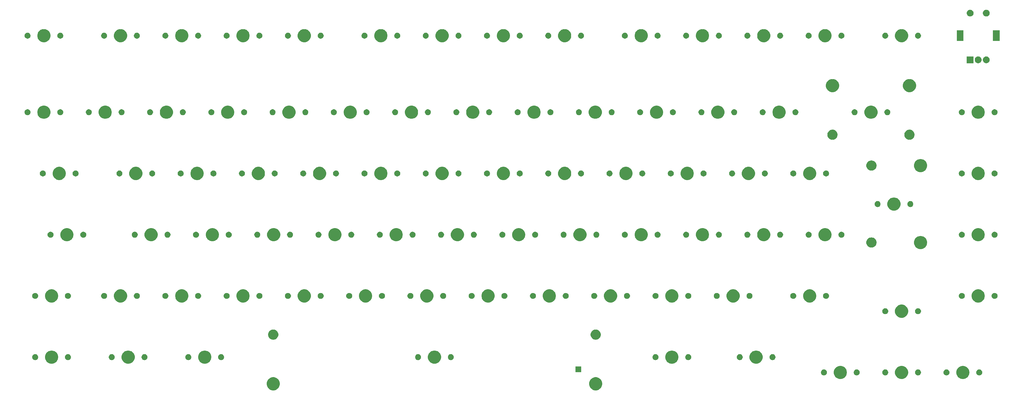
<source format=gbr>
G04 #@! TF.GenerationSoftware,KiCad,Pcbnew,(5.1.5)-3*
G04 #@! TF.CreationDate,2020-04-27T21:09:27+02:00*
G04 #@! TF.ProjectId,isometria-75-pcb-iso,69736f6d-6574-4726-9961-2d37352d7063,rev?*
G04 #@! TF.SameCoordinates,Original*
G04 #@! TF.FileFunction,Soldermask,Top*
G04 #@! TF.FilePolarity,Negative*
%FSLAX46Y46*%
G04 Gerber Fmt 4.6, Leading zero omitted, Abs format (unit mm)*
G04 Created by KiCad (PCBNEW (5.1.5)-3) date 2020-04-27 21:09:27*
%MOMM*%
%LPD*%
G04 APERTURE LIST*
%ADD10C,0.100000*%
G04 APERTURE END LIST*
D10*
G36*
X171721374Y-106038684D02*
G01*
X171841343Y-106088377D01*
X172093523Y-106192833D01*
X172428448Y-106416623D01*
X172713277Y-106701452D01*
X172937067Y-107036377D01*
X172937067Y-107036378D01*
X173091216Y-107408526D01*
X173169800Y-107803594D01*
X173169800Y-108206406D01*
X173091216Y-108601474D01*
X173000917Y-108819474D01*
X172937067Y-108973623D01*
X172713277Y-109308548D01*
X172428448Y-109593377D01*
X172093523Y-109817167D01*
X171939374Y-109881017D01*
X171721374Y-109971316D01*
X171326306Y-110049900D01*
X170923494Y-110049900D01*
X170528426Y-109971316D01*
X170310426Y-109881017D01*
X170156277Y-109817167D01*
X169821352Y-109593377D01*
X169536523Y-109308548D01*
X169312733Y-108973623D01*
X169248883Y-108819474D01*
X169158584Y-108601474D01*
X169080000Y-108206406D01*
X169080000Y-107803594D01*
X169158584Y-107408526D01*
X169312733Y-107036378D01*
X169312733Y-107036377D01*
X169536523Y-106701452D01*
X169821352Y-106416623D01*
X170156277Y-106192833D01*
X170408457Y-106088377D01*
X170528426Y-106038684D01*
X170923494Y-105960100D01*
X171326306Y-105960100D01*
X171721374Y-106038684D01*
G37*
G36*
X71721574Y-106038684D02*
G01*
X71841543Y-106088377D01*
X72093723Y-106192833D01*
X72428648Y-106416623D01*
X72713477Y-106701452D01*
X72937267Y-107036377D01*
X72937267Y-107036378D01*
X73091416Y-107408526D01*
X73170000Y-107803594D01*
X73170000Y-108206406D01*
X73091416Y-108601474D01*
X73001117Y-108819474D01*
X72937267Y-108973623D01*
X72713477Y-109308548D01*
X72428648Y-109593377D01*
X72093723Y-109817167D01*
X71939574Y-109881017D01*
X71721574Y-109971316D01*
X71326506Y-110049900D01*
X70923694Y-110049900D01*
X70528626Y-109971316D01*
X70310626Y-109881017D01*
X70156477Y-109817167D01*
X69821552Y-109593377D01*
X69536723Y-109308548D01*
X69312933Y-108973623D01*
X69249083Y-108819474D01*
X69158784Y-108601474D01*
X69080200Y-108206406D01*
X69080200Y-107803594D01*
X69158784Y-107408526D01*
X69312933Y-107036378D01*
X69312933Y-107036377D01*
X69536723Y-106701452D01*
X69821552Y-106416623D01*
X70156477Y-106192833D01*
X70408657Y-106088377D01*
X70528626Y-106038684D01*
X70923694Y-105960100D01*
X71326506Y-105960100D01*
X71721574Y-106038684D01*
G37*
G36*
X266596474Y-102533684D02*
G01*
X266814474Y-102623983D01*
X266968623Y-102687833D01*
X267303548Y-102911623D01*
X267588377Y-103196452D01*
X267812167Y-103531377D01*
X267844562Y-103609586D01*
X267966316Y-103903526D01*
X268044900Y-104298594D01*
X268044900Y-104701406D01*
X267966316Y-105096474D01*
X267915451Y-105219272D01*
X267812167Y-105468623D01*
X267588377Y-105803548D01*
X267303548Y-106088377D01*
X266968623Y-106312167D01*
X266814474Y-106376017D01*
X266596474Y-106466316D01*
X266201406Y-106544900D01*
X265798594Y-106544900D01*
X265403526Y-106466316D01*
X265185526Y-106376017D01*
X265031377Y-106312167D01*
X264696452Y-106088377D01*
X264411623Y-105803548D01*
X264187833Y-105468623D01*
X264084549Y-105219272D01*
X264033684Y-105096474D01*
X263955100Y-104701406D01*
X263955100Y-104298594D01*
X264033684Y-103903526D01*
X264155438Y-103609586D01*
X264187833Y-103531377D01*
X264411623Y-103196452D01*
X264696452Y-102911623D01*
X265031377Y-102687833D01*
X265185526Y-102623983D01*
X265403526Y-102533684D01*
X265798594Y-102455100D01*
X266201406Y-102455100D01*
X266596474Y-102533684D01*
G37*
G36*
X285596474Y-102533684D02*
G01*
X285814474Y-102623983D01*
X285968623Y-102687833D01*
X286303548Y-102911623D01*
X286588377Y-103196452D01*
X286812167Y-103531377D01*
X286844562Y-103609586D01*
X286966316Y-103903526D01*
X287044900Y-104298594D01*
X287044900Y-104701406D01*
X286966316Y-105096474D01*
X286915451Y-105219272D01*
X286812167Y-105468623D01*
X286588377Y-105803548D01*
X286303548Y-106088377D01*
X285968623Y-106312167D01*
X285814474Y-106376017D01*
X285596474Y-106466316D01*
X285201406Y-106544900D01*
X284798594Y-106544900D01*
X284403526Y-106466316D01*
X284185526Y-106376017D01*
X284031377Y-106312167D01*
X283696452Y-106088377D01*
X283411623Y-105803548D01*
X283187833Y-105468623D01*
X283084549Y-105219272D01*
X283033684Y-105096474D01*
X282955100Y-104701406D01*
X282955100Y-104298594D01*
X283033684Y-103903526D01*
X283155438Y-103609586D01*
X283187833Y-103531377D01*
X283411623Y-103196452D01*
X283696452Y-102911623D01*
X284031377Y-102687833D01*
X284185526Y-102623983D01*
X284403526Y-102533684D01*
X284798594Y-102455100D01*
X285201406Y-102455100D01*
X285596474Y-102533684D01*
G37*
G36*
X247596474Y-102533684D02*
G01*
X247814474Y-102623983D01*
X247968623Y-102687833D01*
X248303548Y-102911623D01*
X248588377Y-103196452D01*
X248812167Y-103531377D01*
X248844562Y-103609586D01*
X248966316Y-103903526D01*
X249044900Y-104298594D01*
X249044900Y-104701406D01*
X248966316Y-105096474D01*
X248915451Y-105219272D01*
X248812167Y-105468623D01*
X248588377Y-105803548D01*
X248303548Y-106088377D01*
X247968623Y-106312167D01*
X247814474Y-106376017D01*
X247596474Y-106466316D01*
X247201406Y-106544900D01*
X246798594Y-106544900D01*
X246403526Y-106466316D01*
X246185526Y-106376017D01*
X246031377Y-106312167D01*
X245696452Y-106088377D01*
X245411623Y-105803548D01*
X245187833Y-105468623D01*
X245084549Y-105219272D01*
X245033684Y-105096474D01*
X244955100Y-104701406D01*
X244955100Y-104298594D01*
X245033684Y-103903526D01*
X245155438Y-103609586D01*
X245187833Y-103531377D01*
X245411623Y-103196452D01*
X245696452Y-102911623D01*
X246031377Y-102687833D01*
X246185526Y-102623983D01*
X246403526Y-102533684D01*
X246798594Y-102455100D01*
X247201406Y-102455100D01*
X247596474Y-102533684D01*
G37*
G36*
X290350104Y-103609585D02*
G01*
X290518626Y-103679389D01*
X290670291Y-103780728D01*
X290799272Y-103909709D01*
X290900611Y-104061374D01*
X290970415Y-104229896D01*
X291006000Y-104408797D01*
X291006000Y-104591203D01*
X290970415Y-104770104D01*
X290900611Y-104938626D01*
X290799272Y-105090291D01*
X290670291Y-105219272D01*
X290518626Y-105320611D01*
X290350104Y-105390415D01*
X290171203Y-105426000D01*
X289988797Y-105426000D01*
X289809896Y-105390415D01*
X289641374Y-105320611D01*
X289489709Y-105219272D01*
X289360728Y-105090291D01*
X289259389Y-104938626D01*
X289189585Y-104770104D01*
X289154000Y-104591203D01*
X289154000Y-104408797D01*
X289189585Y-104229896D01*
X289259389Y-104061374D01*
X289360728Y-103909709D01*
X289489709Y-103780728D01*
X289641374Y-103679389D01*
X289809896Y-103609585D01*
X289988797Y-103574000D01*
X290171203Y-103574000D01*
X290350104Y-103609585D01*
G37*
G36*
X252350104Y-103609585D02*
G01*
X252518626Y-103679389D01*
X252670291Y-103780728D01*
X252799272Y-103909709D01*
X252900611Y-104061374D01*
X252970415Y-104229896D01*
X253006000Y-104408797D01*
X253006000Y-104591203D01*
X252970415Y-104770104D01*
X252900611Y-104938626D01*
X252799272Y-105090291D01*
X252670291Y-105219272D01*
X252518626Y-105320611D01*
X252350104Y-105390415D01*
X252171203Y-105426000D01*
X251988797Y-105426000D01*
X251809896Y-105390415D01*
X251641374Y-105320611D01*
X251489709Y-105219272D01*
X251360728Y-105090291D01*
X251259389Y-104938626D01*
X251189585Y-104770104D01*
X251154000Y-104591203D01*
X251154000Y-104408797D01*
X251189585Y-104229896D01*
X251259389Y-104061374D01*
X251360728Y-103909709D01*
X251489709Y-103780728D01*
X251641374Y-103679389D01*
X251809896Y-103609585D01*
X251988797Y-103574000D01*
X252171203Y-103574000D01*
X252350104Y-103609585D01*
G37*
G36*
X242190104Y-103609585D02*
G01*
X242358626Y-103679389D01*
X242510291Y-103780728D01*
X242639272Y-103909709D01*
X242740611Y-104061374D01*
X242810415Y-104229896D01*
X242846000Y-104408797D01*
X242846000Y-104591203D01*
X242810415Y-104770104D01*
X242740611Y-104938626D01*
X242639272Y-105090291D01*
X242510291Y-105219272D01*
X242358626Y-105320611D01*
X242190104Y-105390415D01*
X242011203Y-105426000D01*
X241828797Y-105426000D01*
X241649896Y-105390415D01*
X241481374Y-105320611D01*
X241329709Y-105219272D01*
X241200728Y-105090291D01*
X241099389Y-104938626D01*
X241029585Y-104770104D01*
X240994000Y-104591203D01*
X240994000Y-104408797D01*
X241029585Y-104229896D01*
X241099389Y-104061374D01*
X241200728Y-103909709D01*
X241329709Y-103780728D01*
X241481374Y-103679389D01*
X241649896Y-103609585D01*
X241828797Y-103574000D01*
X242011203Y-103574000D01*
X242190104Y-103609585D01*
G37*
G36*
X271350104Y-103609585D02*
G01*
X271518626Y-103679389D01*
X271670291Y-103780728D01*
X271799272Y-103909709D01*
X271900611Y-104061374D01*
X271970415Y-104229896D01*
X272006000Y-104408797D01*
X272006000Y-104591203D01*
X271970415Y-104770104D01*
X271900611Y-104938626D01*
X271799272Y-105090291D01*
X271670291Y-105219272D01*
X271518626Y-105320611D01*
X271350104Y-105390415D01*
X271171203Y-105426000D01*
X270988797Y-105426000D01*
X270809896Y-105390415D01*
X270641374Y-105320611D01*
X270489709Y-105219272D01*
X270360728Y-105090291D01*
X270259389Y-104938626D01*
X270189585Y-104770104D01*
X270154000Y-104591203D01*
X270154000Y-104408797D01*
X270189585Y-104229896D01*
X270259389Y-104061374D01*
X270360728Y-103909709D01*
X270489709Y-103780728D01*
X270641374Y-103679389D01*
X270809896Y-103609585D01*
X270988797Y-103574000D01*
X271171203Y-103574000D01*
X271350104Y-103609585D01*
G37*
G36*
X261190104Y-103609585D02*
G01*
X261358626Y-103679389D01*
X261510291Y-103780728D01*
X261639272Y-103909709D01*
X261740611Y-104061374D01*
X261810415Y-104229896D01*
X261846000Y-104408797D01*
X261846000Y-104591203D01*
X261810415Y-104770104D01*
X261740611Y-104938626D01*
X261639272Y-105090291D01*
X261510291Y-105219272D01*
X261358626Y-105320611D01*
X261190104Y-105390415D01*
X261011203Y-105426000D01*
X260828797Y-105426000D01*
X260649896Y-105390415D01*
X260481374Y-105320611D01*
X260329709Y-105219272D01*
X260200728Y-105090291D01*
X260099389Y-104938626D01*
X260029585Y-104770104D01*
X259994000Y-104591203D01*
X259994000Y-104408797D01*
X260029585Y-104229896D01*
X260099389Y-104061374D01*
X260200728Y-103909709D01*
X260329709Y-103780728D01*
X260481374Y-103679389D01*
X260649896Y-103609585D01*
X260828797Y-103574000D01*
X261011203Y-103574000D01*
X261190104Y-103609585D01*
G37*
G36*
X280190104Y-103609585D02*
G01*
X280358626Y-103679389D01*
X280510291Y-103780728D01*
X280639272Y-103909709D01*
X280740611Y-104061374D01*
X280810415Y-104229896D01*
X280846000Y-104408797D01*
X280846000Y-104591203D01*
X280810415Y-104770104D01*
X280740611Y-104938626D01*
X280639272Y-105090291D01*
X280510291Y-105219272D01*
X280358626Y-105320611D01*
X280190104Y-105390415D01*
X280011203Y-105426000D01*
X279828797Y-105426000D01*
X279649896Y-105390415D01*
X279481374Y-105320611D01*
X279329709Y-105219272D01*
X279200728Y-105090291D01*
X279099389Y-104938626D01*
X279029585Y-104770104D01*
X278994000Y-104591203D01*
X278994000Y-104408797D01*
X279029585Y-104229896D01*
X279099389Y-104061374D01*
X279200728Y-103909709D01*
X279329709Y-103780728D01*
X279481374Y-103679389D01*
X279649896Y-103609585D01*
X279828797Y-103574000D01*
X280011203Y-103574000D01*
X280190104Y-103609585D01*
G37*
G36*
X166636000Y-104431400D02*
G01*
X164834000Y-104431400D01*
X164834000Y-102629400D01*
X166636000Y-102629400D01*
X166636000Y-104431400D01*
G37*
G36*
X50471474Y-97783684D02*
G01*
X50689474Y-97873983D01*
X50843623Y-97937833D01*
X51178548Y-98161623D01*
X51463377Y-98446452D01*
X51687167Y-98781377D01*
X51719562Y-98859586D01*
X51841316Y-99153526D01*
X51919900Y-99548594D01*
X51919900Y-99951406D01*
X51841316Y-100346474D01*
X51790451Y-100469272D01*
X51687167Y-100718623D01*
X51463377Y-101053548D01*
X51178548Y-101338377D01*
X50843623Y-101562167D01*
X50689474Y-101626017D01*
X50471474Y-101716316D01*
X50076406Y-101794900D01*
X49673594Y-101794900D01*
X49278526Y-101716316D01*
X49060526Y-101626017D01*
X48906377Y-101562167D01*
X48571452Y-101338377D01*
X48286623Y-101053548D01*
X48062833Y-100718623D01*
X47959549Y-100469272D01*
X47908684Y-100346474D01*
X47830100Y-99951406D01*
X47830100Y-99548594D01*
X47908684Y-99153526D01*
X48030438Y-98859586D01*
X48062833Y-98781377D01*
X48286623Y-98446452D01*
X48571452Y-98161623D01*
X48906377Y-97937833D01*
X49060526Y-97873983D01*
X49278526Y-97783684D01*
X49673594Y-97705100D01*
X50076406Y-97705100D01*
X50471474Y-97783684D01*
G37*
G36*
X26721474Y-97783684D02*
G01*
X26939474Y-97873983D01*
X27093623Y-97937833D01*
X27428548Y-98161623D01*
X27713377Y-98446452D01*
X27937167Y-98781377D01*
X27969562Y-98859586D01*
X28091316Y-99153526D01*
X28169900Y-99548594D01*
X28169900Y-99951406D01*
X28091316Y-100346474D01*
X28040451Y-100469272D01*
X27937167Y-100718623D01*
X27713377Y-101053548D01*
X27428548Y-101338377D01*
X27093623Y-101562167D01*
X26939474Y-101626017D01*
X26721474Y-101716316D01*
X26326406Y-101794900D01*
X25923594Y-101794900D01*
X25528526Y-101716316D01*
X25310526Y-101626017D01*
X25156377Y-101562167D01*
X24821452Y-101338377D01*
X24536623Y-101053548D01*
X24312833Y-100718623D01*
X24209549Y-100469272D01*
X24158684Y-100346474D01*
X24080100Y-99951406D01*
X24080100Y-99548594D01*
X24158684Y-99153526D01*
X24280438Y-98859586D01*
X24312833Y-98781377D01*
X24536623Y-98446452D01*
X24821452Y-98161623D01*
X25156377Y-97937833D01*
X25310526Y-97873983D01*
X25528526Y-97783684D01*
X25923594Y-97705100D01*
X26326406Y-97705100D01*
X26721474Y-97783684D01*
G37*
G36*
X221471474Y-97783684D02*
G01*
X221689474Y-97873983D01*
X221843623Y-97937833D01*
X222178548Y-98161623D01*
X222463377Y-98446452D01*
X222687167Y-98781377D01*
X222719562Y-98859586D01*
X222841316Y-99153526D01*
X222919900Y-99548594D01*
X222919900Y-99951406D01*
X222841316Y-100346474D01*
X222790451Y-100469272D01*
X222687167Y-100718623D01*
X222463377Y-101053548D01*
X222178548Y-101338377D01*
X221843623Y-101562167D01*
X221689474Y-101626017D01*
X221471474Y-101716316D01*
X221076406Y-101794900D01*
X220673594Y-101794900D01*
X220278526Y-101716316D01*
X220060526Y-101626017D01*
X219906377Y-101562167D01*
X219571452Y-101338377D01*
X219286623Y-101053548D01*
X219062833Y-100718623D01*
X218959549Y-100469272D01*
X218908684Y-100346474D01*
X218830100Y-99951406D01*
X218830100Y-99548594D01*
X218908684Y-99153526D01*
X219030438Y-98859586D01*
X219062833Y-98781377D01*
X219286623Y-98446452D01*
X219571452Y-98161623D01*
X219906377Y-97937833D01*
X220060526Y-97873983D01*
X220278526Y-97783684D01*
X220673594Y-97705100D01*
X221076406Y-97705100D01*
X221471474Y-97783684D01*
G37*
G36*
X121721474Y-97783684D02*
G01*
X121939474Y-97873983D01*
X122093623Y-97937833D01*
X122428548Y-98161623D01*
X122713377Y-98446452D01*
X122937167Y-98781377D01*
X122969562Y-98859586D01*
X123091316Y-99153526D01*
X123169900Y-99548594D01*
X123169900Y-99951406D01*
X123091316Y-100346474D01*
X123040451Y-100469272D01*
X122937167Y-100718623D01*
X122713377Y-101053548D01*
X122428548Y-101338377D01*
X122093623Y-101562167D01*
X121939474Y-101626017D01*
X121721474Y-101716316D01*
X121326406Y-101794900D01*
X120923594Y-101794900D01*
X120528526Y-101716316D01*
X120310526Y-101626017D01*
X120156377Y-101562167D01*
X119821452Y-101338377D01*
X119536623Y-101053548D01*
X119312833Y-100718623D01*
X119209549Y-100469272D01*
X119158684Y-100346474D01*
X119080100Y-99951406D01*
X119080100Y-99548594D01*
X119158684Y-99153526D01*
X119280438Y-98859586D01*
X119312833Y-98781377D01*
X119536623Y-98446452D01*
X119821452Y-98161623D01*
X120156377Y-97937833D01*
X120310526Y-97873983D01*
X120528526Y-97783684D01*
X120923594Y-97705100D01*
X121326406Y-97705100D01*
X121721474Y-97783684D01*
G37*
G36*
X195346474Y-97783684D02*
G01*
X195564474Y-97873983D01*
X195718623Y-97937833D01*
X196053548Y-98161623D01*
X196338377Y-98446452D01*
X196562167Y-98781377D01*
X196594562Y-98859586D01*
X196716316Y-99153526D01*
X196794900Y-99548594D01*
X196794900Y-99951406D01*
X196716316Y-100346474D01*
X196665451Y-100469272D01*
X196562167Y-100718623D01*
X196338377Y-101053548D01*
X196053548Y-101338377D01*
X195718623Y-101562167D01*
X195564474Y-101626017D01*
X195346474Y-101716316D01*
X194951406Y-101794900D01*
X194548594Y-101794900D01*
X194153526Y-101716316D01*
X193935526Y-101626017D01*
X193781377Y-101562167D01*
X193446452Y-101338377D01*
X193161623Y-101053548D01*
X192937833Y-100718623D01*
X192834549Y-100469272D01*
X192783684Y-100346474D01*
X192705100Y-99951406D01*
X192705100Y-99548594D01*
X192783684Y-99153526D01*
X192905438Y-98859586D01*
X192937833Y-98781377D01*
X193161623Y-98446452D01*
X193446452Y-98161623D01*
X193781377Y-97937833D01*
X193935526Y-97873983D01*
X194153526Y-97783684D01*
X194548594Y-97705100D01*
X194951406Y-97705100D01*
X195346474Y-97783684D01*
G37*
G36*
X2971474Y-97783684D02*
G01*
X3189474Y-97873983D01*
X3343623Y-97937833D01*
X3678548Y-98161623D01*
X3963377Y-98446452D01*
X4187167Y-98781377D01*
X4219562Y-98859586D01*
X4341316Y-99153526D01*
X4419900Y-99548594D01*
X4419900Y-99951406D01*
X4341316Y-100346474D01*
X4290451Y-100469272D01*
X4187167Y-100718623D01*
X3963377Y-101053548D01*
X3678548Y-101338377D01*
X3343623Y-101562167D01*
X3189474Y-101626017D01*
X2971474Y-101716316D01*
X2576406Y-101794900D01*
X2173594Y-101794900D01*
X1778526Y-101716316D01*
X1560526Y-101626017D01*
X1406377Y-101562167D01*
X1071452Y-101338377D01*
X786623Y-101053548D01*
X562833Y-100718623D01*
X459549Y-100469272D01*
X408684Y-100346474D01*
X330100Y-99951406D01*
X330100Y-99548594D01*
X408684Y-99153526D01*
X530438Y-98859586D01*
X562833Y-98781377D01*
X786623Y-98446452D01*
X1071452Y-98161623D01*
X1406377Y-97937833D01*
X1560526Y-97873983D01*
X1778526Y-97783684D01*
X2173594Y-97705100D01*
X2576406Y-97705100D01*
X2971474Y-97783684D01*
G37*
G36*
X31475104Y-98859585D02*
G01*
X31643626Y-98929389D01*
X31795291Y-99030728D01*
X31924272Y-99159709D01*
X32025611Y-99311374D01*
X32095415Y-99479896D01*
X32131000Y-99658797D01*
X32131000Y-99841203D01*
X32095415Y-100020104D01*
X32025611Y-100188626D01*
X31924272Y-100340291D01*
X31795291Y-100469272D01*
X31643626Y-100570611D01*
X31475104Y-100640415D01*
X31296203Y-100676000D01*
X31113797Y-100676000D01*
X30934896Y-100640415D01*
X30766374Y-100570611D01*
X30614709Y-100469272D01*
X30485728Y-100340291D01*
X30384389Y-100188626D01*
X30314585Y-100020104D01*
X30279000Y-99841203D01*
X30279000Y-99658797D01*
X30314585Y-99479896D01*
X30384389Y-99311374D01*
X30485728Y-99159709D01*
X30614709Y-99030728D01*
X30766374Y-98929389D01*
X30934896Y-98859585D01*
X31113797Y-98824000D01*
X31296203Y-98824000D01*
X31475104Y-98859585D01*
G37*
G36*
X200100104Y-98859585D02*
G01*
X200268626Y-98929389D01*
X200420291Y-99030728D01*
X200549272Y-99159709D01*
X200650611Y-99311374D01*
X200720415Y-99479896D01*
X200756000Y-99658797D01*
X200756000Y-99841203D01*
X200720415Y-100020104D01*
X200650611Y-100188626D01*
X200549272Y-100340291D01*
X200420291Y-100469272D01*
X200268626Y-100570611D01*
X200100104Y-100640415D01*
X199921203Y-100676000D01*
X199738797Y-100676000D01*
X199559896Y-100640415D01*
X199391374Y-100570611D01*
X199239709Y-100469272D01*
X199110728Y-100340291D01*
X199009389Y-100188626D01*
X198939585Y-100020104D01*
X198904000Y-99841203D01*
X198904000Y-99658797D01*
X198939585Y-99479896D01*
X199009389Y-99311374D01*
X199110728Y-99159709D01*
X199239709Y-99030728D01*
X199391374Y-98929389D01*
X199559896Y-98859585D01*
X199738797Y-98824000D01*
X199921203Y-98824000D01*
X200100104Y-98859585D01*
G37*
G36*
X189940104Y-98859585D02*
G01*
X190108626Y-98929389D01*
X190260291Y-99030728D01*
X190389272Y-99159709D01*
X190490611Y-99311374D01*
X190560415Y-99479896D01*
X190596000Y-99658797D01*
X190596000Y-99841203D01*
X190560415Y-100020104D01*
X190490611Y-100188626D01*
X190389272Y-100340291D01*
X190260291Y-100469272D01*
X190108626Y-100570611D01*
X189940104Y-100640415D01*
X189761203Y-100676000D01*
X189578797Y-100676000D01*
X189399896Y-100640415D01*
X189231374Y-100570611D01*
X189079709Y-100469272D01*
X188950728Y-100340291D01*
X188849389Y-100188626D01*
X188779585Y-100020104D01*
X188744000Y-99841203D01*
X188744000Y-99658797D01*
X188779585Y-99479896D01*
X188849389Y-99311374D01*
X188950728Y-99159709D01*
X189079709Y-99030728D01*
X189231374Y-98929389D01*
X189399896Y-98859585D01*
X189578797Y-98824000D01*
X189761203Y-98824000D01*
X189940104Y-98859585D01*
G37*
G36*
X-2434896Y-98859585D02*
G01*
X-2266374Y-98929389D01*
X-2114709Y-99030728D01*
X-1985728Y-99159709D01*
X-1884389Y-99311374D01*
X-1814585Y-99479896D01*
X-1779000Y-99658797D01*
X-1779000Y-99841203D01*
X-1814585Y-100020104D01*
X-1884389Y-100188626D01*
X-1985728Y-100340291D01*
X-2114709Y-100469272D01*
X-2266374Y-100570611D01*
X-2434896Y-100640415D01*
X-2613797Y-100676000D01*
X-2796203Y-100676000D01*
X-2975104Y-100640415D01*
X-3143626Y-100570611D01*
X-3295291Y-100469272D01*
X-3424272Y-100340291D01*
X-3525611Y-100188626D01*
X-3595415Y-100020104D01*
X-3631000Y-99841203D01*
X-3631000Y-99658797D01*
X-3595415Y-99479896D01*
X-3525611Y-99311374D01*
X-3424272Y-99159709D01*
X-3295291Y-99030728D01*
X-3143626Y-98929389D01*
X-2975104Y-98859585D01*
X-2796203Y-98824000D01*
X-2613797Y-98824000D01*
X-2434896Y-98859585D01*
G37*
G36*
X7725104Y-98859585D02*
G01*
X7893626Y-98929389D01*
X8045291Y-99030728D01*
X8174272Y-99159709D01*
X8275611Y-99311374D01*
X8345415Y-99479896D01*
X8381000Y-99658797D01*
X8381000Y-99841203D01*
X8345415Y-100020104D01*
X8275611Y-100188626D01*
X8174272Y-100340291D01*
X8045291Y-100469272D01*
X7893626Y-100570611D01*
X7725104Y-100640415D01*
X7546203Y-100676000D01*
X7363797Y-100676000D01*
X7184896Y-100640415D01*
X7016374Y-100570611D01*
X6864709Y-100469272D01*
X6735728Y-100340291D01*
X6634389Y-100188626D01*
X6564585Y-100020104D01*
X6529000Y-99841203D01*
X6529000Y-99658797D01*
X6564585Y-99479896D01*
X6634389Y-99311374D01*
X6735728Y-99159709D01*
X6864709Y-99030728D01*
X7016374Y-98929389D01*
X7184896Y-98859585D01*
X7363797Y-98824000D01*
X7546203Y-98824000D01*
X7725104Y-98859585D01*
G37*
G36*
X126475104Y-98859585D02*
G01*
X126643626Y-98929389D01*
X126795291Y-99030728D01*
X126924272Y-99159709D01*
X127025611Y-99311374D01*
X127095415Y-99479896D01*
X127131000Y-99658797D01*
X127131000Y-99841203D01*
X127095415Y-100020104D01*
X127025611Y-100188626D01*
X126924272Y-100340291D01*
X126795291Y-100469272D01*
X126643626Y-100570611D01*
X126475104Y-100640415D01*
X126296203Y-100676000D01*
X126113797Y-100676000D01*
X125934896Y-100640415D01*
X125766374Y-100570611D01*
X125614709Y-100469272D01*
X125485728Y-100340291D01*
X125384389Y-100188626D01*
X125314585Y-100020104D01*
X125279000Y-99841203D01*
X125279000Y-99658797D01*
X125314585Y-99479896D01*
X125384389Y-99311374D01*
X125485728Y-99159709D01*
X125614709Y-99030728D01*
X125766374Y-98929389D01*
X125934896Y-98859585D01*
X126113797Y-98824000D01*
X126296203Y-98824000D01*
X126475104Y-98859585D01*
G37*
G36*
X116315104Y-98859585D02*
G01*
X116483626Y-98929389D01*
X116635291Y-99030728D01*
X116764272Y-99159709D01*
X116865611Y-99311374D01*
X116935415Y-99479896D01*
X116971000Y-99658797D01*
X116971000Y-99841203D01*
X116935415Y-100020104D01*
X116865611Y-100188626D01*
X116764272Y-100340291D01*
X116635291Y-100469272D01*
X116483626Y-100570611D01*
X116315104Y-100640415D01*
X116136203Y-100676000D01*
X115953797Y-100676000D01*
X115774896Y-100640415D01*
X115606374Y-100570611D01*
X115454709Y-100469272D01*
X115325728Y-100340291D01*
X115224389Y-100188626D01*
X115154585Y-100020104D01*
X115119000Y-99841203D01*
X115119000Y-99658797D01*
X115154585Y-99479896D01*
X115224389Y-99311374D01*
X115325728Y-99159709D01*
X115454709Y-99030728D01*
X115606374Y-98929389D01*
X115774896Y-98859585D01*
X115953797Y-98824000D01*
X116136203Y-98824000D01*
X116315104Y-98859585D01*
G37*
G36*
X21315104Y-98859585D02*
G01*
X21483626Y-98929389D01*
X21635291Y-99030728D01*
X21764272Y-99159709D01*
X21865611Y-99311374D01*
X21935415Y-99479896D01*
X21971000Y-99658797D01*
X21971000Y-99841203D01*
X21935415Y-100020104D01*
X21865611Y-100188626D01*
X21764272Y-100340291D01*
X21635291Y-100469272D01*
X21483626Y-100570611D01*
X21315104Y-100640415D01*
X21136203Y-100676000D01*
X20953797Y-100676000D01*
X20774896Y-100640415D01*
X20606374Y-100570611D01*
X20454709Y-100469272D01*
X20325728Y-100340291D01*
X20224389Y-100188626D01*
X20154585Y-100020104D01*
X20119000Y-99841203D01*
X20119000Y-99658797D01*
X20154585Y-99479896D01*
X20224389Y-99311374D01*
X20325728Y-99159709D01*
X20454709Y-99030728D01*
X20606374Y-98929389D01*
X20774896Y-98859585D01*
X20953797Y-98824000D01*
X21136203Y-98824000D01*
X21315104Y-98859585D01*
G37*
G36*
X45065104Y-98859585D02*
G01*
X45233626Y-98929389D01*
X45385291Y-99030728D01*
X45514272Y-99159709D01*
X45615611Y-99311374D01*
X45685415Y-99479896D01*
X45721000Y-99658797D01*
X45721000Y-99841203D01*
X45685415Y-100020104D01*
X45615611Y-100188626D01*
X45514272Y-100340291D01*
X45385291Y-100469272D01*
X45233626Y-100570611D01*
X45065104Y-100640415D01*
X44886203Y-100676000D01*
X44703797Y-100676000D01*
X44524896Y-100640415D01*
X44356374Y-100570611D01*
X44204709Y-100469272D01*
X44075728Y-100340291D01*
X43974389Y-100188626D01*
X43904585Y-100020104D01*
X43869000Y-99841203D01*
X43869000Y-99658797D01*
X43904585Y-99479896D01*
X43974389Y-99311374D01*
X44075728Y-99159709D01*
X44204709Y-99030728D01*
X44356374Y-98929389D01*
X44524896Y-98859585D01*
X44703797Y-98824000D01*
X44886203Y-98824000D01*
X45065104Y-98859585D01*
G37*
G36*
X55225104Y-98859585D02*
G01*
X55393626Y-98929389D01*
X55545291Y-99030728D01*
X55674272Y-99159709D01*
X55775611Y-99311374D01*
X55845415Y-99479896D01*
X55881000Y-99658797D01*
X55881000Y-99841203D01*
X55845415Y-100020104D01*
X55775611Y-100188626D01*
X55674272Y-100340291D01*
X55545291Y-100469272D01*
X55393626Y-100570611D01*
X55225104Y-100640415D01*
X55046203Y-100676000D01*
X54863797Y-100676000D01*
X54684896Y-100640415D01*
X54516374Y-100570611D01*
X54364709Y-100469272D01*
X54235728Y-100340291D01*
X54134389Y-100188626D01*
X54064585Y-100020104D01*
X54029000Y-99841203D01*
X54029000Y-99658797D01*
X54064585Y-99479896D01*
X54134389Y-99311374D01*
X54235728Y-99159709D01*
X54364709Y-99030728D01*
X54516374Y-98929389D01*
X54684896Y-98859585D01*
X54863797Y-98824000D01*
X55046203Y-98824000D01*
X55225104Y-98859585D01*
G37*
G36*
X216065104Y-98859585D02*
G01*
X216233626Y-98929389D01*
X216385291Y-99030728D01*
X216514272Y-99159709D01*
X216615611Y-99311374D01*
X216685415Y-99479896D01*
X216721000Y-99658797D01*
X216721000Y-99841203D01*
X216685415Y-100020104D01*
X216615611Y-100188626D01*
X216514272Y-100340291D01*
X216385291Y-100469272D01*
X216233626Y-100570611D01*
X216065104Y-100640415D01*
X215886203Y-100676000D01*
X215703797Y-100676000D01*
X215524896Y-100640415D01*
X215356374Y-100570611D01*
X215204709Y-100469272D01*
X215075728Y-100340291D01*
X214974389Y-100188626D01*
X214904585Y-100020104D01*
X214869000Y-99841203D01*
X214869000Y-99658797D01*
X214904585Y-99479896D01*
X214974389Y-99311374D01*
X215075728Y-99159709D01*
X215204709Y-99030728D01*
X215356374Y-98929389D01*
X215524896Y-98859585D01*
X215703797Y-98824000D01*
X215886203Y-98824000D01*
X216065104Y-98859585D01*
G37*
G36*
X226225104Y-98859585D02*
G01*
X226393626Y-98929389D01*
X226545291Y-99030728D01*
X226674272Y-99159709D01*
X226775611Y-99311374D01*
X226845415Y-99479896D01*
X226881000Y-99658797D01*
X226881000Y-99841203D01*
X226845415Y-100020104D01*
X226775611Y-100188626D01*
X226674272Y-100340291D01*
X226545291Y-100469272D01*
X226393626Y-100570611D01*
X226225104Y-100640415D01*
X226046203Y-100676000D01*
X225863797Y-100676000D01*
X225684896Y-100640415D01*
X225516374Y-100570611D01*
X225364709Y-100469272D01*
X225235728Y-100340291D01*
X225134389Y-100188626D01*
X225064585Y-100020104D01*
X225029000Y-99841203D01*
X225029000Y-99658797D01*
X225064585Y-99479896D01*
X225134389Y-99311374D01*
X225235728Y-99159709D01*
X225364709Y-99030728D01*
X225516374Y-98929389D01*
X225684896Y-98859585D01*
X225863797Y-98824000D01*
X226046203Y-98824000D01*
X226225104Y-98859585D01*
G37*
G36*
X71584511Y-91250526D02*
G01*
X71703237Y-91299704D01*
X71871141Y-91369252D01*
X71871142Y-91369253D01*
X72129104Y-91541617D01*
X72348483Y-91760996D01*
X72463653Y-91933361D01*
X72520848Y-92018959D01*
X72639574Y-92305590D01*
X72700100Y-92609875D01*
X72700100Y-92920125D01*
X72639574Y-93224410D01*
X72520848Y-93511041D01*
X72520847Y-93511042D01*
X72348483Y-93769004D01*
X72129104Y-93988383D01*
X71956739Y-94103553D01*
X71871141Y-94160748D01*
X71703237Y-94230296D01*
X71584511Y-94279474D01*
X71280225Y-94340000D01*
X70969975Y-94340000D01*
X70665689Y-94279474D01*
X70546963Y-94230296D01*
X70379059Y-94160748D01*
X70293461Y-94103553D01*
X70121096Y-93988383D01*
X69901717Y-93769004D01*
X69729353Y-93511042D01*
X69729352Y-93511041D01*
X69610626Y-93224410D01*
X69550100Y-92920125D01*
X69550100Y-92609875D01*
X69610626Y-92305590D01*
X69729352Y-92018959D01*
X69786547Y-91933361D01*
X69901717Y-91760996D01*
X70121096Y-91541617D01*
X70379058Y-91369253D01*
X70379059Y-91369252D01*
X70546963Y-91299704D01*
X70665689Y-91250526D01*
X70969975Y-91190000D01*
X71280225Y-91190000D01*
X71584511Y-91250526D01*
G37*
G36*
X171584311Y-91250526D02*
G01*
X171703037Y-91299704D01*
X171870941Y-91369252D01*
X171870942Y-91369253D01*
X172128904Y-91541617D01*
X172348283Y-91760996D01*
X172463453Y-91933361D01*
X172520648Y-92018959D01*
X172639374Y-92305590D01*
X172699900Y-92609875D01*
X172699900Y-92920125D01*
X172639374Y-93224410D01*
X172520648Y-93511041D01*
X172520647Y-93511042D01*
X172348283Y-93769004D01*
X172128904Y-93988383D01*
X171956539Y-94103553D01*
X171870941Y-94160748D01*
X171703037Y-94230296D01*
X171584311Y-94279474D01*
X171280025Y-94340000D01*
X170969775Y-94340000D01*
X170665489Y-94279474D01*
X170546763Y-94230296D01*
X170378859Y-94160748D01*
X170293261Y-94103553D01*
X170120896Y-93988383D01*
X169901517Y-93769004D01*
X169729153Y-93511042D01*
X169729152Y-93511041D01*
X169610426Y-93224410D01*
X169549900Y-92920125D01*
X169549900Y-92609875D01*
X169610426Y-92305590D01*
X169729152Y-92018959D01*
X169786347Y-91933361D01*
X169901517Y-91760996D01*
X170120896Y-91541617D01*
X170378858Y-91369253D01*
X170378859Y-91369252D01*
X170546763Y-91299704D01*
X170665489Y-91250526D01*
X170817633Y-91220263D01*
X170969775Y-91190000D01*
X171280025Y-91190000D01*
X171584311Y-91250526D01*
G37*
G36*
X266596474Y-83533684D02*
G01*
X266814474Y-83623983D01*
X266968623Y-83687833D01*
X267303548Y-83911623D01*
X267588377Y-84196452D01*
X267812167Y-84531377D01*
X267844562Y-84609586D01*
X267966316Y-84903526D01*
X268044900Y-85298594D01*
X268044900Y-85701406D01*
X267966316Y-86096474D01*
X267915451Y-86219272D01*
X267812167Y-86468623D01*
X267588377Y-86803548D01*
X267303548Y-87088377D01*
X266968623Y-87312167D01*
X266814474Y-87376017D01*
X266596474Y-87466316D01*
X266201406Y-87544900D01*
X265798594Y-87544900D01*
X265403526Y-87466316D01*
X265185526Y-87376017D01*
X265031377Y-87312167D01*
X264696452Y-87088377D01*
X264411623Y-86803548D01*
X264187833Y-86468623D01*
X264084549Y-86219272D01*
X264033684Y-86096474D01*
X263955100Y-85701406D01*
X263955100Y-85298594D01*
X264033684Y-84903526D01*
X264155438Y-84609586D01*
X264187833Y-84531377D01*
X264411623Y-84196452D01*
X264696452Y-83911623D01*
X265031377Y-83687833D01*
X265185526Y-83623983D01*
X265403526Y-83533684D01*
X265798594Y-83455100D01*
X266201406Y-83455100D01*
X266596474Y-83533684D01*
G37*
G36*
X271350104Y-84609585D02*
G01*
X271518626Y-84679389D01*
X271670291Y-84780728D01*
X271799272Y-84909709D01*
X271900611Y-85061374D01*
X271970415Y-85229896D01*
X272006000Y-85408797D01*
X272006000Y-85591203D01*
X271970415Y-85770104D01*
X271900611Y-85938626D01*
X271799272Y-86090291D01*
X271670291Y-86219272D01*
X271518626Y-86320611D01*
X271350104Y-86390415D01*
X271171203Y-86426000D01*
X270988797Y-86426000D01*
X270809896Y-86390415D01*
X270641374Y-86320611D01*
X270489709Y-86219272D01*
X270360728Y-86090291D01*
X270259389Y-85938626D01*
X270189585Y-85770104D01*
X270154000Y-85591203D01*
X270154000Y-85408797D01*
X270189585Y-85229896D01*
X270259389Y-85061374D01*
X270360728Y-84909709D01*
X270489709Y-84780728D01*
X270641374Y-84679389D01*
X270809896Y-84609585D01*
X270988797Y-84574000D01*
X271171203Y-84574000D01*
X271350104Y-84609585D01*
G37*
G36*
X261190104Y-84609585D02*
G01*
X261358626Y-84679389D01*
X261510291Y-84780728D01*
X261639272Y-84909709D01*
X261740611Y-85061374D01*
X261810415Y-85229896D01*
X261846000Y-85408797D01*
X261846000Y-85591203D01*
X261810415Y-85770104D01*
X261740611Y-85938626D01*
X261639272Y-86090291D01*
X261510291Y-86219272D01*
X261358626Y-86320611D01*
X261190104Y-86390415D01*
X261011203Y-86426000D01*
X260828797Y-86426000D01*
X260649896Y-86390415D01*
X260481374Y-86320611D01*
X260329709Y-86219272D01*
X260200728Y-86090291D01*
X260099389Y-85938626D01*
X260029585Y-85770104D01*
X259994000Y-85591203D01*
X259994000Y-85408797D01*
X260029585Y-85229896D01*
X260099389Y-85061374D01*
X260200728Y-84909709D01*
X260329709Y-84780728D01*
X260481374Y-84679389D01*
X260649896Y-84609585D01*
X260828797Y-84574000D01*
X261011203Y-84574000D01*
X261190104Y-84609585D01*
G37*
G36*
X62346474Y-78783684D02*
G01*
X62564474Y-78873983D01*
X62718623Y-78937833D01*
X63053548Y-79161623D01*
X63338377Y-79446452D01*
X63562167Y-79781377D01*
X63594562Y-79859586D01*
X63716316Y-80153526D01*
X63794900Y-80548594D01*
X63794900Y-80951406D01*
X63716316Y-81346474D01*
X63665451Y-81469272D01*
X63562167Y-81718623D01*
X63338377Y-82053548D01*
X63053548Y-82338377D01*
X62718623Y-82562167D01*
X62564474Y-82626017D01*
X62346474Y-82716316D01*
X61951406Y-82794900D01*
X61548594Y-82794900D01*
X61153526Y-82716316D01*
X60935526Y-82626017D01*
X60781377Y-82562167D01*
X60446452Y-82338377D01*
X60161623Y-82053548D01*
X59937833Y-81718623D01*
X59834549Y-81469272D01*
X59783684Y-81346474D01*
X59705100Y-80951406D01*
X59705100Y-80548594D01*
X59783684Y-80153526D01*
X59905438Y-79859586D01*
X59937833Y-79781377D01*
X60161623Y-79446452D01*
X60446452Y-79161623D01*
X60781377Y-78937833D01*
X60935526Y-78873983D01*
X61153526Y-78783684D01*
X61548594Y-78705100D01*
X61951406Y-78705100D01*
X62346474Y-78783684D01*
G37*
G36*
X290346474Y-78783684D02*
G01*
X290564474Y-78873983D01*
X290718623Y-78937833D01*
X291053548Y-79161623D01*
X291338377Y-79446452D01*
X291562167Y-79781377D01*
X291594562Y-79859586D01*
X291716316Y-80153526D01*
X291794900Y-80548594D01*
X291794900Y-80951406D01*
X291716316Y-81346474D01*
X291665451Y-81469272D01*
X291562167Y-81718623D01*
X291338377Y-82053548D01*
X291053548Y-82338377D01*
X290718623Y-82562167D01*
X290564474Y-82626017D01*
X290346474Y-82716316D01*
X289951406Y-82794900D01*
X289548594Y-82794900D01*
X289153526Y-82716316D01*
X288935526Y-82626017D01*
X288781377Y-82562167D01*
X288446452Y-82338377D01*
X288161623Y-82053548D01*
X287937833Y-81718623D01*
X287834549Y-81469272D01*
X287783684Y-81346474D01*
X287705100Y-80951406D01*
X287705100Y-80548594D01*
X287783684Y-80153526D01*
X287905438Y-79859586D01*
X287937833Y-79781377D01*
X288161623Y-79446452D01*
X288446452Y-79161623D01*
X288781377Y-78937833D01*
X288935526Y-78873983D01*
X289153526Y-78783684D01*
X289548594Y-78705100D01*
X289951406Y-78705100D01*
X290346474Y-78783684D01*
G37*
G36*
X119346474Y-78783684D02*
G01*
X119564474Y-78873983D01*
X119718623Y-78937833D01*
X120053548Y-79161623D01*
X120338377Y-79446452D01*
X120562167Y-79781377D01*
X120594562Y-79859586D01*
X120716316Y-80153526D01*
X120794900Y-80548594D01*
X120794900Y-80951406D01*
X120716316Y-81346474D01*
X120665451Y-81469272D01*
X120562167Y-81718623D01*
X120338377Y-82053548D01*
X120053548Y-82338377D01*
X119718623Y-82562167D01*
X119564474Y-82626017D01*
X119346474Y-82716316D01*
X118951406Y-82794900D01*
X118548594Y-82794900D01*
X118153526Y-82716316D01*
X117935526Y-82626017D01*
X117781377Y-82562167D01*
X117446452Y-82338377D01*
X117161623Y-82053548D01*
X116937833Y-81718623D01*
X116834549Y-81469272D01*
X116783684Y-81346474D01*
X116705100Y-80951406D01*
X116705100Y-80548594D01*
X116783684Y-80153526D01*
X116905438Y-79859586D01*
X116937833Y-79781377D01*
X117161623Y-79446452D01*
X117446452Y-79161623D01*
X117781377Y-78937833D01*
X117935526Y-78873983D01*
X118153526Y-78783684D01*
X118548594Y-78705100D01*
X118951406Y-78705100D01*
X119346474Y-78783684D01*
G37*
G36*
X138346474Y-78783684D02*
G01*
X138564474Y-78873983D01*
X138718623Y-78937833D01*
X139053548Y-79161623D01*
X139338377Y-79446452D01*
X139562167Y-79781377D01*
X139594562Y-79859586D01*
X139716316Y-80153526D01*
X139794900Y-80548594D01*
X139794900Y-80951406D01*
X139716316Y-81346474D01*
X139665451Y-81469272D01*
X139562167Y-81718623D01*
X139338377Y-82053548D01*
X139053548Y-82338377D01*
X138718623Y-82562167D01*
X138564474Y-82626017D01*
X138346474Y-82716316D01*
X137951406Y-82794900D01*
X137548594Y-82794900D01*
X137153526Y-82716316D01*
X136935526Y-82626017D01*
X136781377Y-82562167D01*
X136446452Y-82338377D01*
X136161623Y-82053548D01*
X135937833Y-81718623D01*
X135834549Y-81469272D01*
X135783684Y-81346474D01*
X135705100Y-80951406D01*
X135705100Y-80548594D01*
X135783684Y-80153526D01*
X135905438Y-79859586D01*
X135937833Y-79781377D01*
X136161623Y-79446452D01*
X136446452Y-79161623D01*
X136781377Y-78937833D01*
X136935526Y-78873983D01*
X137153526Y-78783684D01*
X137548594Y-78705100D01*
X137951406Y-78705100D01*
X138346474Y-78783684D01*
G37*
G36*
X157346474Y-78783684D02*
G01*
X157564474Y-78873983D01*
X157718623Y-78937833D01*
X158053548Y-79161623D01*
X158338377Y-79446452D01*
X158562167Y-79781377D01*
X158594562Y-79859586D01*
X158716316Y-80153526D01*
X158794900Y-80548594D01*
X158794900Y-80951406D01*
X158716316Y-81346474D01*
X158665451Y-81469272D01*
X158562167Y-81718623D01*
X158338377Y-82053548D01*
X158053548Y-82338377D01*
X157718623Y-82562167D01*
X157564474Y-82626017D01*
X157346474Y-82716316D01*
X156951406Y-82794900D01*
X156548594Y-82794900D01*
X156153526Y-82716316D01*
X155935526Y-82626017D01*
X155781377Y-82562167D01*
X155446452Y-82338377D01*
X155161623Y-82053548D01*
X154937833Y-81718623D01*
X154834549Y-81469272D01*
X154783684Y-81346474D01*
X154705100Y-80951406D01*
X154705100Y-80548594D01*
X154783684Y-80153526D01*
X154905438Y-79859586D01*
X154937833Y-79781377D01*
X155161623Y-79446452D01*
X155446452Y-79161623D01*
X155781377Y-78937833D01*
X155935526Y-78873983D01*
X156153526Y-78783684D01*
X156548594Y-78705100D01*
X156951406Y-78705100D01*
X157346474Y-78783684D01*
G37*
G36*
X176346474Y-78783684D02*
G01*
X176564474Y-78873983D01*
X176718623Y-78937833D01*
X177053548Y-79161623D01*
X177338377Y-79446452D01*
X177562167Y-79781377D01*
X177594562Y-79859586D01*
X177716316Y-80153526D01*
X177794900Y-80548594D01*
X177794900Y-80951406D01*
X177716316Y-81346474D01*
X177665451Y-81469272D01*
X177562167Y-81718623D01*
X177338377Y-82053548D01*
X177053548Y-82338377D01*
X176718623Y-82562167D01*
X176564474Y-82626017D01*
X176346474Y-82716316D01*
X175951406Y-82794900D01*
X175548594Y-82794900D01*
X175153526Y-82716316D01*
X174935526Y-82626017D01*
X174781377Y-82562167D01*
X174446452Y-82338377D01*
X174161623Y-82053548D01*
X173937833Y-81718623D01*
X173834549Y-81469272D01*
X173783684Y-81346474D01*
X173705100Y-80951406D01*
X173705100Y-80548594D01*
X173783684Y-80153526D01*
X173905438Y-79859586D01*
X173937833Y-79781377D01*
X174161623Y-79446452D01*
X174446452Y-79161623D01*
X174781377Y-78937833D01*
X174935526Y-78873983D01*
X175153526Y-78783684D01*
X175548594Y-78705100D01*
X175951406Y-78705100D01*
X176346474Y-78783684D01*
G37*
G36*
X100346474Y-78783684D02*
G01*
X100564474Y-78873983D01*
X100718623Y-78937833D01*
X101053548Y-79161623D01*
X101338377Y-79446452D01*
X101562167Y-79781377D01*
X101594562Y-79859586D01*
X101716316Y-80153526D01*
X101794900Y-80548594D01*
X101794900Y-80951406D01*
X101716316Y-81346474D01*
X101665451Y-81469272D01*
X101562167Y-81718623D01*
X101338377Y-82053548D01*
X101053548Y-82338377D01*
X100718623Y-82562167D01*
X100564474Y-82626017D01*
X100346474Y-82716316D01*
X99951406Y-82794900D01*
X99548594Y-82794900D01*
X99153526Y-82716316D01*
X98935526Y-82626017D01*
X98781377Y-82562167D01*
X98446452Y-82338377D01*
X98161623Y-82053548D01*
X97937833Y-81718623D01*
X97834549Y-81469272D01*
X97783684Y-81346474D01*
X97705100Y-80951406D01*
X97705100Y-80548594D01*
X97783684Y-80153526D01*
X97905438Y-79859586D01*
X97937833Y-79781377D01*
X98161623Y-79446452D01*
X98446452Y-79161623D01*
X98781377Y-78937833D01*
X98935526Y-78873983D01*
X99153526Y-78783684D01*
X99548594Y-78705100D01*
X99951406Y-78705100D01*
X100346474Y-78783684D01*
G37*
G36*
X214346474Y-78783684D02*
G01*
X214564474Y-78873983D01*
X214718623Y-78937833D01*
X215053548Y-79161623D01*
X215338377Y-79446452D01*
X215562167Y-79781377D01*
X215594562Y-79859586D01*
X215716316Y-80153526D01*
X215794900Y-80548594D01*
X215794900Y-80951406D01*
X215716316Y-81346474D01*
X215665451Y-81469272D01*
X215562167Y-81718623D01*
X215338377Y-82053548D01*
X215053548Y-82338377D01*
X214718623Y-82562167D01*
X214564474Y-82626017D01*
X214346474Y-82716316D01*
X213951406Y-82794900D01*
X213548594Y-82794900D01*
X213153526Y-82716316D01*
X212935526Y-82626017D01*
X212781377Y-82562167D01*
X212446452Y-82338377D01*
X212161623Y-82053548D01*
X211937833Y-81718623D01*
X211834549Y-81469272D01*
X211783684Y-81346474D01*
X211705100Y-80951406D01*
X211705100Y-80548594D01*
X211783684Y-80153526D01*
X211905438Y-79859586D01*
X211937833Y-79781377D01*
X212161623Y-79446452D01*
X212446452Y-79161623D01*
X212781377Y-78937833D01*
X212935526Y-78873983D01*
X213153526Y-78783684D01*
X213548594Y-78705100D01*
X213951406Y-78705100D01*
X214346474Y-78783684D01*
G37*
G36*
X81346474Y-78783684D02*
G01*
X81564474Y-78873983D01*
X81718623Y-78937833D01*
X82053548Y-79161623D01*
X82338377Y-79446452D01*
X82562167Y-79781377D01*
X82594562Y-79859586D01*
X82716316Y-80153526D01*
X82794900Y-80548594D01*
X82794900Y-80951406D01*
X82716316Y-81346474D01*
X82665451Y-81469272D01*
X82562167Y-81718623D01*
X82338377Y-82053548D01*
X82053548Y-82338377D01*
X81718623Y-82562167D01*
X81564474Y-82626017D01*
X81346474Y-82716316D01*
X80951406Y-82794900D01*
X80548594Y-82794900D01*
X80153526Y-82716316D01*
X79935526Y-82626017D01*
X79781377Y-82562167D01*
X79446452Y-82338377D01*
X79161623Y-82053548D01*
X78937833Y-81718623D01*
X78834549Y-81469272D01*
X78783684Y-81346474D01*
X78705100Y-80951406D01*
X78705100Y-80548594D01*
X78783684Y-80153526D01*
X78905438Y-79859586D01*
X78937833Y-79781377D01*
X79161623Y-79446452D01*
X79446452Y-79161623D01*
X79781377Y-78937833D01*
X79935526Y-78873983D01*
X80153526Y-78783684D01*
X80548594Y-78705100D01*
X80951406Y-78705100D01*
X81346474Y-78783684D01*
G37*
G36*
X2971474Y-78783684D02*
G01*
X3189474Y-78873983D01*
X3343623Y-78937833D01*
X3678548Y-79161623D01*
X3963377Y-79446452D01*
X4187167Y-79781377D01*
X4219562Y-79859586D01*
X4341316Y-80153526D01*
X4419900Y-80548594D01*
X4419900Y-80951406D01*
X4341316Y-81346474D01*
X4290451Y-81469272D01*
X4187167Y-81718623D01*
X3963377Y-82053548D01*
X3678548Y-82338377D01*
X3343623Y-82562167D01*
X3189474Y-82626017D01*
X2971474Y-82716316D01*
X2576406Y-82794900D01*
X2173594Y-82794900D01*
X1778526Y-82716316D01*
X1560526Y-82626017D01*
X1406377Y-82562167D01*
X1071452Y-82338377D01*
X786623Y-82053548D01*
X562833Y-81718623D01*
X459549Y-81469272D01*
X408684Y-81346474D01*
X330100Y-80951406D01*
X330100Y-80548594D01*
X408684Y-80153526D01*
X530438Y-79859586D01*
X562833Y-79781377D01*
X786623Y-79446452D01*
X1071452Y-79161623D01*
X1406377Y-78937833D01*
X1560526Y-78873983D01*
X1778526Y-78783684D01*
X2173594Y-78705100D01*
X2576406Y-78705100D01*
X2971474Y-78783684D01*
G37*
G36*
X43346474Y-78783684D02*
G01*
X43564474Y-78873983D01*
X43718623Y-78937833D01*
X44053548Y-79161623D01*
X44338377Y-79446452D01*
X44562167Y-79781377D01*
X44594562Y-79859586D01*
X44716316Y-80153526D01*
X44794900Y-80548594D01*
X44794900Y-80951406D01*
X44716316Y-81346474D01*
X44665451Y-81469272D01*
X44562167Y-81718623D01*
X44338377Y-82053548D01*
X44053548Y-82338377D01*
X43718623Y-82562167D01*
X43564474Y-82626017D01*
X43346474Y-82716316D01*
X42951406Y-82794900D01*
X42548594Y-82794900D01*
X42153526Y-82716316D01*
X41935526Y-82626017D01*
X41781377Y-82562167D01*
X41446452Y-82338377D01*
X41161623Y-82053548D01*
X40937833Y-81718623D01*
X40834549Y-81469272D01*
X40783684Y-81346474D01*
X40705100Y-80951406D01*
X40705100Y-80548594D01*
X40783684Y-80153526D01*
X40905438Y-79859586D01*
X40937833Y-79781377D01*
X41161623Y-79446452D01*
X41446452Y-79161623D01*
X41781377Y-78937833D01*
X41935526Y-78873983D01*
X42153526Y-78783684D01*
X42548594Y-78705100D01*
X42951406Y-78705100D01*
X43346474Y-78783684D01*
G37*
G36*
X238096474Y-78783684D02*
G01*
X238314474Y-78873983D01*
X238468623Y-78937833D01*
X238803548Y-79161623D01*
X239088377Y-79446452D01*
X239312167Y-79781377D01*
X239344562Y-79859586D01*
X239466316Y-80153526D01*
X239544900Y-80548594D01*
X239544900Y-80951406D01*
X239466316Y-81346474D01*
X239415451Y-81469272D01*
X239312167Y-81718623D01*
X239088377Y-82053548D01*
X238803548Y-82338377D01*
X238468623Y-82562167D01*
X238314474Y-82626017D01*
X238096474Y-82716316D01*
X237701406Y-82794900D01*
X237298594Y-82794900D01*
X236903526Y-82716316D01*
X236685526Y-82626017D01*
X236531377Y-82562167D01*
X236196452Y-82338377D01*
X235911623Y-82053548D01*
X235687833Y-81718623D01*
X235584549Y-81469272D01*
X235533684Y-81346474D01*
X235455100Y-80951406D01*
X235455100Y-80548594D01*
X235533684Y-80153526D01*
X235655438Y-79859586D01*
X235687833Y-79781377D01*
X235911623Y-79446452D01*
X236196452Y-79161623D01*
X236531377Y-78937833D01*
X236685526Y-78873983D01*
X236903526Y-78783684D01*
X237298594Y-78705100D01*
X237701406Y-78705100D01*
X238096474Y-78783684D01*
G37*
G36*
X195346474Y-78783684D02*
G01*
X195564474Y-78873983D01*
X195718623Y-78937833D01*
X196053548Y-79161623D01*
X196338377Y-79446452D01*
X196562167Y-79781377D01*
X196594562Y-79859586D01*
X196716316Y-80153526D01*
X196794900Y-80548594D01*
X196794900Y-80951406D01*
X196716316Y-81346474D01*
X196665451Y-81469272D01*
X196562167Y-81718623D01*
X196338377Y-82053548D01*
X196053548Y-82338377D01*
X195718623Y-82562167D01*
X195564474Y-82626017D01*
X195346474Y-82716316D01*
X194951406Y-82794900D01*
X194548594Y-82794900D01*
X194153526Y-82716316D01*
X193935526Y-82626017D01*
X193781377Y-82562167D01*
X193446452Y-82338377D01*
X193161623Y-82053548D01*
X192937833Y-81718623D01*
X192834549Y-81469272D01*
X192783684Y-81346474D01*
X192705100Y-80951406D01*
X192705100Y-80548594D01*
X192783684Y-80153526D01*
X192905438Y-79859586D01*
X192937833Y-79781377D01*
X193161623Y-79446452D01*
X193446452Y-79161623D01*
X193781377Y-78937833D01*
X193935526Y-78873983D01*
X194153526Y-78783684D01*
X194548594Y-78705100D01*
X194951406Y-78705100D01*
X195346474Y-78783684D01*
G37*
G36*
X24346474Y-78783684D02*
G01*
X24564474Y-78873983D01*
X24718623Y-78937833D01*
X25053548Y-79161623D01*
X25338377Y-79446452D01*
X25562167Y-79781377D01*
X25594562Y-79859586D01*
X25716316Y-80153526D01*
X25794900Y-80548594D01*
X25794900Y-80951406D01*
X25716316Y-81346474D01*
X25665451Y-81469272D01*
X25562167Y-81718623D01*
X25338377Y-82053548D01*
X25053548Y-82338377D01*
X24718623Y-82562167D01*
X24564474Y-82626017D01*
X24346474Y-82716316D01*
X23951406Y-82794900D01*
X23548594Y-82794900D01*
X23153526Y-82716316D01*
X22935526Y-82626017D01*
X22781377Y-82562167D01*
X22446452Y-82338377D01*
X22161623Y-82053548D01*
X21937833Y-81718623D01*
X21834549Y-81469272D01*
X21783684Y-81346474D01*
X21705100Y-80951406D01*
X21705100Y-80548594D01*
X21783684Y-80153526D01*
X21905438Y-79859586D01*
X21937833Y-79781377D01*
X22161623Y-79446452D01*
X22446452Y-79161623D01*
X22781377Y-78937833D01*
X22935526Y-78873983D01*
X23153526Y-78783684D01*
X23548594Y-78705100D01*
X23951406Y-78705100D01*
X24346474Y-78783684D01*
G37*
G36*
X143100104Y-79859585D02*
G01*
X143268626Y-79929389D01*
X143420291Y-80030728D01*
X143549272Y-80159709D01*
X143650611Y-80311374D01*
X143720415Y-80479896D01*
X143756000Y-80658797D01*
X143756000Y-80841203D01*
X143720415Y-81020104D01*
X143650611Y-81188626D01*
X143549272Y-81340291D01*
X143420291Y-81469272D01*
X143268626Y-81570611D01*
X143100104Y-81640415D01*
X142921203Y-81676000D01*
X142738797Y-81676000D01*
X142559896Y-81640415D01*
X142391374Y-81570611D01*
X142239709Y-81469272D01*
X142110728Y-81340291D01*
X142009389Y-81188626D01*
X141939585Y-81020104D01*
X141904000Y-80841203D01*
X141904000Y-80658797D01*
X141939585Y-80479896D01*
X142009389Y-80311374D01*
X142110728Y-80159709D01*
X142239709Y-80030728D01*
X142391374Y-79929389D01*
X142559896Y-79859585D01*
X142738797Y-79824000D01*
X142921203Y-79824000D01*
X143100104Y-79859585D01*
G37*
G36*
X132940104Y-79859585D02*
G01*
X133108626Y-79929389D01*
X133260291Y-80030728D01*
X133389272Y-80159709D01*
X133490611Y-80311374D01*
X133560415Y-80479896D01*
X133596000Y-80658797D01*
X133596000Y-80841203D01*
X133560415Y-81020104D01*
X133490611Y-81188626D01*
X133389272Y-81340291D01*
X133260291Y-81469272D01*
X133108626Y-81570611D01*
X132940104Y-81640415D01*
X132761203Y-81676000D01*
X132578797Y-81676000D01*
X132399896Y-81640415D01*
X132231374Y-81570611D01*
X132079709Y-81469272D01*
X131950728Y-81340291D01*
X131849389Y-81188626D01*
X131779585Y-81020104D01*
X131744000Y-80841203D01*
X131744000Y-80658797D01*
X131779585Y-80479896D01*
X131849389Y-80311374D01*
X131950728Y-80159709D01*
X132079709Y-80030728D01*
X132231374Y-79929389D01*
X132399896Y-79859585D01*
X132578797Y-79824000D01*
X132761203Y-79824000D01*
X132940104Y-79859585D01*
G37*
G36*
X7725104Y-79859585D02*
G01*
X7893626Y-79929389D01*
X8045291Y-80030728D01*
X8174272Y-80159709D01*
X8275611Y-80311374D01*
X8345415Y-80479896D01*
X8381000Y-80658797D01*
X8381000Y-80841203D01*
X8345415Y-81020104D01*
X8275611Y-81188626D01*
X8174272Y-81340291D01*
X8045291Y-81469272D01*
X7893626Y-81570611D01*
X7725104Y-81640415D01*
X7546203Y-81676000D01*
X7363797Y-81676000D01*
X7184896Y-81640415D01*
X7016374Y-81570611D01*
X6864709Y-81469272D01*
X6735728Y-81340291D01*
X6634389Y-81188626D01*
X6564585Y-81020104D01*
X6529000Y-80841203D01*
X6529000Y-80658797D01*
X6564585Y-80479896D01*
X6634389Y-80311374D01*
X6735728Y-80159709D01*
X6864709Y-80030728D01*
X7016374Y-79929389D01*
X7184896Y-79859585D01*
X7363797Y-79824000D01*
X7546203Y-79824000D01*
X7725104Y-79859585D01*
G37*
G36*
X18940104Y-79859585D02*
G01*
X19108626Y-79929389D01*
X19260291Y-80030728D01*
X19389272Y-80159709D01*
X19490611Y-80311374D01*
X19560415Y-80479896D01*
X19596000Y-80658797D01*
X19596000Y-80841203D01*
X19560415Y-81020104D01*
X19490611Y-81188626D01*
X19389272Y-81340291D01*
X19260291Y-81469272D01*
X19108626Y-81570611D01*
X18940104Y-81640415D01*
X18761203Y-81676000D01*
X18578797Y-81676000D01*
X18399896Y-81640415D01*
X18231374Y-81570611D01*
X18079709Y-81469272D01*
X17950728Y-81340291D01*
X17849389Y-81188626D01*
X17779585Y-81020104D01*
X17744000Y-80841203D01*
X17744000Y-80658797D01*
X17779585Y-80479896D01*
X17849389Y-80311374D01*
X17950728Y-80159709D01*
X18079709Y-80030728D01*
X18231374Y-79929389D01*
X18399896Y-79859585D01*
X18578797Y-79824000D01*
X18761203Y-79824000D01*
X18940104Y-79859585D01*
G37*
G36*
X29100104Y-79859585D02*
G01*
X29268626Y-79929389D01*
X29420291Y-80030728D01*
X29549272Y-80159709D01*
X29650611Y-80311374D01*
X29720415Y-80479896D01*
X29756000Y-80658797D01*
X29756000Y-80841203D01*
X29720415Y-81020104D01*
X29650611Y-81188626D01*
X29549272Y-81340291D01*
X29420291Y-81469272D01*
X29268626Y-81570611D01*
X29100104Y-81640415D01*
X28921203Y-81676000D01*
X28738797Y-81676000D01*
X28559896Y-81640415D01*
X28391374Y-81570611D01*
X28239709Y-81469272D01*
X28110728Y-81340291D01*
X28009389Y-81188626D01*
X27939585Y-81020104D01*
X27904000Y-80841203D01*
X27904000Y-80658797D01*
X27939585Y-80479896D01*
X28009389Y-80311374D01*
X28110728Y-80159709D01*
X28239709Y-80030728D01*
X28391374Y-79929389D01*
X28559896Y-79859585D01*
X28738797Y-79824000D01*
X28921203Y-79824000D01*
X29100104Y-79859585D01*
G37*
G36*
X37940104Y-79859585D02*
G01*
X38108626Y-79929389D01*
X38260291Y-80030728D01*
X38389272Y-80159709D01*
X38490611Y-80311374D01*
X38560415Y-80479896D01*
X38596000Y-80658797D01*
X38596000Y-80841203D01*
X38560415Y-81020104D01*
X38490611Y-81188626D01*
X38389272Y-81340291D01*
X38260291Y-81469272D01*
X38108626Y-81570611D01*
X37940104Y-81640415D01*
X37761203Y-81676000D01*
X37578797Y-81676000D01*
X37399896Y-81640415D01*
X37231374Y-81570611D01*
X37079709Y-81469272D01*
X36950728Y-81340291D01*
X36849389Y-81188626D01*
X36779585Y-81020104D01*
X36744000Y-80841203D01*
X36744000Y-80658797D01*
X36779585Y-80479896D01*
X36849389Y-80311374D01*
X36950728Y-80159709D01*
X37079709Y-80030728D01*
X37231374Y-79929389D01*
X37399896Y-79859585D01*
X37578797Y-79824000D01*
X37761203Y-79824000D01*
X37940104Y-79859585D01*
G37*
G36*
X162100104Y-79859585D02*
G01*
X162268626Y-79929389D01*
X162420291Y-80030728D01*
X162549272Y-80159709D01*
X162650611Y-80311374D01*
X162720415Y-80479896D01*
X162756000Y-80658797D01*
X162756000Y-80841203D01*
X162720415Y-81020104D01*
X162650611Y-81188626D01*
X162549272Y-81340291D01*
X162420291Y-81469272D01*
X162268626Y-81570611D01*
X162100104Y-81640415D01*
X161921203Y-81676000D01*
X161738797Y-81676000D01*
X161559896Y-81640415D01*
X161391374Y-81570611D01*
X161239709Y-81469272D01*
X161110728Y-81340291D01*
X161009389Y-81188626D01*
X160939585Y-81020104D01*
X160904000Y-80841203D01*
X160904000Y-80658797D01*
X160939585Y-80479896D01*
X161009389Y-80311374D01*
X161110728Y-80159709D01*
X161239709Y-80030728D01*
X161391374Y-79929389D01*
X161559896Y-79859585D01*
X161738797Y-79824000D01*
X161921203Y-79824000D01*
X162100104Y-79859585D01*
G37*
G36*
X48100104Y-79859585D02*
G01*
X48268626Y-79929389D01*
X48420291Y-80030728D01*
X48549272Y-80159709D01*
X48650611Y-80311374D01*
X48720415Y-80479896D01*
X48756000Y-80658797D01*
X48756000Y-80841203D01*
X48720415Y-81020104D01*
X48650611Y-81188626D01*
X48549272Y-81340291D01*
X48420291Y-81469272D01*
X48268626Y-81570611D01*
X48100104Y-81640415D01*
X47921203Y-81676000D01*
X47738797Y-81676000D01*
X47559896Y-81640415D01*
X47391374Y-81570611D01*
X47239709Y-81469272D01*
X47110728Y-81340291D01*
X47009389Y-81188626D01*
X46939585Y-81020104D01*
X46904000Y-80841203D01*
X46904000Y-80658797D01*
X46939585Y-80479896D01*
X47009389Y-80311374D01*
X47110728Y-80159709D01*
X47239709Y-80030728D01*
X47391374Y-79929389D01*
X47559896Y-79859585D01*
X47738797Y-79824000D01*
X47921203Y-79824000D01*
X48100104Y-79859585D01*
G37*
G36*
X75940104Y-79859585D02*
G01*
X76108626Y-79929389D01*
X76260291Y-80030728D01*
X76389272Y-80159709D01*
X76490611Y-80311374D01*
X76560415Y-80479896D01*
X76596000Y-80658797D01*
X76596000Y-80841203D01*
X76560415Y-81020104D01*
X76490611Y-81188626D01*
X76389272Y-81340291D01*
X76260291Y-81469272D01*
X76108626Y-81570611D01*
X75940104Y-81640415D01*
X75761203Y-81676000D01*
X75578797Y-81676000D01*
X75399896Y-81640415D01*
X75231374Y-81570611D01*
X75079709Y-81469272D01*
X74950728Y-81340291D01*
X74849389Y-81188626D01*
X74779585Y-81020104D01*
X74744000Y-80841203D01*
X74744000Y-80658797D01*
X74779585Y-80479896D01*
X74849389Y-80311374D01*
X74950728Y-80159709D01*
X75079709Y-80030728D01*
X75231374Y-79929389D01*
X75399896Y-79859585D01*
X75578797Y-79824000D01*
X75761203Y-79824000D01*
X75940104Y-79859585D01*
G37*
G36*
X86100104Y-79859585D02*
G01*
X86268626Y-79929389D01*
X86420291Y-80030728D01*
X86549272Y-80159709D01*
X86650611Y-80311374D01*
X86720415Y-80479896D01*
X86756000Y-80658797D01*
X86756000Y-80841203D01*
X86720415Y-81020104D01*
X86650611Y-81188626D01*
X86549272Y-81340291D01*
X86420291Y-81469272D01*
X86268626Y-81570611D01*
X86100104Y-81640415D01*
X85921203Y-81676000D01*
X85738797Y-81676000D01*
X85559896Y-81640415D01*
X85391374Y-81570611D01*
X85239709Y-81469272D01*
X85110728Y-81340291D01*
X85009389Y-81188626D01*
X84939585Y-81020104D01*
X84904000Y-80841203D01*
X84904000Y-80658797D01*
X84939585Y-80479896D01*
X85009389Y-80311374D01*
X85110728Y-80159709D01*
X85239709Y-80030728D01*
X85391374Y-79929389D01*
X85559896Y-79859585D01*
X85738797Y-79824000D01*
X85921203Y-79824000D01*
X86100104Y-79859585D01*
G37*
G36*
X94940104Y-79859585D02*
G01*
X95108626Y-79929389D01*
X95260291Y-80030728D01*
X95389272Y-80159709D01*
X95490611Y-80311374D01*
X95560415Y-80479896D01*
X95596000Y-80658797D01*
X95596000Y-80841203D01*
X95560415Y-81020104D01*
X95490611Y-81188626D01*
X95389272Y-81340291D01*
X95260291Y-81469272D01*
X95108626Y-81570611D01*
X94940104Y-81640415D01*
X94761203Y-81676000D01*
X94578797Y-81676000D01*
X94399896Y-81640415D01*
X94231374Y-81570611D01*
X94079709Y-81469272D01*
X93950728Y-81340291D01*
X93849389Y-81188626D01*
X93779585Y-81020104D01*
X93744000Y-80841203D01*
X93744000Y-80658797D01*
X93779585Y-80479896D01*
X93849389Y-80311374D01*
X93950728Y-80159709D01*
X94079709Y-80030728D01*
X94231374Y-79929389D01*
X94399896Y-79859585D01*
X94578797Y-79824000D01*
X94761203Y-79824000D01*
X94940104Y-79859585D01*
G37*
G36*
X124100104Y-79859585D02*
G01*
X124268626Y-79929389D01*
X124420291Y-80030728D01*
X124549272Y-80159709D01*
X124650611Y-80311374D01*
X124720415Y-80479896D01*
X124756000Y-80658797D01*
X124756000Y-80841203D01*
X124720415Y-81020104D01*
X124650611Y-81188626D01*
X124549272Y-81340291D01*
X124420291Y-81469272D01*
X124268626Y-81570611D01*
X124100104Y-81640415D01*
X123921203Y-81676000D01*
X123738797Y-81676000D01*
X123559896Y-81640415D01*
X123391374Y-81570611D01*
X123239709Y-81469272D01*
X123110728Y-81340291D01*
X123009389Y-81188626D01*
X122939585Y-81020104D01*
X122904000Y-80841203D01*
X122904000Y-80658797D01*
X122939585Y-80479896D01*
X123009389Y-80311374D01*
X123110728Y-80159709D01*
X123239709Y-80030728D01*
X123391374Y-79929389D01*
X123559896Y-79859585D01*
X123738797Y-79824000D01*
X123921203Y-79824000D01*
X124100104Y-79859585D01*
G37*
G36*
X113940104Y-79859585D02*
G01*
X114108626Y-79929389D01*
X114260291Y-80030728D01*
X114389272Y-80159709D01*
X114490611Y-80311374D01*
X114560415Y-80479896D01*
X114596000Y-80658797D01*
X114596000Y-80841203D01*
X114560415Y-81020104D01*
X114490611Y-81188626D01*
X114389272Y-81340291D01*
X114260291Y-81469272D01*
X114108626Y-81570611D01*
X113940104Y-81640415D01*
X113761203Y-81676000D01*
X113578797Y-81676000D01*
X113399896Y-81640415D01*
X113231374Y-81570611D01*
X113079709Y-81469272D01*
X112950728Y-81340291D01*
X112849389Y-81188626D01*
X112779585Y-81020104D01*
X112744000Y-80841203D01*
X112744000Y-80658797D01*
X112779585Y-80479896D01*
X112849389Y-80311374D01*
X112950728Y-80159709D01*
X113079709Y-80030728D01*
X113231374Y-79929389D01*
X113399896Y-79859585D01*
X113578797Y-79824000D01*
X113761203Y-79824000D01*
X113940104Y-79859585D01*
G37*
G36*
X-2434896Y-79859585D02*
G01*
X-2266374Y-79929389D01*
X-2114709Y-80030728D01*
X-1985728Y-80159709D01*
X-1884389Y-80311374D01*
X-1814585Y-80479896D01*
X-1779000Y-80658797D01*
X-1779000Y-80841203D01*
X-1814585Y-81020104D01*
X-1884389Y-81188626D01*
X-1985728Y-81340291D01*
X-2114709Y-81469272D01*
X-2266374Y-81570611D01*
X-2434896Y-81640415D01*
X-2613797Y-81676000D01*
X-2796203Y-81676000D01*
X-2975104Y-81640415D01*
X-3143626Y-81570611D01*
X-3295291Y-81469272D01*
X-3424272Y-81340291D01*
X-3525611Y-81188626D01*
X-3595415Y-81020104D01*
X-3631000Y-80841203D01*
X-3631000Y-80658797D01*
X-3595415Y-80479896D01*
X-3525611Y-80311374D01*
X-3424272Y-80159709D01*
X-3295291Y-80030728D01*
X-3143626Y-79929389D01*
X-2975104Y-79859585D01*
X-2796203Y-79824000D01*
X-2613797Y-79824000D01*
X-2434896Y-79859585D01*
G37*
G36*
X295100104Y-79859585D02*
G01*
X295268626Y-79929389D01*
X295420291Y-80030728D01*
X295549272Y-80159709D01*
X295650611Y-80311374D01*
X295720415Y-80479896D01*
X295756000Y-80658797D01*
X295756000Y-80841203D01*
X295720415Y-81020104D01*
X295650611Y-81188626D01*
X295549272Y-81340291D01*
X295420291Y-81469272D01*
X295268626Y-81570611D01*
X295100104Y-81640415D01*
X294921203Y-81676000D01*
X294738797Y-81676000D01*
X294559896Y-81640415D01*
X294391374Y-81570611D01*
X294239709Y-81469272D01*
X294110728Y-81340291D01*
X294009389Y-81188626D01*
X293939585Y-81020104D01*
X293904000Y-80841203D01*
X293904000Y-80658797D01*
X293939585Y-80479896D01*
X294009389Y-80311374D01*
X294110728Y-80159709D01*
X294239709Y-80030728D01*
X294391374Y-79929389D01*
X294559896Y-79859585D01*
X294738797Y-79824000D01*
X294921203Y-79824000D01*
X295100104Y-79859585D01*
G37*
G36*
X284940104Y-79859585D02*
G01*
X285108626Y-79929389D01*
X285260291Y-80030728D01*
X285389272Y-80159709D01*
X285490611Y-80311374D01*
X285560415Y-80479896D01*
X285596000Y-80658797D01*
X285596000Y-80841203D01*
X285560415Y-81020104D01*
X285490611Y-81188626D01*
X285389272Y-81340291D01*
X285260291Y-81469272D01*
X285108626Y-81570611D01*
X284940104Y-81640415D01*
X284761203Y-81676000D01*
X284578797Y-81676000D01*
X284399896Y-81640415D01*
X284231374Y-81570611D01*
X284079709Y-81469272D01*
X283950728Y-81340291D01*
X283849389Y-81188626D01*
X283779585Y-81020104D01*
X283744000Y-80841203D01*
X283744000Y-80658797D01*
X283779585Y-80479896D01*
X283849389Y-80311374D01*
X283950728Y-80159709D01*
X284079709Y-80030728D01*
X284231374Y-79929389D01*
X284399896Y-79859585D01*
X284578797Y-79824000D01*
X284761203Y-79824000D01*
X284940104Y-79859585D01*
G37*
G36*
X219100104Y-79859585D02*
G01*
X219268626Y-79929389D01*
X219420291Y-80030728D01*
X219549272Y-80159709D01*
X219650611Y-80311374D01*
X219720415Y-80479896D01*
X219756000Y-80658797D01*
X219756000Y-80841203D01*
X219720415Y-81020104D01*
X219650611Y-81188626D01*
X219549272Y-81340291D01*
X219420291Y-81469272D01*
X219268626Y-81570611D01*
X219100104Y-81640415D01*
X218921203Y-81676000D01*
X218738797Y-81676000D01*
X218559896Y-81640415D01*
X218391374Y-81570611D01*
X218239709Y-81469272D01*
X218110728Y-81340291D01*
X218009389Y-81188626D01*
X217939585Y-81020104D01*
X217904000Y-80841203D01*
X217904000Y-80658797D01*
X217939585Y-80479896D01*
X218009389Y-80311374D01*
X218110728Y-80159709D01*
X218239709Y-80030728D01*
X218391374Y-79929389D01*
X218559896Y-79859585D01*
X218738797Y-79824000D01*
X218921203Y-79824000D01*
X219100104Y-79859585D01*
G37*
G36*
X105100104Y-79859585D02*
G01*
X105268626Y-79929389D01*
X105420291Y-80030728D01*
X105549272Y-80159709D01*
X105650611Y-80311374D01*
X105720415Y-80479896D01*
X105756000Y-80658797D01*
X105756000Y-80841203D01*
X105720415Y-81020104D01*
X105650611Y-81188626D01*
X105549272Y-81340291D01*
X105420291Y-81469272D01*
X105268626Y-81570611D01*
X105100104Y-81640415D01*
X104921203Y-81676000D01*
X104738797Y-81676000D01*
X104559896Y-81640415D01*
X104391374Y-81570611D01*
X104239709Y-81469272D01*
X104110728Y-81340291D01*
X104009389Y-81188626D01*
X103939585Y-81020104D01*
X103904000Y-80841203D01*
X103904000Y-80658797D01*
X103939585Y-80479896D01*
X104009389Y-80311374D01*
X104110728Y-80159709D01*
X104239709Y-80030728D01*
X104391374Y-79929389D01*
X104559896Y-79859585D01*
X104738797Y-79824000D01*
X104921203Y-79824000D01*
X105100104Y-79859585D01*
G37*
G36*
X200100104Y-79859585D02*
G01*
X200268626Y-79929389D01*
X200420291Y-80030728D01*
X200549272Y-80159709D01*
X200650611Y-80311374D01*
X200720415Y-80479896D01*
X200756000Y-80658797D01*
X200756000Y-80841203D01*
X200720415Y-81020104D01*
X200650611Y-81188626D01*
X200549272Y-81340291D01*
X200420291Y-81469272D01*
X200268626Y-81570611D01*
X200100104Y-81640415D01*
X199921203Y-81676000D01*
X199738797Y-81676000D01*
X199559896Y-81640415D01*
X199391374Y-81570611D01*
X199239709Y-81469272D01*
X199110728Y-81340291D01*
X199009389Y-81188626D01*
X198939585Y-81020104D01*
X198904000Y-80841203D01*
X198904000Y-80658797D01*
X198939585Y-80479896D01*
X199009389Y-80311374D01*
X199110728Y-80159709D01*
X199239709Y-80030728D01*
X199391374Y-79929389D01*
X199559896Y-79859585D01*
X199738797Y-79824000D01*
X199921203Y-79824000D01*
X200100104Y-79859585D01*
G37*
G36*
X189940104Y-79859585D02*
G01*
X190108626Y-79929389D01*
X190260291Y-80030728D01*
X190389272Y-80159709D01*
X190490611Y-80311374D01*
X190560415Y-80479896D01*
X190596000Y-80658797D01*
X190596000Y-80841203D01*
X190560415Y-81020104D01*
X190490611Y-81188626D01*
X190389272Y-81340291D01*
X190260291Y-81469272D01*
X190108626Y-81570611D01*
X189940104Y-81640415D01*
X189761203Y-81676000D01*
X189578797Y-81676000D01*
X189399896Y-81640415D01*
X189231374Y-81570611D01*
X189079709Y-81469272D01*
X188950728Y-81340291D01*
X188849389Y-81188626D01*
X188779585Y-81020104D01*
X188744000Y-80841203D01*
X188744000Y-80658797D01*
X188779585Y-80479896D01*
X188849389Y-80311374D01*
X188950728Y-80159709D01*
X189079709Y-80030728D01*
X189231374Y-79929389D01*
X189399896Y-79859585D01*
X189578797Y-79824000D01*
X189761203Y-79824000D01*
X189940104Y-79859585D01*
G37*
G36*
X208940104Y-79859585D02*
G01*
X209108626Y-79929389D01*
X209260291Y-80030728D01*
X209389272Y-80159709D01*
X209490611Y-80311374D01*
X209560415Y-80479896D01*
X209596000Y-80658797D01*
X209596000Y-80841203D01*
X209560415Y-81020104D01*
X209490611Y-81188626D01*
X209389272Y-81340291D01*
X209260291Y-81469272D01*
X209108626Y-81570611D01*
X208940104Y-81640415D01*
X208761203Y-81676000D01*
X208578797Y-81676000D01*
X208399896Y-81640415D01*
X208231374Y-81570611D01*
X208079709Y-81469272D01*
X207950728Y-81340291D01*
X207849389Y-81188626D01*
X207779585Y-81020104D01*
X207744000Y-80841203D01*
X207744000Y-80658797D01*
X207779585Y-80479896D01*
X207849389Y-80311374D01*
X207950728Y-80159709D01*
X208079709Y-80030728D01*
X208231374Y-79929389D01*
X208399896Y-79859585D01*
X208578797Y-79824000D01*
X208761203Y-79824000D01*
X208940104Y-79859585D01*
G37*
G36*
X242850104Y-79859585D02*
G01*
X243018626Y-79929389D01*
X243170291Y-80030728D01*
X243299272Y-80159709D01*
X243400611Y-80311374D01*
X243470415Y-80479896D01*
X243506000Y-80658797D01*
X243506000Y-80841203D01*
X243470415Y-81020104D01*
X243400611Y-81188626D01*
X243299272Y-81340291D01*
X243170291Y-81469272D01*
X243018626Y-81570611D01*
X242850104Y-81640415D01*
X242671203Y-81676000D01*
X242488797Y-81676000D01*
X242309896Y-81640415D01*
X242141374Y-81570611D01*
X241989709Y-81469272D01*
X241860728Y-81340291D01*
X241759389Y-81188626D01*
X241689585Y-81020104D01*
X241654000Y-80841203D01*
X241654000Y-80658797D01*
X241689585Y-80479896D01*
X241759389Y-80311374D01*
X241860728Y-80159709D01*
X241989709Y-80030728D01*
X242141374Y-79929389D01*
X242309896Y-79859585D01*
X242488797Y-79824000D01*
X242671203Y-79824000D01*
X242850104Y-79859585D01*
G37*
G36*
X232690104Y-79859585D02*
G01*
X232858626Y-79929389D01*
X233010291Y-80030728D01*
X233139272Y-80159709D01*
X233240611Y-80311374D01*
X233310415Y-80479896D01*
X233346000Y-80658797D01*
X233346000Y-80841203D01*
X233310415Y-81020104D01*
X233240611Y-81188626D01*
X233139272Y-81340291D01*
X233010291Y-81469272D01*
X232858626Y-81570611D01*
X232690104Y-81640415D01*
X232511203Y-81676000D01*
X232328797Y-81676000D01*
X232149896Y-81640415D01*
X231981374Y-81570611D01*
X231829709Y-81469272D01*
X231700728Y-81340291D01*
X231599389Y-81188626D01*
X231529585Y-81020104D01*
X231494000Y-80841203D01*
X231494000Y-80658797D01*
X231529585Y-80479896D01*
X231599389Y-80311374D01*
X231700728Y-80159709D01*
X231829709Y-80030728D01*
X231981374Y-79929389D01*
X232149896Y-79859585D01*
X232328797Y-79824000D01*
X232511203Y-79824000D01*
X232690104Y-79859585D01*
G37*
G36*
X67100104Y-79859585D02*
G01*
X67268626Y-79929389D01*
X67420291Y-80030728D01*
X67549272Y-80159709D01*
X67650611Y-80311374D01*
X67720415Y-80479896D01*
X67756000Y-80658797D01*
X67756000Y-80841203D01*
X67720415Y-81020104D01*
X67650611Y-81188626D01*
X67549272Y-81340291D01*
X67420291Y-81469272D01*
X67268626Y-81570611D01*
X67100104Y-81640415D01*
X66921203Y-81676000D01*
X66738797Y-81676000D01*
X66559896Y-81640415D01*
X66391374Y-81570611D01*
X66239709Y-81469272D01*
X66110728Y-81340291D01*
X66009389Y-81188626D01*
X65939585Y-81020104D01*
X65904000Y-80841203D01*
X65904000Y-80658797D01*
X65939585Y-80479896D01*
X66009389Y-80311374D01*
X66110728Y-80159709D01*
X66239709Y-80030728D01*
X66391374Y-79929389D01*
X66559896Y-79859585D01*
X66738797Y-79824000D01*
X66921203Y-79824000D01*
X67100104Y-79859585D01*
G37*
G36*
X56940104Y-79859585D02*
G01*
X57108626Y-79929389D01*
X57260291Y-80030728D01*
X57389272Y-80159709D01*
X57490611Y-80311374D01*
X57560415Y-80479896D01*
X57596000Y-80658797D01*
X57596000Y-80841203D01*
X57560415Y-81020104D01*
X57490611Y-81188626D01*
X57389272Y-81340291D01*
X57260291Y-81469272D01*
X57108626Y-81570611D01*
X56940104Y-81640415D01*
X56761203Y-81676000D01*
X56578797Y-81676000D01*
X56399896Y-81640415D01*
X56231374Y-81570611D01*
X56079709Y-81469272D01*
X55950728Y-81340291D01*
X55849389Y-81188626D01*
X55779585Y-81020104D01*
X55744000Y-80841203D01*
X55744000Y-80658797D01*
X55779585Y-80479896D01*
X55849389Y-80311374D01*
X55950728Y-80159709D01*
X56079709Y-80030728D01*
X56231374Y-79929389D01*
X56399896Y-79859585D01*
X56578797Y-79824000D01*
X56761203Y-79824000D01*
X56940104Y-79859585D01*
G37*
G36*
X181100104Y-79859585D02*
G01*
X181268626Y-79929389D01*
X181420291Y-80030728D01*
X181549272Y-80159709D01*
X181650611Y-80311374D01*
X181720415Y-80479896D01*
X181756000Y-80658797D01*
X181756000Y-80841203D01*
X181720415Y-81020104D01*
X181650611Y-81188626D01*
X181549272Y-81340291D01*
X181420291Y-81469272D01*
X181268626Y-81570611D01*
X181100104Y-81640415D01*
X180921203Y-81676000D01*
X180738797Y-81676000D01*
X180559896Y-81640415D01*
X180391374Y-81570611D01*
X180239709Y-81469272D01*
X180110728Y-81340291D01*
X180009389Y-81188626D01*
X179939585Y-81020104D01*
X179904000Y-80841203D01*
X179904000Y-80658797D01*
X179939585Y-80479896D01*
X180009389Y-80311374D01*
X180110728Y-80159709D01*
X180239709Y-80030728D01*
X180391374Y-79929389D01*
X180559896Y-79859585D01*
X180738797Y-79824000D01*
X180921203Y-79824000D01*
X181100104Y-79859585D01*
G37*
G36*
X170940104Y-79859585D02*
G01*
X171108626Y-79929389D01*
X171260291Y-80030728D01*
X171389272Y-80159709D01*
X171490611Y-80311374D01*
X171560415Y-80479896D01*
X171596000Y-80658797D01*
X171596000Y-80841203D01*
X171560415Y-81020104D01*
X171490611Y-81188626D01*
X171389272Y-81340291D01*
X171260291Y-81469272D01*
X171108626Y-81570611D01*
X170940104Y-81640415D01*
X170761203Y-81676000D01*
X170578797Y-81676000D01*
X170399896Y-81640415D01*
X170231374Y-81570611D01*
X170079709Y-81469272D01*
X169950728Y-81340291D01*
X169849389Y-81188626D01*
X169779585Y-81020104D01*
X169744000Y-80841203D01*
X169744000Y-80658797D01*
X169779585Y-80479896D01*
X169849389Y-80311374D01*
X169950728Y-80159709D01*
X170079709Y-80030728D01*
X170231374Y-79929389D01*
X170399896Y-79859585D01*
X170578797Y-79824000D01*
X170761203Y-79824000D01*
X170940104Y-79859585D01*
G37*
G36*
X151940104Y-79859585D02*
G01*
X152108626Y-79929389D01*
X152260291Y-80030728D01*
X152389272Y-80159709D01*
X152490611Y-80311374D01*
X152560415Y-80479896D01*
X152596000Y-80658797D01*
X152596000Y-80841203D01*
X152560415Y-81020104D01*
X152490611Y-81188626D01*
X152389272Y-81340291D01*
X152260291Y-81469272D01*
X152108626Y-81570611D01*
X151940104Y-81640415D01*
X151761203Y-81676000D01*
X151578797Y-81676000D01*
X151399896Y-81640415D01*
X151231374Y-81570611D01*
X151079709Y-81469272D01*
X150950728Y-81340291D01*
X150849389Y-81188626D01*
X150779585Y-81020104D01*
X150744000Y-80841203D01*
X150744000Y-80658797D01*
X150779585Y-80479896D01*
X150849389Y-80311374D01*
X150950728Y-80159709D01*
X151079709Y-80030728D01*
X151231374Y-79929389D01*
X151399896Y-79859585D01*
X151578797Y-79824000D01*
X151761203Y-79824000D01*
X151940104Y-79859585D01*
G37*
G36*
X272476474Y-62221684D02*
G01*
X272694474Y-62311983D01*
X272848623Y-62375833D01*
X273183548Y-62599623D01*
X273468377Y-62884452D01*
X273692167Y-63219377D01*
X273692167Y-63219378D01*
X273846316Y-63591526D01*
X273924900Y-63986594D01*
X273924900Y-64389406D01*
X273846316Y-64784474D01*
X273784363Y-64934041D01*
X273692167Y-65156623D01*
X273468377Y-65491548D01*
X273183548Y-65776377D01*
X272848623Y-66000167D01*
X272694474Y-66064017D01*
X272476474Y-66154316D01*
X272081406Y-66232900D01*
X271678594Y-66232900D01*
X271283526Y-66154316D01*
X271065526Y-66064017D01*
X270911377Y-66000167D01*
X270576452Y-65776377D01*
X270291623Y-65491548D01*
X270067833Y-65156623D01*
X269975637Y-64934041D01*
X269913684Y-64784474D01*
X269835100Y-64389406D01*
X269835100Y-63986594D01*
X269913684Y-63591526D01*
X270067833Y-63219378D01*
X270067833Y-63219377D01*
X270291623Y-62884452D01*
X270576452Y-62599623D01*
X270911377Y-62375833D01*
X271065526Y-62311983D01*
X271283526Y-62221684D01*
X271678594Y-62143100D01*
X272081406Y-62143100D01*
X272476474Y-62221684D01*
G37*
G36*
X256932945Y-62640414D02*
G01*
X257099411Y-62673526D01*
X257208282Y-62718622D01*
X257386041Y-62792252D01*
X257386042Y-62792253D01*
X257644004Y-62964617D01*
X257863383Y-63183996D01*
X257887024Y-63219378D01*
X258035748Y-63441959D01*
X258154474Y-63728590D01*
X258215000Y-64032875D01*
X258215000Y-64343125D01*
X258154474Y-64647410D01*
X258035748Y-64934041D01*
X258035747Y-64934042D01*
X257863383Y-65192004D01*
X257644004Y-65411383D01*
X257524028Y-65491548D01*
X257386041Y-65583748D01*
X257218137Y-65653296D01*
X257099411Y-65702474D01*
X256947267Y-65732737D01*
X256795125Y-65763000D01*
X256484875Y-65763000D01*
X256180589Y-65702474D01*
X256061863Y-65653296D01*
X255893959Y-65583748D01*
X255755972Y-65491548D01*
X255635996Y-65411383D01*
X255416617Y-65192004D01*
X255244253Y-64934042D01*
X255244252Y-64934041D01*
X255125526Y-64647410D01*
X255065000Y-64343125D01*
X255065000Y-64032875D01*
X255125526Y-63728590D01*
X255244252Y-63441959D01*
X255392976Y-63219378D01*
X255416617Y-63183996D01*
X255635996Y-62964617D01*
X255893958Y-62792253D01*
X255893959Y-62792252D01*
X256071718Y-62718622D01*
X256180589Y-62673526D01*
X256347055Y-62640414D01*
X256484875Y-62613000D01*
X256795125Y-62613000D01*
X256932945Y-62640414D01*
G37*
G36*
X33846474Y-59783684D02*
G01*
X34064474Y-59873983D01*
X34218623Y-59937833D01*
X34553548Y-60161623D01*
X34838377Y-60446452D01*
X35062167Y-60781377D01*
X35094562Y-60859586D01*
X35216316Y-61153526D01*
X35294900Y-61548594D01*
X35294900Y-61951406D01*
X35216316Y-62346474D01*
X35165451Y-62469272D01*
X35062167Y-62718623D01*
X34838377Y-63053548D01*
X34553548Y-63338377D01*
X34218623Y-63562167D01*
X34064474Y-63626017D01*
X33846474Y-63716316D01*
X33451406Y-63794900D01*
X33048594Y-63794900D01*
X32653526Y-63716316D01*
X32435526Y-63626017D01*
X32281377Y-63562167D01*
X31946452Y-63338377D01*
X31661623Y-63053548D01*
X31437833Y-62718623D01*
X31334549Y-62469272D01*
X31283684Y-62346474D01*
X31205100Y-61951406D01*
X31205100Y-61548594D01*
X31283684Y-61153526D01*
X31405438Y-60859586D01*
X31437833Y-60781377D01*
X31661623Y-60446452D01*
X31946452Y-60161623D01*
X32281377Y-59937833D01*
X32435526Y-59873983D01*
X32653526Y-59783684D01*
X33048594Y-59705100D01*
X33451406Y-59705100D01*
X33846474Y-59783684D01*
G37*
G36*
X147846474Y-59783684D02*
G01*
X148064474Y-59873983D01*
X148218623Y-59937833D01*
X148553548Y-60161623D01*
X148838377Y-60446452D01*
X149062167Y-60781377D01*
X149094562Y-60859586D01*
X149216316Y-61153526D01*
X149294900Y-61548594D01*
X149294900Y-61951406D01*
X149216316Y-62346474D01*
X149165451Y-62469272D01*
X149062167Y-62718623D01*
X148838377Y-63053548D01*
X148553548Y-63338377D01*
X148218623Y-63562167D01*
X148064474Y-63626017D01*
X147846474Y-63716316D01*
X147451406Y-63794900D01*
X147048594Y-63794900D01*
X146653526Y-63716316D01*
X146435526Y-63626017D01*
X146281377Y-63562167D01*
X145946452Y-63338377D01*
X145661623Y-63053548D01*
X145437833Y-62718623D01*
X145334549Y-62469272D01*
X145283684Y-62346474D01*
X145205100Y-61951406D01*
X145205100Y-61548594D01*
X145283684Y-61153526D01*
X145405438Y-60859586D01*
X145437833Y-60781377D01*
X145661623Y-60446452D01*
X145946452Y-60161623D01*
X146281377Y-59937833D01*
X146435526Y-59873983D01*
X146653526Y-59783684D01*
X147048594Y-59705100D01*
X147451406Y-59705100D01*
X147846474Y-59783684D01*
G37*
G36*
X185846474Y-59783684D02*
G01*
X186064474Y-59873983D01*
X186218623Y-59937833D01*
X186553548Y-60161623D01*
X186838377Y-60446452D01*
X187062167Y-60781377D01*
X187094562Y-60859586D01*
X187216316Y-61153526D01*
X187294900Y-61548594D01*
X187294900Y-61951406D01*
X187216316Y-62346474D01*
X187165451Y-62469272D01*
X187062167Y-62718623D01*
X186838377Y-63053548D01*
X186553548Y-63338377D01*
X186218623Y-63562167D01*
X186064474Y-63626017D01*
X185846474Y-63716316D01*
X185451406Y-63794900D01*
X185048594Y-63794900D01*
X184653526Y-63716316D01*
X184435526Y-63626017D01*
X184281377Y-63562167D01*
X183946452Y-63338377D01*
X183661623Y-63053548D01*
X183437833Y-62718623D01*
X183334549Y-62469272D01*
X183283684Y-62346474D01*
X183205100Y-61951406D01*
X183205100Y-61548594D01*
X183283684Y-61153526D01*
X183405438Y-60859586D01*
X183437833Y-60781377D01*
X183661623Y-60446452D01*
X183946452Y-60161623D01*
X184281377Y-59937833D01*
X184435526Y-59873983D01*
X184653526Y-59783684D01*
X185048594Y-59705100D01*
X185451406Y-59705100D01*
X185846474Y-59783684D01*
G37*
G36*
X204846474Y-59783684D02*
G01*
X205064474Y-59873983D01*
X205218623Y-59937833D01*
X205553548Y-60161623D01*
X205838377Y-60446452D01*
X206062167Y-60781377D01*
X206094562Y-60859586D01*
X206216316Y-61153526D01*
X206294900Y-61548594D01*
X206294900Y-61951406D01*
X206216316Y-62346474D01*
X206165451Y-62469272D01*
X206062167Y-62718623D01*
X205838377Y-63053548D01*
X205553548Y-63338377D01*
X205218623Y-63562167D01*
X205064474Y-63626017D01*
X204846474Y-63716316D01*
X204451406Y-63794900D01*
X204048594Y-63794900D01*
X203653526Y-63716316D01*
X203435526Y-63626017D01*
X203281377Y-63562167D01*
X202946452Y-63338377D01*
X202661623Y-63053548D01*
X202437833Y-62718623D01*
X202334549Y-62469272D01*
X202283684Y-62346474D01*
X202205100Y-61951406D01*
X202205100Y-61548594D01*
X202283684Y-61153526D01*
X202405438Y-60859586D01*
X202437833Y-60781377D01*
X202661623Y-60446452D01*
X202946452Y-60161623D01*
X203281377Y-59937833D01*
X203435526Y-59873983D01*
X203653526Y-59783684D01*
X204048594Y-59705100D01*
X204451406Y-59705100D01*
X204846474Y-59783684D01*
G37*
G36*
X90846474Y-59783684D02*
G01*
X91064474Y-59873983D01*
X91218623Y-59937833D01*
X91553548Y-60161623D01*
X91838377Y-60446452D01*
X92062167Y-60781377D01*
X92094562Y-60859586D01*
X92216316Y-61153526D01*
X92294900Y-61548594D01*
X92294900Y-61951406D01*
X92216316Y-62346474D01*
X92165451Y-62469272D01*
X92062167Y-62718623D01*
X91838377Y-63053548D01*
X91553548Y-63338377D01*
X91218623Y-63562167D01*
X91064474Y-63626017D01*
X90846474Y-63716316D01*
X90451406Y-63794900D01*
X90048594Y-63794900D01*
X89653526Y-63716316D01*
X89435526Y-63626017D01*
X89281377Y-63562167D01*
X88946452Y-63338377D01*
X88661623Y-63053548D01*
X88437833Y-62718623D01*
X88334549Y-62469272D01*
X88283684Y-62346474D01*
X88205100Y-61951406D01*
X88205100Y-61548594D01*
X88283684Y-61153526D01*
X88405438Y-60859586D01*
X88437833Y-60781377D01*
X88661623Y-60446452D01*
X88946452Y-60161623D01*
X89281377Y-59937833D01*
X89435526Y-59873983D01*
X89653526Y-59783684D01*
X90048594Y-59705100D01*
X90451406Y-59705100D01*
X90846474Y-59783684D01*
G37*
G36*
X71846474Y-59783684D02*
G01*
X72064474Y-59873983D01*
X72218623Y-59937833D01*
X72553548Y-60161623D01*
X72838377Y-60446452D01*
X73062167Y-60781377D01*
X73094562Y-60859586D01*
X73216316Y-61153526D01*
X73294900Y-61548594D01*
X73294900Y-61951406D01*
X73216316Y-62346474D01*
X73165451Y-62469272D01*
X73062167Y-62718623D01*
X72838377Y-63053548D01*
X72553548Y-63338377D01*
X72218623Y-63562167D01*
X72064474Y-63626017D01*
X71846474Y-63716316D01*
X71451406Y-63794900D01*
X71048594Y-63794900D01*
X70653526Y-63716316D01*
X70435526Y-63626017D01*
X70281377Y-63562167D01*
X69946452Y-63338377D01*
X69661623Y-63053548D01*
X69437833Y-62718623D01*
X69334549Y-62469272D01*
X69283684Y-62346474D01*
X69205100Y-61951406D01*
X69205100Y-61548594D01*
X69283684Y-61153526D01*
X69405438Y-60859586D01*
X69437833Y-60781377D01*
X69661623Y-60446452D01*
X69946452Y-60161623D01*
X70281377Y-59937833D01*
X70435526Y-59873983D01*
X70653526Y-59783684D01*
X71048594Y-59705100D01*
X71451406Y-59705100D01*
X71846474Y-59783684D01*
G37*
G36*
X223846474Y-59783684D02*
G01*
X224064474Y-59873983D01*
X224218623Y-59937833D01*
X224553548Y-60161623D01*
X224838377Y-60446452D01*
X225062167Y-60781377D01*
X225094562Y-60859586D01*
X225216316Y-61153526D01*
X225294900Y-61548594D01*
X225294900Y-61951406D01*
X225216316Y-62346474D01*
X225165451Y-62469272D01*
X225062167Y-62718623D01*
X224838377Y-63053548D01*
X224553548Y-63338377D01*
X224218623Y-63562167D01*
X224064474Y-63626017D01*
X223846474Y-63716316D01*
X223451406Y-63794900D01*
X223048594Y-63794900D01*
X222653526Y-63716316D01*
X222435526Y-63626017D01*
X222281377Y-63562167D01*
X221946452Y-63338377D01*
X221661623Y-63053548D01*
X221437833Y-62718623D01*
X221334549Y-62469272D01*
X221283684Y-62346474D01*
X221205100Y-61951406D01*
X221205100Y-61548594D01*
X221283684Y-61153526D01*
X221405438Y-60859586D01*
X221437833Y-60781377D01*
X221661623Y-60446452D01*
X221946452Y-60161623D01*
X222281377Y-59937833D01*
X222435526Y-59873983D01*
X222653526Y-59783684D01*
X223048594Y-59705100D01*
X223451406Y-59705100D01*
X223846474Y-59783684D01*
G37*
G36*
X7721474Y-59783684D02*
G01*
X7939474Y-59873983D01*
X8093623Y-59937833D01*
X8428548Y-60161623D01*
X8713377Y-60446452D01*
X8937167Y-60781377D01*
X8969562Y-60859586D01*
X9091316Y-61153526D01*
X9169900Y-61548594D01*
X9169900Y-61951406D01*
X9091316Y-62346474D01*
X9040451Y-62469272D01*
X8937167Y-62718623D01*
X8713377Y-63053548D01*
X8428548Y-63338377D01*
X8093623Y-63562167D01*
X7939474Y-63626017D01*
X7721474Y-63716316D01*
X7326406Y-63794900D01*
X6923594Y-63794900D01*
X6528526Y-63716316D01*
X6310526Y-63626017D01*
X6156377Y-63562167D01*
X5821452Y-63338377D01*
X5536623Y-63053548D01*
X5312833Y-62718623D01*
X5209549Y-62469272D01*
X5158684Y-62346474D01*
X5080100Y-61951406D01*
X5080100Y-61548594D01*
X5158684Y-61153526D01*
X5280438Y-60859586D01*
X5312833Y-60781377D01*
X5536623Y-60446452D01*
X5821452Y-60161623D01*
X6156377Y-59937833D01*
X6310526Y-59873983D01*
X6528526Y-59783684D01*
X6923594Y-59705100D01*
X7326406Y-59705100D01*
X7721474Y-59783684D01*
G37*
G36*
X166846474Y-59783684D02*
G01*
X167064474Y-59873983D01*
X167218623Y-59937833D01*
X167553548Y-60161623D01*
X167838377Y-60446452D01*
X168062167Y-60781377D01*
X168094562Y-60859586D01*
X168216316Y-61153526D01*
X168294900Y-61548594D01*
X168294900Y-61951406D01*
X168216316Y-62346474D01*
X168165451Y-62469272D01*
X168062167Y-62718623D01*
X167838377Y-63053548D01*
X167553548Y-63338377D01*
X167218623Y-63562167D01*
X167064474Y-63626017D01*
X166846474Y-63716316D01*
X166451406Y-63794900D01*
X166048594Y-63794900D01*
X165653526Y-63716316D01*
X165435526Y-63626017D01*
X165281377Y-63562167D01*
X164946452Y-63338377D01*
X164661623Y-63053548D01*
X164437833Y-62718623D01*
X164334549Y-62469272D01*
X164283684Y-62346474D01*
X164205100Y-61951406D01*
X164205100Y-61548594D01*
X164283684Y-61153526D01*
X164405438Y-60859586D01*
X164437833Y-60781377D01*
X164661623Y-60446452D01*
X164946452Y-60161623D01*
X165281377Y-59937833D01*
X165435526Y-59873983D01*
X165653526Y-59783684D01*
X166048594Y-59705100D01*
X166451406Y-59705100D01*
X166846474Y-59783684D01*
G37*
G36*
X128846474Y-59783684D02*
G01*
X129064474Y-59873983D01*
X129218623Y-59937833D01*
X129553548Y-60161623D01*
X129838377Y-60446452D01*
X130062167Y-60781377D01*
X130094562Y-60859586D01*
X130216316Y-61153526D01*
X130294900Y-61548594D01*
X130294900Y-61951406D01*
X130216316Y-62346474D01*
X130165451Y-62469272D01*
X130062167Y-62718623D01*
X129838377Y-63053548D01*
X129553548Y-63338377D01*
X129218623Y-63562167D01*
X129064474Y-63626017D01*
X128846474Y-63716316D01*
X128451406Y-63794900D01*
X128048594Y-63794900D01*
X127653526Y-63716316D01*
X127435526Y-63626017D01*
X127281377Y-63562167D01*
X126946452Y-63338377D01*
X126661623Y-63053548D01*
X126437833Y-62718623D01*
X126334549Y-62469272D01*
X126283684Y-62346474D01*
X126205100Y-61951406D01*
X126205100Y-61548594D01*
X126283684Y-61153526D01*
X126405438Y-60859586D01*
X126437833Y-60781377D01*
X126661623Y-60446452D01*
X126946452Y-60161623D01*
X127281377Y-59937833D01*
X127435526Y-59873983D01*
X127653526Y-59783684D01*
X128048594Y-59705100D01*
X128451406Y-59705100D01*
X128846474Y-59783684D01*
G37*
G36*
X290346474Y-59783684D02*
G01*
X290564474Y-59873983D01*
X290718623Y-59937833D01*
X291053548Y-60161623D01*
X291338377Y-60446452D01*
X291562167Y-60781377D01*
X291594562Y-60859586D01*
X291716316Y-61153526D01*
X291794900Y-61548594D01*
X291794900Y-61951406D01*
X291716316Y-62346474D01*
X291665451Y-62469272D01*
X291562167Y-62718623D01*
X291338377Y-63053548D01*
X291053548Y-63338377D01*
X290718623Y-63562167D01*
X290564474Y-63626017D01*
X290346474Y-63716316D01*
X289951406Y-63794900D01*
X289548594Y-63794900D01*
X289153526Y-63716316D01*
X288935526Y-63626017D01*
X288781377Y-63562167D01*
X288446452Y-63338377D01*
X288161623Y-63053548D01*
X287937833Y-62718623D01*
X287834549Y-62469272D01*
X287783684Y-62346474D01*
X287705100Y-61951406D01*
X287705100Y-61548594D01*
X287783684Y-61153526D01*
X287905438Y-60859586D01*
X287937833Y-60781377D01*
X288161623Y-60446452D01*
X288446452Y-60161623D01*
X288781377Y-59937833D01*
X288935526Y-59873983D01*
X289153526Y-59783684D01*
X289548594Y-59705100D01*
X289951406Y-59705100D01*
X290346474Y-59783684D01*
G37*
G36*
X109846474Y-59783684D02*
G01*
X110064474Y-59873983D01*
X110218623Y-59937833D01*
X110553548Y-60161623D01*
X110838377Y-60446452D01*
X111062167Y-60781377D01*
X111094562Y-60859586D01*
X111216316Y-61153526D01*
X111294900Y-61548594D01*
X111294900Y-61951406D01*
X111216316Y-62346474D01*
X111165451Y-62469272D01*
X111062167Y-62718623D01*
X110838377Y-63053548D01*
X110553548Y-63338377D01*
X110218623Y-63562167D01*
X110064474Y-63626017D01*
X109846474Y-63716316D01*
X109451406Y-63794900D01*
X109048594Y-63794900D01*
X108653526Y-63716316D01*
X108435526Y-63626017D01*
X108281377Y-63562167D01*
X107946452Y-63338377D01*
X107661623Y-63053548D01*
X107437833Y-62718623D01*
X107334549Y-62469272D01*
X107283684Y-62346474D01*
X107205100Y-61951406D01*
X107205100Y-61548594D01*
X107283684Y-61153526D01*
X107405438Y-60859586D01*
X107437833Y-60781377D01*
X107661623Y-60446452D01*
X107946452Y-60161623D01*
X108281377Y-59937833D01*
X108435526Y-59873983D01*
X108653526Y-59783684D01*
X109048594Y-59705100D01*
X109451406Y-59705100D01*
X109846474Y-59783684D01*
G37*
G36*
X242846474Y-59783684D02*
G01*
X243064474Y-59873983D01*
X243218623Y-59937833D01*
X243553548Y-60161623D01*
X243838377Y-60446452D01*
X244062167Y-60781377D01*
X244094562Y-60859586D01*
X244216316Y-61153526D01*
X244294900Y-61548594D01*
X244294900Y-61951406D01*
X244216316Y-62346474D01*
X244165451Y-62469272D01*
X244062167Y-62718623D01*
X243838377Y-63053548D01*
X243553548Y-63338377D01*
X243218623Y-63562167D01*
X243064474Y-63626017D01*
X242846474Y-63716316D01*
X242451406Y-63794900D01*
X242048594Y-63794900D01*
X241653526Y-63716316D01*
X241435526Y-63626017D01*
X241281377Y-63562167D01*
X240946452Y-63338377D01*
X240661623Y-63053548D01*
X240437833Y-62718623D01*
X240334549Y-62469272D01*
X240283684Y-62346474D01*
X240205100Y-61951406D01*
X240205100Y-61548594D01*
X240283684Y-61153526D01*
X240405438Y-60859586D01*
X240437833Y-60781377D01*
X240661623Y-60446452D01*
X240946452Y-60161623D01*
X241281377Y-59937833D01*
X241435526Y-59873983D01*
X241653526Y-59783684D01*
X242048594Y-59705100D01*
X242451406Y-59705100D01*
X242846474Y-59783684D01*
G37*
G36*
X52846474Y-59783684D02*
G01*
X53064474Y-59873983D01*
X53218623Y-59937833D01*
X53553548Y-60161623D01*
X53838377Y-60446452D01*
X54062167Y-60781377D01*
X54094562Y-60859586D01*
X54216316Y-61153526D01*
X54294900Y-61548594D01*
X54294900Y-61951406D01*
X54216316Y-62346474D01*
X54165451Y-62469272D01*
X54062167Y-62718623D01*
X53838377Y-63053548D01*
X53553548Y-63338377D01*
X53218623Y-63562167D01*
X53064474Y-63626017D01*
X52846474Y-63716316D01*
X52451406Y-63794900D01*
X52048594Y-63794900D01*
X51653526Y-63716316D01*
X51435526Y-63626017D01*
X51281377Y-63562167D01*
X50946452Y-63338377D01*
X50661623Y-63053548D01*
X50437833Y-62718623D01*
X50334549Y-62469272D01*
X50283684Y-62346474D01*
X50205100Y-61951406D01*
X50205100Y-61548594D01*
X50283684Y-61153526D01*
X50405438Y-60859586D01*
X50437833Y-60781377D01*
X50661623Y-60446452D01*
X50946452Y-60161623D01*
X51281377Y-59937833D01*
X51435526Y-59873983D01*
X51653526Y-59783684D01*
X52048594Y-59705100D01*
X52451406Y-59705100D01*
X52846474Y-59783684D01*
G37*
G36*
X12475104Y-60859585D02*
G01*
X12643626Y-60929389D01*
X12795291Y-61030728D01*
X12924272Y-61159709D01*
X13025611Y-61311374D01*
X13095415Y-61479896D01*
X13131000Y-61658797D01*
X13131000Y-61841203D01*
X13095415Y-62020104D01*
X13025611Y-62188626D01*
X12924272Y-62340291D01*
X12795291Y-62469272D01*
X12643626Y-62570611D01*
X12475104Y-62640415D01*
X12296203Y-62676000D01*
X12113797Y-62676000D01*
X11934896Y-62640415D01*
X11766374Y-62570611D01*
X11614709Y-62469272D01*
X11485728Y-62340291D01*
X11384389Y-62188626D01*
X11314585Y-62020104D01*
X11279000Y-61841203D01*
X11279000Y-61658797D01*
X11314585Y-61479896D01*
X11384389Y-61311374D01*
X11485728Y-61159709D01*
X11614709Y-61030728D01*
X11766374Y-60929389D01*
X11934896Y-60859585D01*
X12113797Y-60824000D01*
X12296203Y-60824000D01*
X12475104Y-60859585D01*
G37*
G36*
X190600104Y-60859585D02*
G01*
X190768626Y-60929389D01*
X190920291Y-61030728D01*
X191049272Y-61159709D01*
X191150611Y-61311374D01*
X191220415Y-61479896D01*
X191256000Y-61658797D01*
X191256000Y-61841203D01*
X191220415Y-62020104D01*
X191150611Y-62188626D01*
X191049272Y-62340291D01*
X190920291Y-62469272D01*
X190768626Y-62570611D01*
X190600104Y-62640415D01*
X190421203Y-62676000D01*
X190238797Y-62676000D01*
X190059896Y-62640415D01*
X189891374Y-62570611D01*
X189739709Y-62469272D01*
X189610728Y-62340291D01*
X189509389Y-62188626D01*
X189439585Y-62020104D01*
X189404000Y-61841203D01*
X189404000Y-61658797D01*
X189439585Y-61479896D01*
X189509389Y-61311374D01*
X189610728Y-61159709D01*
X189739709Y-61030728D01*
X189891374Y-60929389D01*
X190059896Y-60859585D01*
X190238797Y-60824000D01*
X190421203Y-60824000D01*
X190600104Y-60859585D01*
G37*
G36*
X180440104Y-60859585D02*
G01*
X180608626Y-60929389D01*
X180760291Y-61030728D01*
X180889272Y-61159709D01*
X180990611Y-61311374D01*
X181060415Y-61479896D01*
X181096000Y-61658797D01*
X181096000Y-61841203D01*
X181060415Y-62020104D01*
X180990611Y-62188626D01*
X180889272Y-62340291D01*
X180760291Y-62469272D01*
X180608626Y-62570611D01*
X180440104Y-62640415D01*
X180261203Y-62676000D01*
X180078797Y-62676000D01*
X179899896Y-62640415D01*
X179731374Y-62570611D01*
X179579709Y-62469272D01*
X179450728Y-62340291D01*
X179349389Y-62188626D01*
X179279585Y-62020104D01*
X179244000Y-61841203D01*
X179244000Y-61658797D01*
X179279585Y-61479896D01*
X179349389Y-61311374D01*
X179450728Y-61159709D01*
X179579709Y-61030728D01*
X179731374Y-60929389D01*
X179899896Y-60859585D01*
X180078797Y-60824000D01*
X180261203Y-60824000D01*
X180440104Y-60859585D01*
G37*
G36*
X66440104Y-60859585D02*
G01*
X66608626Y-60929389D01*
X66760291Y-61030728D01*
X66889272Y-61159709D01*
X66990611Y-61311374D01*
X67060415Y-61479896D01*
X67096000Y-61658797D01*
X67096000Y-61841203D01*
X67060415Y-62020104D01*
X66990611Y-62188626D01*
X66889272Y-62340291D01*
X66760291Y-62469272D01*
X66608626Y-62570611D01*
X66440104Y-62640415D01*
X66261203Y-62676000D01*
X66078797Y-62676000D01*
X65899896Y-62640415D01*
X65731374Y-62570611D01*
X65579709Y-62469272D01*
X65450728Y-62340291D01*
X65349389Y-62188626D01*
X65279585Y-62020104D01*
X65244000Y-61841203D01*
X65244000Y-61658797D01*
X65279585Y-61479896D01*
X65349389Y-61311374D01*
X65450728Y-61159709D01*
X65579709Y-61030728D01*
X65731374Y-60929389D01*
X65899896Y-60859585D01*
X66078797Y-60824000D01*
X66261203Y-60824000D01*
X66440104Y-60859585D01*
G37*
G36*
X57600104Y-60859585D02*
G01*
X57768626Y-60929389D01*
X57920291Y-61030728D01*
X58049272Y-61159709D01*
X58150611Y-61311374D01*
X58220415Y-61479896D01*
X58256000Y-61658797D01*
X58256000Y-61841203D01*
X58220415Y-62020104D01*
X58150611Y-62188626D01*
X58049272Y-62340291D01*
X57920291Y-62469272D01*
X57768626Y-62570611D01*
X57600104Y-62640415D01*
X57421203Y-62676000D01*
X57238797Y-62676000D01*
X57059896Y-62640415D01*
X56891374Y-62570611D01*
X56739709Y-62469272D01*
X56610728Y-62340291D01*
X56509389Y-62188626D01*
X56439585Y-62020104D01*
X56404000Y-61841203D01*
X56404000Y-61658797D01*
X56439585Y-61479896D01*
X56509389Y-61311374D01*
X56610728Y-61159709D01*
X56739709Y-61030728D01*
X56891374Y-60929389D01*
X57059896Y-60859585D01*
X57238797Y-60824000D01*
X57421203Y-60824000D01*
X57600104Y-60859585D01*
G37*
G36*
X284940104Y-60859585D02*
G01*
X285108626Y-60929389D01*
X285260291Y-61030728D01*
X285389272Y-61159709D01*
X285490611Y-61311374D01*
X285560415Y-61479896D01*
X285596000Y-61658797D01*
X285596000Y-61841203D01*
X285560415Y-62020104D01*
X285490611Y-62188626D01*
X285389272Y-62340291D01*
X285260291Y-62469272D01*
X285108626Y-62570611D01*
X284940104Y-62640415D01*
X284761203Y-62676000D01*
X284578797Y-62676000D01*
X284399896Y-62640415D01*
X284231374Y-62570611D01*
X284079709Y-62469272D01*
X283950728Y-62340291D01*
X283849389Y-62188626D01*
X283779585Y-62020104D01*
X283744000Y-61841203D01*
X283744000Y-61658797D01*
X283779585Y-61479896D01*
X283849389Y-61311374D01*
X283950728Y-61159709D01*
X284079709Y-61030728D01*
X284231374Y-60929389D01*
X284399896Y-60859585D01*
X284578797Y-60824000D01*
X284761203Y-60824000D01*
X284940104Y-60859585D01*
G37*
G36*
X218440104Y-60859585D02*
G01*
X218608626Y-60929389D01*
X218760291Y-61030728D01*
X218889272Y-61159709D01*
X218990611Y-61311374D01*
X219060415Y-61479896D01*
X219096000Y-61658797D01*
X219096000Y-61841203D01*
X219060415Y-62020104D01*
X218990611Y-62188626D01*
X218889272Y-62340291D01*
X218760291Y-62469272D01*
X218608626Y-62570611D01*
X218440104Y-62640415D01*
X218261203Y-62676000D01*
X218078797Y-62676000D01*
X217899896Y-62640415D01*
X217731374Y-62570611D01*
X217579709Y-62469272D01*
X217450728Y-62340291D01*
X217349389Y-62188626D01*
X217279585Y-62020104D01*
X217244000Y-61841203D01*
X217244000Y-61658797D01*
X217279585Y-61479896D01*
X217349389Y-61311374D01*
X217450728Y-61159709D01*
X217579709Y-61030728D01*
X217731374Y-60929389D01*
X217899896Y-60859585D01*
X218078797Y-60824000D01*
X218261203Y-60824000D01*
X218440104Y-60859585D01*
G37*
G36*
X209600104Y-60859585D02*
G01*
X209768626Y-60929389D01*
X209920291Y-61030728D01*
X210049272Y-61159709D01*
X210150611Y-61311374D01*
X210220415Y-61479896D01*
X210256000Y-61658797D01*
X210256000Y-61841203D01*
X210220415Y-62020104D01*
X210150611Y-62188626D01*
X210049272Y-62340291D01*
X209920291Y-62469272D01*
X209768626Y-62570611D01*
X209600104Y-62640415D01*
X209421203Y-62676000D01*
X209238797Y-62676000D01*
X209059896Y-62640415D01*
X208891374Y-62570611D01*
X208739709Y-62469272D01*
X208610728Y-62340291D01*
X208509389Y-62188626D01*
X208439585Y-62020104D01*
X208404000Y-61841203D01*
X208404000Y-61658797D01*
X208439585Y-61479896D01*
X208509389Y-61311374D01*
X208610728Y-61159709D01*
X208739709Y-61030728D01*
X208891374Y-60929389D01*
X209059896Y-60859585D01*
X209238797Y-60824000D01*
X209421203Y-60824000D01*
X209600104Y-60859585D01*
G37*
G36*
X199440104Y-60859585D02*
G01*
X199608626Y-60929389D01*
X199760291Y-61030728D01*
X199889272Y-61159709D01*
X199990611Y-61311374D01*
X200060415Y-61479896D01*
X200096000Y-61658797D01*
X200096000Y-61841203D01*
X200060415Y-62020104D01*
X199990611Y-62188626D01*
X199889272Y-62340291D01*
X199760291Y-62469272D01*
X199608626Y-62570611D01*
X199440104Y-62640415D01*
X199261203Y-62676000D01*
X199078797Y-62676000D01*
X198899896Y-62640415D01*
X198731374Y-62570611D01*
X198579709Y-62469272D01*
X198450728Y-62340291D01*
X198349389Y-62188626D01*
X198279585Y-62020104D01*
X198244000Y-61841203D01*
X198244000Y-61658797D01*
X198279585Y-61479896D01*
X198349389Y-61311374D01*
X198450728Y-61159709D01*
X198579709Y-61030728D01*
X198731374Y-60929389D01*
X198899896Y-60859585D01*
X199078797Y-60824000D01*
X199261203Y-60824000D01*
X199440104Y-60859585D01*
G37*
G36*
X28440104Y-60859585D02*
G01*
X28608626Y-60929389D01*
X28760291Y-61030728D01*
X28889272Y-61159709D01*
X28990611Y-61311374D01*
X29060415Y-61479896D01*
X29096000Y-61658797D01*
X29096000Y-61841203D01*
X29060415Y-62020104D01*
X28990611Y-62188626D01*
X28889272Y-62340291D01*
X28760291Y-62469272D01*
X28608626Y-62570611D01*
X28440104Y-62640415D01*
X28261203Y-62676000D01*
X28078797Y-62676000D01*
X27899896Y-62640415D01*
X27731374Y-62570611D01*
X27579709Y-62469272D01*
X27450728Y-62340291D01*
X27349389Y-62188626D01*
X27279585Y-62020104D01*
X27244000Y-61841203D01*
X27244000Y-61658797D01*
X27279585Y-61479896D01*
X27349389Y-61311374D01*
X27450728Y-61159709D01*
X27579709Y-61030728D01*
X27731374Y-60929389D01*
X27899896Y-60859585D01*
X28078797Y-60824000D01*
X28261203Y-60824000D01*
X28440104Y-60859585D01*
G37*
G36*
X2315104Y-60859585D02*
G01*
X2483626Y-60929389D01*
X2635291Y-61030728D01*
X2764272Y-61159709D01*
X2865611Y-61311374D01*
X2935415Y-61479896D01*
X2971000Y-61658797D01*
X2971000Y-61841203D01*
X2935415Y-62020104D01*
X2865611Y-62188626D01*
X2764272Y-62340291D01*
X2635291Y-62469272D01*
X2483626Y-62570611D01*
X2315104Y-62640415D01*
X2136203Y-62676000D01*
X1953797Y-62676000D01*
X1774896Y-62640415D01*
X1606374Y-62570611D01*
X1454709Y-62469272D01*
X1325728Y-62340291D01*
X1224389Y-62188626D01*
X1154585Y-62020104D01*
X1119000Y-61841203D01*
X1119000Y-61658797D01*
X1154585Y-61479896D01*
X1224389Y-61311374D01*
X1325728Y-61159709D01*
X1454709Y-61030728D01*
X1606374Y-60929389D01*
X1774896Y-60859585D01*
X1953797Y-60824000D01*
X2136203Y-60824000D01*
X2315104Y-60859585D01*
G37*
G36*
X228600104Y-60859585D02*
G01*
X228768626Y-60929389D01*
X228920291Y-61030728D01*
X229049272Y-61159709D01*
X229150611Y-61311374D01*
X229220415Y-61479896D01*
X229256000Y-61658797D01*
X229256000Y-61841203D01*
X229220415Y-62020104D01*
X229150611Y-62188626D01*
X229049272Y-62340291D01*
X228920291Y-62469272D01*
X228768626Y-62570611D01*
X228600104Y-62640415D01*
X228421203Y-62676000D01*
X228238797Y-62676000D01*
X228059896Y-62640415D01*
X227891374Y-62570611D01*
X227739709Y-62469272D01*
X227610728Y-62340291D01*
X227509389Y-62188626D01*
X227439585Y-62020104D01*
X227404000Y-61841203D01*
X227404000Y-61658797D01*
X227439585Y-61479896D01*
X227509389Y-61311374D01*
X227610728Y-61159709D01*
X227739709Y-61030728D01*
X227891374Y-60929389D01*
X228059896Y-60859585D01*
X228238797Y-60824000D01*
X228421203Y-60824000D01*
X228600104Y-60859585D01*
G37*
G36*
X295100104Y-60859585D02*
G01*
X295268626Y-60929389D01*
X295420291Y-61030728D01*
X295549272Y-61159709D01*
X295650611Y-61311374D01*
X295720415Y-61479896D01*
X295756000Y-61658797D01*
X295756000Y-61841203D01*
X295720415Y-62020104D01*
X295650611Y-62188626D01*
X295549272Y-62340291D01*
X295420291Y-62469272D01*
X295268626Y-62570611D01*
X295100104Y-62640415D01*
X294921203Y-62676000D01*
X294738797Y-62676000D01*
X294559896Y-62640415D01*
X294391374Y-62570611D01*
X294239709Y-62469272D01*
X294110728Y-62340291D01*
X294009389Y-62188626D01*
X293939585Y-62020104D01*
X293904000Y-61841203D01*
X293904000Y-61658797D01*
X293939585Y-61479896D01*
X294009389Y-61311374D01*
X294110728Y-61159709D01*
X294239709Y-61030728D01*
X294391374Y-60929389D01*
X294559896Y-60859585D01*
X294738797Y-60824000D01*
X294921203Y-60824000D01*
X295100104Y-60859585D01*
G37*
G36*
X85440104Y-60859585D02*
G01*
X85608626Y-60929389D01*
X85760291Y-61030728D01*
X85889272Y-61159709D01*
X85990611Y-61311374D01*
X86060415Y-61479896D01*
X86096000Y-61658797D01*
X86096000Y-61841203D01*
X86060415Y-62020104D01*
X85990611Y-62188626D01*
X85889272Y-62340291D01*
X85760291Y-62469272D01*
X85608626Y-62570611D01*
X85440104Y-62640415D01*
X85261203Y-62676000D01*
X85078797Y-62676000D01*
X84899896Y-62640415D01*
X84731374Y-62570611D01*
X84579709Y-62469272D01*
X84450728Y-62340291D01*
X84349389Y-62188626D01*
X84279585Y-62020104D01*
X84244000Y-61841203D01*
X84244000Y-61658797D01*
X84279585Y-61479896D01*
X84349389Y-61311374D01*
X84450728Y-61159709D01*
X84579709Y-61030728D01*
X84731374Y-60929389D01*
X84899896Y-60859585D01*
X85078797Y-60824000D01*
X85261203Y-60824000D01*
X85440104Y-60859585D01*
G37*
G36*
X171600104Y-60859585D02*
G01*
X171768626Y-60929389D01*
X171920291Y-61030728D01*
X172049272Y-61159709D01*
X172150611Y-61311374D01*
X172220415Y-61479896D01*
X172256000Y-61658797D01*
X172256000Y-61841203D01*
X172220415Y-62020104D01*
X172150611Y-62188626D01*
X172049272Y-62340291D01*
X171920291Y-62469272D01*
X171768626Y-62570611D01*
X171600104Y-62640415D01*
X171421203Y-62676000D01*
X171238797Y-62676000D01*
X171059896Y-62640415D01*
X170891374Y-62570611D01*
X170739709Y-62469272D01*
X170610728Y-62340291D01*
X170509389Y-62188626D01*
X170439585Y-62020104D01*
X170404000Y-61841203D01*
X170404000Y-61658797D01*
X170439585Y-61479896D01*
X170509389Y-61311374D01*
X170610728Y-61159709D01*
X170739709Y-61030728D01*
X170891374Y-60929389D01*
X171059896Y-60859585D01*
X171238797Y-60824000D01*
X171421203Y-60824000D01*
X171600104Y-60859585D01*
G37*
G36*
X142440104Y-60859585D02*
G01*
X142608626Y-60929389D01*
X142760291Y-61030728D01*
X142889272Y-61159709D01*
X142990611Y-61311374D01*
X143060415Y-61479896D01*
X143096000Y-61658797D01*
X143096000Y-61841203D01*
X143060415Y-62020104D01*
X142990611Y-62188626D01*
X142889272Y-62340291D01*
X142760291Y-62469272D01*
X142608626Y-62570611D01*
X142440104Y-62640415D01*
X142261203Y-62676000D01*
X142078797Y-62676000D01*
X141899896Y-62640415D01*
X141731374Y-62570611D01*
X141579709Y-62469272D01*
X141450728Y-62340291D01*
X141349389Y-62188626D01*
X141279585Y-62020104D01*
X141244000Y-61841203D01*
X141244000Y-61658797D01*
X141279585Y-61479896D01*
X141349389Y-61311374D01*
X141450728Y-61159709D01*
X141579709Y-61030728D01*
X141731374Y-60929389D01*
X141899896Y-60859585D01*
X142078797Y-60824000D01*
X142261203Y-60824000D01*
X142440104Y-60859585D01*
G37*
G36*
X104440104Y-60859585D02*
G01*
X104608626Y-60929389D01*
X104760291Y-61030728D01*
X104889272Y-61159709D01*
X104990611Y-61311374D01*
X105060415Y-61479896D01*
X105096000Y-61658797D01*
X105096000Y-61841203D01*
X105060415Y-62020104D01*
X104990611Y-62188626D01*
X104889272Y-62340291D01*
X104760291Y-62469272D01*
X104608626Y-62570611D01*
X104440104Y-62640415D01*
X104261203Y-62676000D01*
X104078797Y-62676000D01*
X103899896Y-62640415D01*
X103731374Y-62570611D01*
X103579709Y-62469272D01*
X103450728Y-62340291D01*
X103349389Y-62188626D01*
X103279585Y-62020104D01*
X103244000Y-61841203D01*
X103244000Y-61658797D01*
X103279585Y-61479896D01*
X103349389Y-61311374D01*
X103450728Y-61159709D01*
X103579709Y-61030728D01*
X103731374Y-60929389D01*
X103899896Y-60859585D01*
X104078797Y-60824000D01*
X104261203Y-60824000D01*
X104440104Y-60859585D01*
G37*
G36*
X237440104Y-60859585D02*
G01*
X237608626Y-60929389D01*
X237760291Y-61030728D01*
X237889272Y-61159709D01*
X237990611Y-61311374D01*
X238060415Y-61479896D01*
X238096000Y-61658797D01*
X238096000Y-61841203D01*
X238060415Y-62020104D01*
X237990611Y-62188626D01*
X237889272Y-62340291D01*
X237760291Y-62469272D01*
X237608626Y-62570611D01*
X237440104Y-62640415D01*
X237261203Y-62676000D01*
X237078797Y-62676000D01*
X236899896Y-62640415D01*
X236731374Y-62570611D01*
X236579709Y-62469272D01*
X236450728Y-62340291D01*
X236349389Y-62188626D01*
X236279585Y-62020104D01*
X236244000Y-61841203D01*
X236244000Y-61658797D01*
X236279585Y-61479896D01*
X236349389Y-61311374D01*
X236450728Y-61159709D01*
X236579709Y-61030728D01*
X236731374Y-60929389D01*
X236899896Y-60859585D01*
X237078797Y-60824000D01*
X237261203Y-60824000D01*
X237440104Y-60859585D01*
G37*
G36*
X95600104Y-60859585D02*
G01*
X95768626Y-60929389D01*
X95920291Y-61030728D01*
X96049272Y-61159709D01*
X96150611Y-61311374D01*
X96220415Y-61479896D01*
X96256000Y-61658797D01*
X96256000Y-61841203D01*
X96220415Y-62020104D01*
X96150611Y-62188626D01*
X96049272Y-62340291D01*
X95920291Y-62469272D01*
X95768626Y-62570611D01*
X95600104Y-62640415D01*
X95421203Y-62676000D01*
X95238797Y-62676000D01*
X95059896Y-62640415D01*
X94891374Y-62570611D01*
X94739709Y-62469272D01*
X94610728Y-62340291D01*
X94509389Y-62188626D01*
X94439585Y-62020104D01*
X94404000Y-61841203D01*
X94404000Y-61658797D01*
X94439585Y-61479896D01*
X94509389Y-61311374D01*
X94610728Y-61159709D01*
X94739709Y-61030728D01*
X94891374Y-60929389D01*
X95059896Y-60859585D01*
X95238797Y-60824000D01*
X95421203Y-60824000D01*
X95600104Y-60859585D01*
G37*
G36*
X76600104Y-60859585D02*
G01*
X76768626Y-60929389D01*
X76920291Y-61030728D01*
X77049272Y-61159709D01*
X77150611Y-61311374D01*
X77220415Y-61479896D01*
X77256000Y-61658797D01*
X77256000Y-61841203D01*
X77220415Y-62020104D01*
X77150611Y-62188626D01*
X77049272Y-62340291D01*
X76920291Y-62469272D01*
X76768626Y-62570611D01*
X76600104Y-62640415D01*
X76421203Y-62676000D01*
X76238797Y-62676000D01*
X76059896Y-62640415D01*
X75891374Y-62570611D01*
X75739709Y-62469272D01*
X75610728Y-62340291D01*
X75509389Y-62188626D01*
X75439585Y-62020104D01*
X75404000Y-61841203D01*
X75404000Y-61658797D01*
X75439585Y-61479896D01*
X75509389Y-61311374D01*
X75610728Y-61159709D01*
X75739709Y-61030728D01*
X75891374Y-60929389D01*
X76059896Y-60859585D01*
X76238797Y-60824000D01*
X76421203Y-60824000D01*
X76600104Y-60859585D01*
G37*
G36*
X133600104Y-60859585D02*
G01*
X133768626Y-60929389D01*
X133920291Y-61030728D01*
X134049272Y-61159709D01*
X134150611Y-61311374D01*
X134220415Y-61479896D01*
X134256000Y-61658797D01*
X134256000Y-61841203D01*
X134220415Y-62020104D01*
X134150611Y-62188626D01*
X134049272Y-62340291D01*
X133920291Y-62469272D01*
X133768626Y-62570611D01*
X133600104Y-62640415D01*
X133421203Y-62676000D01*
X133238797Y-62676000D01*
X133059896Y-62640415D01*
X132891374Y-62570611D01*
X132739709Y-62469272D01*
X132610728Y-62340291D01*
X132509389Y-62188626D01*
X132439585Y-62020104D01*
X132404000Y-61841203D01*
X132404000Y-61658797D01*
X132439585Y-61479896D01*
X132509389Y-61311374D01*
X132610728Y-61159709D01*
X132739709Y-61030728D01*
X132891374Y-60929389D01*
X133059896Y-60859585D01*
X133238797Y-60824000D01*
X133421203Y-60824000D01*
X133600104Y-60859585D01*
G37*
G36*
X152600104Y-60859585D02*
G01*
X152768626Y-60929389D01*
X152920291Y-61030728D01*
X153049272Y-61159709D01*
X153150611Y-61311374D01*
X153220415Y-61479896D01*
X153256000Y-61658797D01*
X153256000Y-61841203D01*
X153220415Y-62020104D01*
X153150611Y-62188626D01*
X153049272Y-62340291D01*
X152920291Y-62469272D01*
X152768626Y-62570611D01*
X152600104Y-62640415D01*
X152421203Y-62676000D01*
X152238797Y-62676000D01*
X152059896Y-62640415D01*
X151891374Y-62570611D01*
X151739709Y-62469272D01*
X151610728Y-62340291D01*
X151509389Y-62188626D01*
X151439585Y-62020104D01*
X151404000Y-61841203D01*
X151404000Y-61658797D01*
X151439585Y-61479896D01*
X151509389Y-61311374D01*
X151610728Y-61159709D01*
X151739709Y-61030728D01*
X151891374Y-60929389D01*
X152059896Y-60859585D01*
X152238797Y-60824000D01*
X152421203Y-60824000D01*
X152600104Y-60859585D01*
G37*
G36*
X123440104Y-60859585D02*
G01*
X123608626Y-60929389D01*
X123760291Y-61030728D01*
X123889272Y-61159709D01*
X123990611Y-61311374D01*
X124060415Y-61479896D01*
X124096000Y-61658797D01*
X124096000Y-61841203D01*
X124060415Y-62020104D01*
X123990611Y-62188626D01*
X123889272Y-62340291D01*
X123760291Y-62469272D01*
X123608626Y-62570611D01*
X123440104Y-62640415D01*
X123261203Y-62676000D01*
X123078797Y-62676000D01*
X122899896Y-62640415D01*
X122731374Y-62570611D01*
X122579709Y-62469272D01*
X122450728Y-62340291D01*
X122349389Y-62188626D01*
X122279585Y-62020104D01*
X122244000Y-61841203D01*
X122244000Y-61658797D01*
X122279585Y-61479896D01*
X122349389Y-61311374D01*
X122450728Y-61159709D01*
X122579709Y-61030728D01*
X122731374Y-60929389D01*
X122899896Y-60859585D01*
X123078797Y-60824000D01*
X123261203Y-60824000D01*
X123440104Y-60859585D01*
G37*
G36*
X247600104Y-60859585D02*
G01*
X247768626Y-60929389D01*
X247920291Y-61030728D01*
X248049272Y-61159709D01*
X248150611Y-61311374D01*
X248220415Y-61479896D01*
X248256000Y-61658797D01*
X248256000Y-61841203D01*
X248220415Y-62020104D01*
X248150611Y-62188626D01*
X248049272Y-62340291D01*
X247920291Y-62469272D01*
X247768626Y-62570611D01*
X247600104Y-62640415D01*
X247421203Y-62676000D01*
X247238797Y-62676000D01*
X247059896Y-62640415D01*
X246891374Y-62570611D01*
X246739709Y-62469272D01*
X246610728Y-62340291D01*
X246509389Y-62188626D01*
X246439585Y-62020104D01*
X246404000Y-61841203D01*
X246404000Y-61658797D01*
X246439585Y-61479896D01*
X246509389Y-61311374D01*
X246610728Y-61159709D01*
X246739709Y-61030728D01*
X246891374Y-60929389D01*
X247059896Y-60859585D01*
X247238797Y-60824000D01*
X247421203Y-60824000D01*
X247600104Y-60859585D01*
G37*
G36*
X38600104Y-60859585D02*
G01*
X38768626Y-60929389D01*
X38920291Y-61030728D01*
X39049272Y-61159709D01*
X39150611Y-61311374D01*
X39220415Y-61479896D01*
X39256000Y-61658797D01*
X39256000Y-61841203D01*
X39220415Y-62020104D01*
X39150611Y-62188626D01*
X39049272Y-62340291D01*
X38920291Y-62469272D01*
X38768626Y-62570611D01*
X38600104Y-62640415D01*
X38421203Y-62676000D01*
X38238797Y-62676000D01*
X38059896Y-62640415D01*
X37891374Y-62570611D01*
X37739709Y-62469272D01*
X37610728Y-62340291D01*
X37509389Y-62188626D01*
X37439585Y-62020104D01*
X37404000Y-61841203D01*
X37404000Y-61658797D01*
X37439585Y-61479896D01*
X37509389Y-61311374D01*
X37610728Y-61159709D01*
X37739709Y-61030728D01*
X37891374Y-60929389D01*
X38059896Y-60859585D01*
X38238797Y-60824000D01*
X38421203Y-60824000D01*
X38600104Y-60859585D01*
G37*
G36*
X114600104Y-60859585D02*
G01*
X114768626Y-60929389D01*
X114920291Y-61030728D01*
X115049272Y-61159709D01*
X115150611Y-61311374D01*
X115220415Y-61479896D01*
X115256000Y-61658797D01*
X115256000Y-61841203D01*
X115220415Y-62020104D01*
X115150611Y-62188626D01*
X115049272Y-62340291D01*
X114920291Y-62469272D01*
X114768626Y-62570611D01*
X114600104Y-62640415D01*
X114421203Y-62676000D01*
X114238797Y-62676000D01*
X114059896Y-62640415D01*
X113891374Y-62570611D01*
X113739709Y-62469272D01*
X113610728Y-62340291D01*
X113509389Y-62188626D01*
X113439585Y-62020104D01*
X113404000Y-61841203D01*
X113404000Y-61658797D01*
X113439585Y-61479896D01*
X113509389Y-61311374D01*
X113610728Y-61159709D01*
X113739709Y-61030728D01*
X113891374Y-60929389D01*
X114059896Y-60859585D01*
X114238797Y-60824000D01*
X114421203Y-60824000D01*
X114600104Y-60859585D01*
G37*
G36*
X47440104Y-60859585D02*
G01*
X47608626Y-60929389D01*
X47760291Y-61030728D01*
X47889272Y-61159709D01*
X47990611Y-61311374D01*
X48060415Y-61479896D01*
X48096000Y-61658797D01*
X48096000Y-61841203D01*
X48060415Y-62020104D01*
X47990611Y-62188626D01*
X47889272Y-62340291D01*
X47760291Y-62469272D01*
X47608626Y-62570611D01*
X47440104Y-62640415D01*
X47261203Y-62676000D01*
X47078797Y-62676000D01*
X46899896Y-62640415D01*
X46731374Y-62570611D01*
X46579709Y-62469272D01*
X46450728Y-62340291D01*
X46349389Y-62188626D01*
X46279585Y-62020104D01*
X46244000Y-61841203D01*
X46244000Y-61658797D01*
X46279585Y-61479896D01*
X46349389Y-61311374D01*
X46450728Y-61159709D01*
X46579709Y-61030728D01*
X46731374Y-60929389D01*
X46899896Y-60859585D01*
X47078797Y-60824000D01*
X47261203Y-60824000D01*
X47440104Y-60859585D01*
G37*
G36*
X161440104Y-60859585D02*
G01*
X161608626Y-60929389D01*
X161760291Y-61030728D01*
X161889272Y-61159709D01*
X161990611Y-61311374D01*
X162060415Y-61479896D01*
X162096000Y-61658797D01*
X162096000Y-61841203D01*
X162060415Y-62020104D01*
X161990611Y-62188626D01*
X161889272Y-62340291D01*
X161760291Y-62469272D01*
X161608626Y-62570611D01*
X161440104Y-62640415D01*
X161261203Y-62676000D01*
X161078797Y-62676000D01*
X160899896Y-62640415D01*
X160731374Y-62570611D01*
X160579709Y-62469272D01*
X160450728Y-62340291D01*
X160349389Y-62188626D01*
X160279585Y-62020104D01*
X160244000Y-61841203D01*
X160244000Y-61658797D01*
X160279585Y-61479896D01*
X160349389Y-61311374D01*
X160450728Y-61159709D01*
X160579709Y-61030728D01*
X160731374Y-60929389D01*
X160899896Y-60859585D01*
X161078797Y-60824000D01*
X161261203Y-60824000D01*
X161440104Y-60859585D01*
G37*
G36*
X264221474Y-50283684D02*
G01*
X264439474Y-50373983D01*
X264593623Y-50437833D01*
X264928548Y-50661623D01*
X265213377Y-50946452D01*
X265437167Y-51281377D01*
X265469562Y-51359586D01*
X265591316Y-51653526D01*
X265669900Y-52048594D01*
X265669900Y-52451406D01*
X265591316Y-52846474D01*
X265540451Y-52969272D01*
X265437167Y-53218623D01*
X265213377Y-53553548D01*
X264928548Y-53838377D01*
X264593623Y-54062167D01*
X264439474Y-54126017D01*
X264221474Y-54216316D01*
X263826406Y-54294900D01*
X263423594Y-54294900D01*
X263028526Y-54216316D01*
X262810526Y-54126017D01*
X262656377Y-54062167D01*
X262321452Y-53838377D01*
X262036623Y-53553548D01*
X261812833Y-53218623D01*
X261709549Y-52969272D01*
X261658684Y-52846474D01*
X261580100Y-52451406D01*
X261580100Y-52048594D01*
X261658684Y-51653526D01*
X261780438Y-51359586D01*
X261812833Y-51281377D01*
X262036623Y-50946452D01*
X262321452Y-50661623D01*
X262656377Y-50437833D01*
X262810526Y-50373983D01*
X263028526Y-50283684D01*
X263423594Y-50205100D01*
X263826406Y-50205100D01*
X264221474Y-50283684D01*
G37*
G36*
X268975104Y-51359585D02*
G01*
X269143626Y-51429389D01*
X269295291Y-51530728D01*
X269424272Y-51659709D01*
X269525611Y-51811374D01*
X269595415Y-51979896D01*
X269631000Y-52158797D01*
X269631000Y-52341203D01*
X269595415Y-52520104D01*
X269525611Y-52688626D01*
X269424272Y-52840291D01*
X269295291Y-52969272D01*
X269143626Y-53070611D01*
X268975104Y-53140415D01*
X268796203Y-53176000D01*
X268613797Y-53176000D01*
X268434896Y-53140415D01*
X268266374Y-53070611D01*
X268114709Y-52969272D01*
X267985728Y-52840291D01*
X267884389Y-52688626D01*
X267814585Y-52520104D01*
X267779000Y-52341203D01*
X267779000Y-52158797D01*
X267814585Y-51979896D01*
X267884389Y-51811374D01*
X267985728Y-51659709D01*
X268114709Y-51530728D01*
X268266374Y-51429389D01*
X268434896Y-51359585D01*
X268613797Y-51324000D01*
X268796203Y-51324000D01*
X268975104Y-51359585D01*
G37*
G36*
X258815104Y-51359585D02*
G01*
X258983626Y-51429389D01*
X259135291Y-51530728D01*
X259264272Y-51659709D01*
X259365611Y-51811374D01*
X259435415Y-51979896D01*
X259471000Y-52158797D01*
X259471000Y-52341203D01*
X259435415Y-52520104D01*
X259365611Y-52688626D01*
X259264272Y-52840291D01*
X259135291Y-52969272D01*
X258983626Y-53070611D01*
X258815104Y-53140415D01*
X258636203Y-53176000D01*
X258453797Y-53176000D01*
X258274896Y-53140415D01*
X258106374Y-53070611D01*
X257954709Y-52969272D01*
X257825728Y-52840291D01*
X257724389Y-52688626D01*
X257654585Y-52520104D01*
X257619000Y-52341203D01*
X257619000Y-52158797D01*
X257654585Y-51979896D01*
X257724389Y-51811374D01*
X257825728Y-51659709D01*
X257954709Y-51530728D01*
X258106374Y-51429389D01*
X258274896Y-51359585D01*
X258453797Y-51324000D01*
X258636203Y-51324000D01*
X258815104Y-51359585D01*
G37*
G36*
X200096474Y-40783684D02*
G01*
X200314474Y-40873983D01*
X200468623Y-40937833D01*
X200803548Y-41161623D01*
X201088377Y-41446452D01*
X201312167Y-41781377D01*
X201344562Y-41859586D01*
X201466316Y-42153526D01*
X201544900Y-42548594D01*
X201544900Y-42951406D01*
X201466316Y-43346474D01*
X201415451Y-43469272D01*
X201312167Y-43718623D01*
X201088377Y-44053548D01*
X200803548Y-44338377D01*
X200468623Y-44562167D01*
X200314474Y-44626017D01*
X200096474Y-44716316D01*
X199701406Y-44794900D01*
X199298594Y-44794900D01*
X198903526Y-44716316D01*
X198685526Y-44626017D01*
X198531377Y-44562167D01*
X198196452Y-44338377D01*
X197911623Y-44053548D01*
X197687833Y-43718623D01*
X197584549Y-43469272D01*
X197533684Y-43346474D01*
X197455100Y-42951406D01*
X197455100Y-42548594D01*
X197533684Y-42153526D01*
X197655438Y-41859586D01*
X197687833Y-41781377D01*
X197911623Y-41446452D01*
X198196452Y-41161623D01*
X198531377Y-40937833D01*
X198685526Y-40873983D01*
X198903526Y-40783684D01*
X199298594Y-40705100D01*
X199701406Y-40705100D01*
X200096474Y-40783684D01*
G37*
G36*
X162096474Y-40783684D02*
G01*
X162314474Y-40873983D01*
X162468623Y-40937833D01*
X162803548Y-41161623D01*
X163088377Y-41446452D01*
X163312167Y-41781377D01*
X163344562Y-41859586D01*
X163466316Y-42153526D01*
X163544900Y-42548594D01*
X163544900Y-42951406D01*
X163466316Y-43346474D01*
X163415451Y-43469272D01*
X163312167Y-43718623D01*
X163088377Y-44053548D01*
X162803548Y-44338377D01*
X162468623Y-44562167D01*
X162314474Y-44626017D01*
X162096474Y-44716316D01*
X161701406Y-44794900D01*
X161298594Y-44794900D01*
X160903526Y-44716316D01*
X160685526Y-44626017D01*
X160531377Y-44562167D01*
X160196452Y-44338377D01*
X159911623Y-44053548D01*
X159687833Y-43718623D01*
X159584549Y-43469272D01*
X159533684Y-43346474D01*
X159455100Y-42951406D01*
X159455100Y-42548594D01*
X159533684Y-42153526D01*
X159655438Y-41859586D01*
X159687833Y-41781377D01*
X159911623Y-41446452D01*
X160196452Y-41161623D01*
X160531377Y-40937833D01*
X160685526Y-40873983D01*
X160903526Y-40783684D01*
X161298594Y-40705100D01*
X161701406Y-40705100D01*
X162096474Y-40783684D01*
G37*
G36*
X124096474Y-40783684D02*
G01*
X124314474Y-40873983D01*
X124468623Y-40937833D01*
X124803548Y-41161623D01*
X125088377Y-41446452D01*
X125312167Y-41781377D01*
X125344562Y-41859586D01*
X125466316Y-42153526D01*
X125544900Y-42548594D01*
X125544900Y-42951406D01*
X125466316Y-43346474D01*
X125415451Y-43469272D01*
X125312167Y-43718623D01*
X125088377Y-44053548D01*
X124803548Y-44338377D01*
X124468623Y-44562167D01*
X124314474Y-44626017D01*
X124096474Y-44716316D01*
X123701406Y-44794900D01*
X123298594Y-44794900D01*
X122903526Y-44716316D01*
X122685526Y-44626017D01*
X122531377Y-44562167D01*
X122196452Y-44338377D01*
X121911623Y-44053548D01*
X121687833Y-43718623D01*
X121584549Y-43469272D01*
X121533684Y-43346474D01*
X121455100Y-42951406D01*
X121455100Y-42548594D01*
X121533684Y-42153526D01*
X121655438Y-41859586D01*
X121687833Y-41781377D01*
X121911623Y-41446452D01*
X122196452Y-41161623D01*
X122531377Y-40937833D01*
X122685526Y-40873983D01*
X122903526Y-40783684D01*
X123298594Y-40705100D01*
X123701406Y-40705100D01*
X124096474Y-40783684D01*
G37*
G36*
X143096474Y-40783684D02*
G01*
X143314474Y-40873983D01*
X143468623Y-40937833D01*
X143803548Y-41161623D01*
X144088377Y-41446452D01*
X144312167Y-41781377D01*
X144344562Y-41859586D01*
X144466316Y-42153526D01*
X144544900Y-42548594D01*
X144544900Y-42951406D01*
X144466316Y-43346474D01*
X144415451Y-43469272D01*
X144312167Y-43718623D01*
X144088377Y-44053548D01*
X143803548Y-44338377D01*
X143468623Y-44562167D01*
X143314474Y-44626017D01*
X143096474Y-44716316D01*
X142701406Y-44794900D01*
X142298594Y-44794900D01*
X141903526Y-44716316D01*
X141685526Y-44626017D01*
X141531377Y-44562167D01*
X141196452Y-44338377D01*
X140911623Y-44053548D01*
X140687833Y-43718623D01*
X140584549Y-43469272D01*
X140533684Y-43346474D01*
X140455100Y-42951406D01*
X140455100Y-42548594D01*
X140533684Y-42153526D01*
X140655438Y-41859586D01*
X140687833Y-41781377D01*
X140911623Y-41446452D01*
X141196452Y-41161623D01*
X141531377Y-40937833D01*
X141685526Y-40873983D01*
X141903526Y-40783684D01*
X142298594Y-40705100D01*
X142701406Y-40705100D01*
X143096474Y-40783684D01*
G37*
G36*
X290346474Y-40783684D02*
G01*
X290564474Y-40873983D01*
X290718623Y-40937833D01*
X291053548Y-41161623D01*
X291338377Y-41446452D01*
X291562167Y-41781377D01*
X291594562Y-41859586D01*
X291716316Y-42153526D01*
X291794900Y-42548594D01*
X291794900Y-42951406D01*
X291716316Y-43346474D01*
X291665451Y-43469272D01*
X291562167Y-43718623D01*
X291338377Y-44053548D01*
X291053548Y-44338377D01*
X290718623Y-44562167D01*
X290564474Y-44626017D01*
X290346474Y-44716316D01*
X289951406Y-44794900D01*
X289548594Y-44794900D01*
X289153526Y-44716316D01*
X288935526Y-44626017D01*
X288781377Y-44562167D01*
X288446452Y-44338377D01*
X288161623Y-44053548D01*
X287937833Y-43718623D01*
X287834549Y-43469272D01*
X287783684Y-43346474D01*
X287705100Y-42951406D01*
X287705100Y-42548594D01*
X287783684Y-42153526D01*
X287905438Y-41859586D01*
X287937833Y-41781377D01*
X288161623Y-41446452D01*
X288446452Y-41161623D01*
X288781377Y-40937833D01*
X288935526Y-40873983D01*
X289153526Y-40783684D01*
X289548594Y-40705100D01*
X289951406Y-40705100D01*
X290346474Y-40783684D01*
G37*
G36*
X238096474Y-40783684D02*
G01*
X238314474Y-40873983D01*
X238468623Y-40937833D01*
X238803548Y-41161623D01*
X239088377Y-41446452D01*
X239312167Y-41781377D01*
X239344562Y-41859586D01*
X239466316Y-42153526D01*
X239544900Y-42548594D01*
X239544900Y-42951406D01*
X239466316Y-43346474D01*
X239415451Y-43469272D01*
X239312167Y-43718623D01*
X239088377Y-44053548D01*
X238803548Y-44338377D01*
X238468623Y-44562167D01*
X238314474Y-44626017D01*
X238096474Y-44716316D01*
X237701406Y-44794900D01*
X237298594Y-44794900D01*
X236903526Y-44716316D01*
X236685526Y-44626017D01*
X236531377Y-44562167D01*
X236196452Y-44338377D01*
X235911623Y-44053548D01*
X235687833Y-43718623D01*
X235584549Y-43469272D01*
X235533684Y-43346474D01*
X235455100Y-42951406D01*
X235455100Y-42548594D01*
X235533684Y-42153526D01*
X235655438Y-41859586D01*
X235687833Y-41781377D01*
X235911623Y-41446452D01*
X236196452Y-41161623D01*
X236531377Y-40937833D01*
X236685526Y-40873983D01*
X236903526Y-40783684D01*
X237298594Y-40705100D01*
X237701406Y-40705100D01*
X238096474Y-40783684D01*
G37*
G36*
X219096474Y-40783684D02*
G01*
X219314474Y-40873983D01*
X219468623Y-40937833D01*
X219803548Y-41161623D01*
X220088377Y-41446452D01*
X220312167Y-41781377D01*
X220344562Y-41859586D01*
X220466316Y-42153526D01*
X220544900Y-42548594D01*
X220544900Y-42951406D01*
X220466316Y-43346474D01*
X220415451Y-43469272D01*
X220312167Y-43718623D01*
X220088377Y-44053548D01*
X219803548Y-44338377D01*
X219468623Y-44562167D01*
X219314474Y-44626017D01*
X219096474Y-44716316D01*
X218701406Y-44794900D01*
X218298594Y-44794900D01*
X217903526Y-44716316D01*
X217685526Y-44626017D01*
X217531377Y-44562167D01*
X217196452Y-44338377D01*
X216911623Y-44053548D01*
X216687833Y-43718623D01*
X216584549Y-43469272D01*
X216533684Y-43346474D01*
X216455100Y-42951406D01*
X216455100Y-42548594D01*
X216533684Y-42153526D01*
X216655438Y-41859586D01*
X216687833Y-41781377D01*
X216911623Y-41446452D01*
X217196452Y-41161623D01*
X217531377Y-40937833D01*
X217685526Y-40873983D01*
X217903526Y-40783684D01*
X218298594Y-40705100D01*
X218701406Y-40705100D01*
X219096474Y-40783684D01*
G37*
G36*
X5346474Y-40783684D02*
G01*
X5564474Y-40873983D01*
X5718623Y-40937833D01*
X6053548Y-41161623D01*
X6338377Y-41446452D01*
X6562167Y-41781377D01*
X6594562Y-41859586D01*
X6716316Y-42153526D01*
X6794900Y-42548594D01*
X6794900Y-42951406D01*
X6716316Y-43346474D01*
X6665451Y-43469272D01*
X6562167Y-43718623D01*
X6338377Y-44053548D01*
X6053548Y-44338377D01*
X5718623Y-44562167D01*
X5564474Y-44626017D01*
X5346474Y-44716316D01*
X4951406Y-44794900D01*
X4548594Y-44794900D01*
X4153526Y-44716316D01*
X3935526Y-44626017D01*
X3781377Y-44562167D01*
X3446452Y-44338377D01*
X3161623Y-44053548D01*
X2937833Y-43718623D01*
X2834549Y-43469272D01*
X2783684Y-43346474D01*
X2705100Y-42951406D01*
X2705100Y-42548594D01*
X2783684Y-42153526D01*
X2905438Y-41859586D01*
X2937833Y-41781377D01*
X3161623Y-41446452D01*
X3446452Y-41161623D01*
X3781377Y-40937833D01*
X3935526Y-40873983D01*
X4153526Y-40783684D01*
X4548594Y-40705100D01*
X4951406Y-40705100D01*
X5346474Y-40783684D01*
G37*
G36*
X67096474Y-40783684D02*
G01*
X67314474Y-40873983D01*
X67468623Y-40937833D01*
X67803548Y-41161623D01*
X68088377Y-41446452D01*
X68312167Y-41781377D01*
X68344562Y-41859586D01*
X68466316Y-42153526D01*
X68544900Y-42548594D01*
X68544900Y-42951406D01*
X68466316Y-43346474D01*
X68415451Y-43469272D01*
X68312167Y-43718623D01*
X68088377Y-44053548D01*
X67803548Y-44338377D01*
X67468623Y-44562167D01*
X67314474Y-44626017D01*
X67096474Y-44716316D01*
X66701406Y-44794900D01*
X66298594Y-44794900D01*
X65903526Y-44716316D01*
X65685526Y-44626017D01*
X65531377Y-44562167D01*
X65196452Y-44338377D01*
X64911623Y-44053548D01*
X64687833Y-43718623D01*
X64584549Y-43469272D01*
X64533684Y-43346474D01*
X64455100Y-42951406D01*
X64455100Y-42548594D01*
X64533684Y-42153526D01*
X64655438Y-41859586D01*
X64687833Y-41781377D01*
X64911623Y-41446452D01*
X65196452Y-41161623D01*
X65531377Y-40937833D01*
X65685526Y-40873983D01*
X65903526Y-40783684D01*
X66298594Y-40705100D01*
X66701406Y-40705100D01*
X67096474Y-40783684D01*
G37*
G36*
X86096474Y-40783684D02*
G01*
X86314474Y-40873983D01*
X86468623Y-40937833D01*
X86803548Y-41161623D01*
X87088377Y-41446452D01*
X87312167Y-41781377D01*
X87344562Y-41859586D01*
X87466316Y-42153526D01*
X87544900Y-42548594D01*
X87544900Y-42951406D01*
X87466316Y-43346474D01*
X87415451Y-43469272D01*
X87312167Y-43718623D01*
X87088377Y-44053548D01*
X86803548Y-44338377D01*
X86468623Y-44562167D01*
X86314474Y-44626017D01*
X86096474Y-44716316D01*
X85701406Y-44794900D01*
X85298594Y-44794900D01*
X84903526Y-44716316D01*
X84685526Y-44626017D01*
X84531377Y-44562167D01*
X84196452Y-44338377D01*
X83911623Y-44053548D01*
X83687833Y-43718623D01*
X83584549Y-43469272D01*
X83533684Y-43346474D01*
X83455100Y-42951406D01*
X83455100Y-42548594D01*
X83533684Y-42153526D01*
X83655438Y-41859586D01*
X83687833Y-41781377D01*
X83911623Y-41446452D01*
X84196452Y-41161623D01*
X84531377Y-40937833D01*
X84685526Y-40873983D01*
X84903526Y-40783684D01*
X85298594Y-40705100D01*
X85701406Y-40705100D01*
X86096474Y-40783684D01*
G37*
G36*
X181096474Y-40783684D02*
G01*
X181314474Y-40873983D01*
X181468623Y-40937833D01*
X181803548Y-41161623D01*
X182088377Y-41446452D01*
X182312167Y-41781377D01*
X182344562Y-41859586D01*
X182466316Y-42153526D01*
X182544900Y-42548594D01*
X182544900Y-42951406D01*
X182466316Y-43346474D01*
X182415451Y-43469272D01*
X182312167Y-43718623D01*
X182088377Y-44053548D01*
X181803548Y-44338377D01*
X181468623Y-44562167D01*
X181314474Y-44626017D01*
X181096474Y-44716316D01*
X180701406Y-44794900D01*
X180298594Y-44794900D01*
X179903526Y-44716316D01*
X179685526Y-44626017D01*
X179531377Y-44562167D01*
X179196452Y-44338377D01*
X178911623Y-44053548D01*
X178687833Y-43718623D01*
X178584549Y-43469272D01*
X178533684Y-43346474D01*
X178455100Y-42951406D01*
X178455100Y-42548594D01*
X178533684Y-42153526D01*
X178655438Y-41859586D01*
X178687833Y-41781377D01*
X178911623Y-41446452D01*
X179196452Y-41161623D01*
X179531377Y-40937833D01*
X179685526Y-40873983D01*
X179903526Y-40783684D01*
X180298594Y-40705100D01*
X180701406Y-40705100D01*
X181096474Y-40783684D01*
G37*
G36*
X48096474Y-40783684D02*
G01*
X48314474Y-40873983D01*
X48468623Y-40937833D01*
X48803548Y-41161623D01*
X49088377Y-41446452D01*
X49312167Y-41781377D01*
X49344562Y-41859586D01*
X49466316Y-42153526D01*
X49544900Y-42548594D01*
X49544900Y-42951406D01*
X49466316Y-43346474D01*
X49415451Y-43469272D01*
X49312167Y-43718623D01*
X49088377Y-44053548D01*
X48803548Y-44338377D01*
X48468623Y-44562167D01*
X48314474Y-44626017D01*
X48096474Y-44716316D01*
X47701406Y-44794900D01*
X47298594Y-44794900D01*
X46903526Y-44716316D01*
X46685526Y-44626017D01*
X46531377Y-44562167D01*
X46196452Y-44338377D01*
X45911623Y-44053548D01*
X45687833Y-43718623D01*
X45584549Y-43469272D01*
X45533684Y-43346474D01*
X45455100Y-42951406D01*
X45455100Y-42548594D01*
X45533684Y-42153526D01*
X45655438Y-41859586D01*
X45687833Y-41781377D01*
X45911623Y-41446452D01*
X46196452Y-41161623D01*
X46531377Y-40937833D01*
X46685526Y-40873983D01*
X46903526Y-40783684D01*
X47298594Y-40705100D01*
X47701406Y-40705100D01*
X48096474Y-40783684D01*
G37*
G36*
X105096474Y-40783684D02*
G01*
X105314474Y-40873983D01*
X105468623Y-40937833D01*
X105803548Y-41161623D01*
X106088377Y-41446452D01*
X106312167Y-41781377D01*
X106344562Y-41859586D01*
X106466316Y-42153526D01*
X106544900Y-42548594D01*
X106544900Y-42951406D01*
X106466316Y-43346474D01*
X106415451Y-43469272D01*
X106312167Y-43718623D01*
X106088377Y-44053548D01*
X105803548Y-44338377D01*
X105468623Y-44562167D01*
X105314474Y-44626017D01*
X105096474Y-44716316D01*
X104701406Y-44794900D01*
X104298594Y-44794900D01*
X103903526Y-44716316D01*
X103685526Y-44626017D01*
X103531377Y-44562167D01*
X103196452Y-44338377D01*
X102911623Y-44053548D01*
X102687833Y-43718623D01*
X102584549Y-43469272D01*
X102533684Y-43346474D01*
X102455100Y-42951406D01*
X102455100Y-42548594D01*
X102533684Y-42153526D01*
X102655438Y-41859586D01*
X102687833Y-41781377D01*
X102911623Y-41446452D01*
X103196452Y-41161623D01*
X103531377Y-40937833D01*
X103685526Y-40873983D01*
X103903526Y-40783684D01*
X104298594Y-40705100D01*
X104701406Y-40705100D01*
X105096474Y-40783684D01*
G37*
G36*
X29096474Y-40783684D02*
G01*
X29314474Y-40873983D01*
X29468623Y-40937833D01*
X29803548Y-41161623D01*
X30088377Y-41446452D01*
X30312167Y-41781377D01*
X30344562Y-41859586D01*
X30466316Y-42153526D01*
X30544900Y-42548594D01*
X30544900Y-42951406D01*
X30466316Y-43346474D01*
X30415451Y-43469272D01*
X30312167Y-43718623D01*
X30088377Y-44053548D01*
X29803548Y-44338377D01*
X29468623Y-44562167D01*
X29314474Y-44626017D01*
X29096474Y-44716316D01*
X28701406Y-44794900D01*
X28298594Y-44794900D01*
X27903526Y-44716316D01*
X27685526Y-44626017D01*
X27531377Y-44562167D01*
X27196452Y-44338377D01*
X26911623Y-44053548D01*
X26687833Y-43718623D01*
X26584549Y-43469272D01*
X26533684Y-43346474D01*
X26455100Y-42951406D01*
X26455100Y-42548594D01*
X26533684Y-42153526D01*
X26655438Y-41859586D01*
X26687833Y-41781377D01*
X26911623Y-41446452D01*
X27196452Y-41161623D01*
X27531377Y-40937833D01*
X27685526Y-40873983D01*
X27903526Y-40783684D01*
X28298594Y-40705100D01*
X28701406Y-40705100D01*
X29096474Y-40783684D01*
G37*
G36*
X213690104Y-41859585D02*
G01*
X213858626Y-41929389D01*
X214010291Y-42030728D01*
X214139272Y-42159709D01*
X214240611Y-42311374D01*
X214310415Y-42479896D01*
X214346000Y-42658797D01*
X214346000Y-42841203D01*
X214310415Y-43020104D01*
X214240611Y-43188626D01*
X214139272Y-43340291D01*
X214010291Y-43469272D01*
X213858626Y-43570611D01*
X213690104Y-43640415D01*
X213511203Y-43676000D01*
X213328797Y-43676000D01*
X213149896Y-43640415D01*
X212981374Y-43570611D01*
X212829709Y-43469272D01*
X212700728Y-43340291D01*
X212599389Y-43188626D01*
X212529585Y-43020104D01*
X212494000Y-42841203D01*
X212494000Y-42658797D01*
X212529585Y-42479896D01*
X212599389Y-42311374D01*
X212700728Y-42159709D01*
X212829709Y-42030728D01*
X212981374Y-41929389D01*
X213149896Y-41859585D01*
X213328797Y-41824000D01*
X213511203Y-41824000D01*
X213690104Y-41859585D01*
G37*
G36*
X284940104Y-41859585D02*
G01*
X285108626Y-41929389D01*
X285260291Y-42030728D01*
X285389272Y-42159709D01*
X285490611Y-42311374D01*
X285560415Y-42479896D01*
X285596000Y-42658797D01*
X285596000Y-42841203D01*
X285560415Y-43020104D01*
X285490611Y-43188626D01*
X285389272Y-43340291D01*
X285260291Y-43469272D01*
X285108626Y-43570611D01*
X284940104Y-43640415D01*
X284761203Y-43676000D01*
X284578797Y-43676000D01*
X284399896Y-43640415D01*
X284231374Y-43570611D01*
X284079709Y-43469272D01*
X283950728Y-43340291D01*
X283849389Y-43188626D01*
X283779585Y-43020104D01*
X283744000Y-42841203D01*
X283744000Y-42658797D01*
X283779585Y-42479896D01*
X283849389Y-42311374D01*
X283950728Y-42159709D01*
X284079709Y-42030728D01*
X284231374Y-41929389D01*
X284399896Y-41859585D01*
X284578797Y-41824000D01*
X284761203Y-41824000D01*
X284940104Y-41859585D01*
G37*
G36*
X128850104Y-41859585D02*
G01*
X129018626Y-41929389D01*
X129170291Y-42030728D01*
X129299272Y-42159709D01*
X129400611Y-42311374D01*
X129470415Y-42479896D01*
X129506000Y-42658797D01*
X129506000Y-42841203D01*
X129470415Y-43020104D01*
X129400611Y-43188626D01*
X129299272Y-43340291D01*
X129170291Y-43469272D01*
X129018626Y-43570611D01*
X128850104Y-43640415D01*
X128671203Y-43676000D01*
X128488797Y-43676000D01*
X128309896Y-43640415D01*
X128141374Y-43570611D01*
X127989709Y-43469272D01*
X127860728Y-43340291D01*
X127759389Y-43188626D01*
X127689585Y-43020104D01*
X127654000Y-42841203D01*
X127654000Y-42658797D01*
X127689585Y-42479896D01*
X127759389Y-42311374D01*
X127860728Y-42159709D01*
X127989709Y-42030728D01*
X128141374Y-41929389D01*
X128309896Y-41859585D01*
X128488797Y-41824000D01*
X128671203Y-41824000D01*
X128850104Y-41859585D01*
G37*
G36*
X223850104Y-41859585D02*
G01*
X224018626Y-41929389D01*
X224170291Y-42030728D01*
X224299272Y-42159709D01*
X224400611Y-42311374D01*
X224470415Y-42479896D01*
X224506000Y-42658797D01*
X224506000Y-42841203D01*
X224470415Y-43020104D01*
X224400611Y-43188626D01*
X224299272Y-43340291D01*
X224170291Y-43469272D01*
X224018626Y-43570611D01*
X223850104Y-43640415D01*
X223671203Y-43676000D01*
X223488797Y-43676000D01*
X223309896Y-43640415D01*
X223141374Y-43570611D01*
X222989709Y-43469272D01*
X222860728Y-43340291D01*
X222759389Y-43188626D01*
X222689585Y-43020104D01*
X222654000Y-42841203D01*
X222654000Y-42658797D01*
X222689585Y-42479896D01*
X222759389Y-42311374D01*
X222860728Y-42159709D01*
X222989709Y-42030728D01*
X223141374Y-41929389D01*
X223309896Y-41859585D01*
X223488797Y-41824000D01*
X223671203Y-41824000D01*
X223850104Y-41859585D01*
G37*
G36*
X232690104Y-41859585D02*
G01*
X232858626Y-41929389D01*
X233010291Y-42030728D01*
X233139272Y-42159709D01*
X233240611Y-42311374D01*
X233310415Y-42479896D01*
X233346000Y-42658797D01*
X233346000Y-42841203D01*
X233310415Y-43020104D01*
X233240611Y-43188626D01*
X233139272Y-43340291D01*
X233010291Y-43469272D01*
X232858626Y-43570611D01*
X232690104Y-43640415D01*
X232511203Y-43676000D01*
X232328797Y-43676000D01*
X232149896Y-43640415D01*
X231981374Y-43570611D01*
X231829709Y-43469272D01*
X231700728Y-43340291D01*
X231599389Y-43188626D01*
X231529585Y-43020104D01*
X231494000Y-42841203D01*
X231494000Y-42658797D01*
X231529585Y-42479896D01*
X231599389Y-42311374D01*
X231700728Y-42159709D01*
X231829709Y-42030728D01*
X231981374Y-41929389D01*
X232149896Y-41859585D01*
X232328797Y-41824000D01*
X232511203Y-41824000D01*
X232690104Y-41859585D01*
G37*
G36*
X242850104Y-41859585D02*
G01*
X243018626Y-41929389D01*
X243170291Y-42030728D01*
X243299272Y-42159709D01*
X243400611Y-42311374D01*
X243470415Y-42479896D01*
X243506000Y-42658797D01*
X243506000Y-42841203D01*
X243470415Y-43020104D01*
X243400611Y-43188626D01*
X243299272Y-43340291D01*
X243170291Y-43469272D01*
X243018626Y-43570611D01*
X242850104Y-43640415D01*
X242671203Y-43676000D01*
X242488797Y-43676000D01*
X242309896Y-43640415D01*
X242141374Y-43570611D01*
X241989709Y-43469272D01*
X241860728Y-43340291D01*
X241759389Y-43188626D01*
X241689585Y-43020104D01*
X241654000Y-42841203D01*
X241654000Y-42658797D01*
X241689585Y-42479896D01*
X241759389Y-42311374D01*
X241860728Y-42159709D01*
X241989709Y-42030728D01*
X242141374Y-41929389D01*
X242309896Y-41859585D01*
X242488797Y-41824000D01*
X242671203Y-41824000D01*
X242850104Y-41859585D01*
G37*
G36*
X99690104Y-41859585D02*
G01*
X99858626Y-41929389D01*
X100010291Y-42030728D01*
X100139272Y-42159709D01*
X100240611Y-42311374D01*
X100310415Y-42479896D01*
X100346000Y-42658797D01*
X100346000Y-42841203D01*
X100310415Y-43020104D01*
X100240611Y-43188626D01*
X100139272Y-43340291D01*
X100010291Y-43469272D01*
X99858626Y-43570611D01*
X99690104Y-43640415D01*
X99511203Y-43676000D01*
X99328797Y-43676000D01*
X99149896Y-43640415D01*
X98981374Y-43570611D01*
X98829709Y-43469272D01*
X98700728Y-43340291D01*
X98599389Y-43188626D01*
X98529585Y-43020104D01*
X98494000Y-42841203D01*
X98494000Y-42658797D01*
X98529585Y-42479896D01*
X98599389Y-42311374D01*
X98700728Y-42159709D01*
X98829709Y-42030728D01*
X98981374Y-41929389D01*
X99149896Y-41859585D01*
X99328797Y-41824000D01*
X99511203Y-41824000D01*
X99690104Y-41859585D01*
G37*
G36*
X166850104Y-41859585D02*
G01*
X167018626Y-41929389D01*
X167170291Y-42030728D01*
X167299272Y-42159709D01*
X167400611Y-42311374D01*
X167470415Y-42479896D01*
X167506000Y-42658797D01*
X167506000Y-42841203D01*
X167470415Y-43020104D01*
X167400611Y-43188626D01*
X167299272Y-43340291D01*
X167170291Y-43469272D01*
X167018626Y-43570611D01*
X166850104Y-43640415D01*
X166671203Y-43676000D01*
X166488797Y-43676000D01*
X166309896Y-43640415D01*
X166141374Y-43570611D01*
X165989709Y-43469272D01*
X165860728Y-43340291D01*
X165759389Y-43188626D01*
X165689585Y-43020104D01*
X165654000Y-42841203D01*
X165654000Y-42658797D01*
X165689585Y-42479896D01*
X165759389Y-42311374D01*
X165860728Y-42159709D01*
X165989709Y-42030728D01*
X166141374Y-41929389D01*
X166309896Y-41859585D01*
X166488797Y-41824000D01*
X166671203Y-41824000D01*
X166850104Y-41859585D01*
G37*
G36*
X156690104Y-41859585D02*
G01*
X156858626Y-41929389D01*
X157010291Y-42030728D01*
X157139272Y-42159709D01*
X157240611Y-42311374D01*
X157310415Y-42479896D01*
X157346000Y-42658797D01*
X157346000Y-42841203D01*
X157310415Y-43020104D01*
X157240611Y-43188626D01*
X157139272Y-43340291D01*
X157010291Y-43469272D01*
X156858626Y-43570611D01*
X156690104Y-43640415D01*
X156511203Y-43676000D01*
X156328797Y-43676000D01*
X156149896Y-43640415D01*
X155981374Y-43570611D01*
X155829709Y-43469272D01*
X155700728Y-43340291D01*
X155599389Y-43188626D01*
X155529585Y-43020104D01*
X155494000Y-42841203D01*
X155494000Y-42658797D01*
X155529585Y-42479896D01*
X155599389Y-42311374D01*
X155700728Y-42159709D01*
X155829709Y-42030728D01*
X155981374Y-41929389D01*
X156149896Y-41859585D01*
X156328797Y-41824000D01*
X156511203Y-41824000D01*
X156690104Y-41859585D01*
G37*
G36*
X-59896Y-41859585D02*
G01*
X108626Y-41929389D01*
X260291Y-42030728D01*
X389272Y-42159709D01*
X490611Y-42311374D01*
X560415Y-42479896D01*
X596000Y-42658797D01*
X596000Y-42841203D01*
X560415Y-43020104D01*
X490611Y-43188626D01*
X389272Y-43340291D01*
X260291Y-43469272D01*
X108626Y-43570611D01*
X-59896Y-43640415D01*
X-238797Y-43676000D01*
X-421203Y-43676000D01*
X-600104Y-43640415D01*
X-768626Y-43570611D01*
X-920291Y-43469272D01*
X-1049272Y-43340291D01*
X-1150611Y-43188626D01*
X-1220415Y-43020104D01*
X-1256000Y-42841203D01*
X-1256000Y-42658797D01*
X-1220415Y-42479896D01*
X-1150611Y-42311374D01*
X-1049272Y-42159709D01*
X-920291Y-42030728D01*
X-768626Y-41929389D01*
X-600104Y-41859585D01*
X-421203Y-41824000D01*
X-238797Y-41824000D01*
X-59896Y-41859585D01*
G37*
G36*
X10100104Y-41859585D02*
G01*
X10268626Y-41929389D01*
X10420291Y-42030728D01*
X10549272Y-42159709D01*
X10650611Y-42311374D01*
X10720415Y-42479896D01*
X10756000Y-42658797D01*
X10756000Y-42841203D01*
X10720415Y-43020104D01*
X10650611Y-43188626D01*
X10549272Y-43340291D01*
X10420291Y-43469272D01*
X10268626Y-43570611D01*
X10100104Y-43640415D01*
X9921203Y-43676000D01*
X9738797Y-43676000D01*
X9559896Y-43640415D01*
X9391374Y-43570611D01*
X9239709Y-43469272D01*
X9110728Y-43340291D01*
X9009389Y-43188626D01*
X8939585Y-43020104D01*
X8904000Y-42841203D01*
X8904000Y-42658797D01*
X8939585Y-42479896D01*
X9009389Y-42311374D01*
X9110728Y-42159709D01*
X9239709Y-42030728D01*
X9391374Y-41929389D01*
X9559896Y-41859585D01*
X9738797Y-41824000D01*
X9921203Y-41824000D01*
X10100104Y-41859585D01*
G37*
G36*
X61690104Y-41859585D02*
G01*
X61858626Y-41929389D01*
X62010291Y-42030728D01*
X62139272Y-42159709D01*
X62240611Y-42311374D01*
X62310415Y-42479896D01*
X62346000Y-42658797D01*
X62346000Y-42841203D01*
X62310415Y-43020104D01*
X62240611Y-43188626D01*
X62139272Y-43340291D01*
X62010291Y-43469272D01*
X61858626Y-43570611D01*
X61690104Y-43640415D01*
X61511203Y-43676000D01*
X61328797Y-43676000D01*
X61149896Y-43640415D01*
X60981374Y-43570611D01*
X60829709Y-43469272D01*
X60700728Y-43340291D01*
X60599389Y-43188626D01*
X60529585Y-43020104D01*
X60494000Y-42841203D01*
X60494000Y-42658797D01*
X60529585Y-42479896D01*
X60599389Y-42311374D01*
X60700728Y-42159709D01*
X60829709Y-42030728D01*
X60981374Y-41929389D01*
X61149896Y-41859585D01*
X61328797Y-41824000D01*
X61511203Y-41824000D01*
X61690104Y-41859585D01*
G37*
G36*
X71850104Y-41859585D02*
G01*
X72018626Y-41929389D01*
X72170291Y-42030728D01*
X72299272Y-42159709D01*
X72400611Y-42311374D01*
X72470415Y-42479896D01*
X72506000Y-42658797D01*
X72506000Y-42841203D01*
X72470415Y-43020104D01*
X72400611Y-43188626D01*
X72299272Y-43340291D01*
X72170291Y-43469272D01*
X72018626Y-43570611D01*
X71850104Y-43640415D01*
X71671203Y-43676000D01*
X71488797Y-43676000D01*
X71309896Y-43640415D01*
X71141374Y-43570611D01*
X70989709Y-43469272D01*
X70860728Y-43340291D01*
X70759389Y-43188626D01*
X70689585Y-43020104D01*
X70654000Y-42841203D01*
X70654000Y-42658797D01*
X70689585Y-42479896D01*
X70759389Y-42311374D01*
X70860728Y-42159709D01*
X70989709Y-42030728D01*
X71141374Y-41929389D01*
X71309896Y-41859585D01*
X71488797Y-41824000D01*
X71671203Y-41824000D01*
X71850104Y-41859585D01*
G37*
G36*
X295100104Y-41859585D02*
G01*
X295268626Y-41929389D01*
X295420291Y-42030728D01*
X295549272Y-42159709D01*
X295650611Y-42311374D01*
X295720415Y-42479896D01*
X295756000Y-42658797D01*
X295756000Y-42841203D01*
X295720415Y-43020104D01*
X295650611Y-43188626D01*
X295549272Y-43340291D01*
X295420291Y-43469272D01*
X295268626Y-43570611D01*
X295100104Y-43640415D01*
X294921203Y-43676000D01*
X294738797Y-43676000D01*
X294559896Y-43640415D01*
X294391374Y-43570611D01*
X294239709Y-43469272D01*
X294110728Y-43340291D01*
X294009389Y-43188626D01*
X293939585Y-43020104D01*
X293904000Y-42841203D01*
X293904000Y-42658797D01*
X293939585Y-42479896D01*
X294009389Y-42311374D01*
X294110728Y-42159709D01*
X294239709Y-42030728D01*
X294391374Y-41929389D01*
X294559896Y-41859585D01*
X294738797Y-41824000D01*
X294921203Y-41824000D01*
X295100104Y-41859585D01*
G37*
G36*
X42690104Y-41859585D02*
G01*
X42858626Y-41929389D01*
X43010291Y-42030728D01*
X43139272Y-42159709D01*
X43240611Y-42311374D01*
X43310415Y-42479896D01*
X43346000Y-42658797D01*
X43346000Y-42841203D01*
X43310415Y-43020104D01*
X43240611Y-43188626D01*
X43139272Y-43340291D01*
X43010291Y-43469272D01*
X42858626Y-43570611D01*
X42690104Y-43640415D01*
X42511203Y-43676000D01*
X42328797Y-43676000D01*
X42149896Y-43640415D01*
X41981374Y-43570611D01*
X41829709Y-43469272D01*
X41700728Y-43340291D01*
X41599389Y-43188626D01*
X41529585Y-43020104D01*
X41494000Y-42841203D01*
X41494000Y-42658797D01*
X41529585Y-42479896D01*
X41599389Y-42311374D01*
X41700728Y-42159709D01*
X41829709Y-42030728D01*
X41981374Y-41929389D01*
X42149896Y-41859585D01*
X42328797Y-41824000D01*
X42511203Y-41824000D01*
X42690104Y-41859585D01*
G37*
G36*
X52850104Y-41859585D02*
G01*
X53018626Y-41929389D01*
X53170291Y-42030728D01*
X53299272Y-42159709D01*
X53400611Y-42311374D01*
X53470415Y-42479896D01*
X53506000Y-42658797D01*
X53506000Y-42841203D01*
X53470415Y-43020104D01*
X53400611Y-43188626D01*
X53299272Y-43340291D01*
X53170291Y-43469272D01*
X53018626Y-43570611D01*
X52850104Y-43640415D01*
X52671203Y-43676000D01*
X52488797Y-43676000D01*
X52309896Y-43640415D01*
X52141374Y-43570611D01*
X51989709Y-43469272D01*
X51860728Y-43340291D01*
X51759389Y-43188626D01*
X51689585Y-43020104D01*
X51654000Y-42841203D01*
X51654000Y-42658797D01*
X51689585Y-42479896D01*
X51759389Y-42311374D01*
X51860728Y-42159709D01*
X51989709Y-42030728D01*
X52141374Y-41929389D01*
X52309896Y-41859585D01*
X52488797Y-41824000D01*
X52671203Y-41824000D01*
X52850104Y-41859585D01*
G37*
G36*
X194690104Y-41859585D02*
G01*
X194858626Y-41929389D01*
X195010291Y-42030728D01*
X195139272Y-42159709D01*
X195240611Y-42311374D01*
X195310415Y-42479896D01*
X195346000Y-42658797D01*
X195346000Y-42841203D01*
X195310415Y-43020104D01*
X195240611Y-43188626D01*
X195139272Y-43340291D01*
X195010291Y-43469272D01*
X194858626Y-43570611D01*
X194690104Y-43640415D01*
X194511203Y-43676000D01*
X194328797Y-43676000D01*
X194149896Y-43640415D01*
X193981374Y-43570611D01*
X193829709Y-43469272D01*
X193700728Y-43340291D01*
X193599389Y-43188626D01*
X193529585Y-43020104D01*
X193494000Y-42841203D01*
X193494000Y-42658797D01*
X193529585Y-42479896D01*
X193599389Y-42311374D01*
X193700728Y-42159709D01*
X193829709Y-42030728D01*
X193981374Y-41929389D01*
X194149896Y-41859585D01*
X194328797Y-41824000D01*
X194511203Y-41824000D01*
X194690104Y-41859585D01*
G37*
G36*
X185850104Y-41859585D02*
G01*
X186018626Y-41929389D01*
X186170291Y-42030728D01*
X186299272Y-42159709D01*
X186400611Y-42311374D01*
X186470415Y-42479896D01*
X186506000Y-42658797D01*
X186506000Y-42841203D01*
X186470415Y-43020104D01*
X186400611Y-43188626D01*
X186299272Y-43340291D01*
X186170291Y-43469272D01*
X186018626Y-43570611D01*
X185850104Y-43640415D01*
X185671203Y-43676000D01*
X185488797Y-43676000D01*
X185309896Y-43640415D01*
X185141374Y-43570611D01*
X184989709Y-43469272D01*
X184860728Y-43340291D01*
X184759389Y-43188626D01*
X184689585Y-43020104D01*
X184654000Y-42841203D01*
X184654000Y-42658797D01*
X184689585Y-42479896D01*
X184759389Y-42311374D01*
X184860728Y-42159709D01*
X184989709Y-42030728D01*
X185141374Y-41929389D01*
X185309896Y-41859585D01*
X185488797Y-41824000D01*
X185671203Y-41824000D01*
X185850104Y-41859585D01*
G37*
G36*
X175690104Y-41859585D02*
G01*
X175858626Y-41929389D01*
X176010291Y-42030728D01*
X176139272Y-42159709D01*
X176240611Y-42311374D01*
X176310415Y-42479896D01*
X176346000Y-42658797D01*
X176346000Y-42841203D01*
X176310415Y-43020104D01*
X176240611Y-43188626D01*
X176139272Y-43340291D01*
X176010291Y-43469272D01*
X175858626Y-43570611D01*
X175690104Y-43640415D01*
X175511203Y-43676000D01*
X175328797Y-43676000D01*
X175149896Y-43640415D01*
X174981374Y-43570611D01*
X174829709Y-43469272D01*
X174700728Y-43340291D01*
X174599389Y-43188626D01*
X174529585Y-43020104D01*
X174494000Y-42841203D01*
X174494000Y-42658797D01*
X174529585Y-42479896D01*
X174599389Y-42311374D01*
X174700728Y-42159709D01*
X174829709Y-42030728D01*
X174981374Y-41929389D01*
X175149896Y-41859585D01*
X175328797Y-41824000D01*
X175511203Y-41824000D01*
X175690104Y-41859585D01*
G37*
G36*
X90850104Y-41859585D02*
G01*
X91018626Y-41929389D01*
X91170291Y-42030728D01*
X91299272Y-42159709D01*
X91400611Y-42311374D01*
X91470415Y-42479896D01*
X91506000Y-42658797D01*
X91506000Y-42841203D01*
X91470415Y-43020104D01*
X91400611Y-43188626D01*
X91299272Y-43340291D01*
X91170291Y-43469272D01*
X91018626Y-43570611D01*
X90850104Y-43640415D01*
X90671203Y-43676000D01*
X90488797Y-43676000D01*
X90309896Y-43640415D01*
X90141374Y-43570611D01*
X89989709Y-43469272D01*
X89860728Y-43340291D01*
X89759389Y-43188626D01*
X89689585Y-43020104D01*
X89654000Y-42841203D01*
X89654000Y-42658797D01*
X89689585Y-42479896D01*
X89759389Y-42311374D01*
X89860728Y-42159709D01*
X89989709Y-42030728D01*
X90141374Y-41929389D01*
X90309896Y-41859585D01*
X90488797Y-41824000D01*
X90671203Y-41824000D01*
X90850104Y-41859585D01*
G37*
G36*
X204850104Y-41859585D02*
G01*
X205018626Y-41929389D01*
X205170291Y-42030728D01*
X205299272Y-42159709D01*
X205400611Y-42311374D01*
X205470415Y-42479896D01*
X205506000Y-42658797D01*
X205506000Y-42841203D01*
X205470415Y-43020104D01*
X205400611Y-43188626D01*
X205299272Y-43340291D01*
X205170291Y-43469272D01*
X205018626Y-43570611D01*
X204850104Y-43640415D01*
X204671203Y-43676000D01*
X204488797Y-43676000D01*
X204309896Y-43640415D01*
X204141374Y-43570611D01*
X203989709Y-43469272D01*
X203860728Y-43340291D01*
X203759389Y-43188626D01*
X203689585Y-43020104D01*
X203654000Y-42841203D01*
X203654000Y-42658797D01*
X203689585Y-42479896D01*
X203759389Y-42311374D01*
X203860728Y-42159709D01*
X203989709Y-42030728D01*
X204141374Y-41929389D01*
X204309896Y-41859585D01*
X204488797Y-41824000D01*
X204671203Y-41824000D01*
X204850104Y-41859585D01*
G37*
G36*
X80690104Y-41859585D02*
G01*
X80858626Y-41929389D01*
X81010291Y-42030728D01*
X81139272Y-42159709D01*
X81240611Y-42311374D01*
X81310415Y-42479896D01*
X81346000Y-42658797D01*
X81346000Y-42841203D01*
X81310415Y-43020104D01*
X81240611Y-43188626D01*
X81139272Y-43340291D01*
X81010291Y-43469272D01*
X80858626Y-43570611D01*
X80690104Y-43640415D01*
X80511203Y-43676000D01*
X80328797Y-43676000D01*
X80149896Y-43640415D01*
X79981374Y-43570611D01*
X79829709Y-43469272D01*
X79700728Y-43340291D01*
X79599389Y-43188626D01*
X79529585Y-43020104D01*
X79494000Y-42841203D01*
X79494000Y-42658797D01*
X79529585Y-42479896D01*
X79599389Y-42311374D01*
X79700728Y-42159709D01*
X79829709Y-42030728D01*
X79981374Y-41929389D01*
X80149896Y-41859585D01*
X80328797Y-41824000D01*
X80511203Y-41824000D01*
X80690104Y-41859585D01*
G37*
G36*
X147850104Y-41859585D02*
G01*
X148018626Y-41929389D01*
X148170291Y-42030728D01*
X148299272Y-42159709D01*
X148400611Y-42311374D01*
X148470415Y-42479896D01*
X148506000Y-42658797D01*
X148506000Y-42841203D01*
X148470415Y-43020104D01*
X148400611Y-43188626D01*
X148299272Y-43340291D01*
X148170291Y-43469272D01*
X148018626Y-43570611D01*
X147850104Y-43640415D01*
X147671203Y-43676000D01*
X147488797Y-43676000D01*
X147309896Y-43640415D01*
X147141374Y-43570611D01*
X146989709Y-43469272D01*
X146860728Y-43340291D01*
X146759389Y-43188626D01*
X146689585Y-43020104D01*
X146654000Y-42841203D01*
X146654000Y-42658797D01*
X146689585Y-42479896D01*
X146759389Y-42311374D01*
X146860728Y-42159709D01*
X146989709Y-42030728D01*
X147141374Y-41929389D01*
X147309896Y-41859585D01*
X147488797Y-41824000D01*
X147671203Y-41824000D01*
X147850104Y-41859585D01*
G37*
G36*
X23690104Y-41859585D02*
G01*
X23858626Y-41929389D01*
X24010291Y-42030728D01*
X24139272Y-42159709D01*
X24240611Y-42311374D01*
X24310415Y-42479896D01*
X24346000Y-42658797D01*
X24346000Y-42841203D01*
X24310415Y-43020104D01*
X24240611Y-43188626D01*
X24139272Y-43340291D01*
X24010291Y-43469272D01*
X23858626Y-43570611D01*
X23690104Y-43640415D01*
X23511203Y-43676000D01*
X23328797Y-43676000D01*
X23149896Y-43640415D01*
X22981374Y-43570611D01*
X22829709Y-43469272D01*
X22700728Y-43340291D01*
X22599389Y-43188626D01*
X22529585Y-43020104D01*
X22494000Y-42841203D01*
X22494000Y-42658797D01*
X22529585Y-42479896D01*
X22599389Y-42311374D01*
X22700728Y-42159709D01*
X22829709Y-42030728D01*
X22981374Y-41929389D01*
X23149896Y-41859585D01*
X23328797Y-41824000D01*
X23511203Y-41824000D01*
X23690104Y-41859585D01*
G37*
G36*
X33850104Y-41859585D02*
G01*
X34018626Y-41929389D01*
X34170291Y-42030728D01*
X34299272Y-42159709D01*
X34400611Y-42311374D01*
X34470415Y-42479896D01*
X34506000Y-42658797D01*
X34506000Y-42841203D01*
X34470415Y-43020104D01*
X34400611Y-43188626D01*
X34299272Y-43340291D01*
X34170291Y-43469272D01*
X34018626Y-43570611D01*
X33850104Y-43640415D01*
X33671203Y-43676000D01*
X33488797Y-43676000D01*
X33309896Y-43640415D01*
X33141374Y-43570611D01*
X32989709Y-43469272D01*
X32860728Y-43340291D01*
X32759389Y-43188626D01*
X32689585Y-43020104D01*
X32654000Y-42841203D01*
X32654000Y-42658797D01*
X32689585Y-42479896D01*
X32759389Y-42311374D01*
X32860728Y-42159709D01*
X32989709Y-42030728D01*
X33141374Y-41929389D01*
X33309896Y-41859585D01*
X33488797Y-41824000D01*
X33671203Y-41824000D01*
X33850104Y-41859585D01*
G37*
G36*
X118690104Y-41859585D02*
G01*
X118858626Y-41929389D01*
X119010291Y-42030728D01*
X119139272Y-42159709D01*
X119240611Y-42311374D01*
X119310415Y-42479896D01*
X119346000Y-42658797D01*
X119346000Y-42841203D01*
X119310415Y-43020104D01*
X119240611Y-43188626D01*
X119139272Y-43340291D01*
X119010291Y-43469272D01*
X118858626Y-43570611D01*
X118690104Y-43640415D01*
X118511203Y-43676000D01*
X118328797Y-43676000D01*
X118149896Y-43640415D01*
X117981374Y-43570611D01*
X117829709Y-43469272D01*
X117700728Y-43340291D01*
X117599389Y-43188626D01*
X117529585Y-43020104D01*
X117494000Y-42841203D01*
X117494000Y-42658797D01*
X117529585Y-42479896D01*
X117599389Y-42311374D01*
X117700728Y-42159709D01*
X117829709Y-42030728D01*
X117981374Y-41929389D01*
X118149896Y-41859585D01*
X118328797Y-41824000D01*
X118511203Y-41824000D01*
X118690104Y-41859585D01*
G37*
G36*
X109850104Y-41859585D02*
G01*
X110018626Y-41929389D01*
X110170291Y-42030728D01*
X110299272Y-42159709D01*
X110400611Y-42311374D01*
X110470415Y-42479896D01*
X110506000Y-42658797D01*
X110506000Y-42841203D01*
X110470415Y-43020104D01*
X110400611Y-43188626D01*
X110299272Y-43340291D01*
X110170291Y-43469272D01*
X110018626Y-43570611D01*
X109850104Y-43640415D01*
X109671203Y-43676000D01*
X109488797Y-43676000D01*
X109309896Y-43640415D01*
X109141374Y-43570611D01*
X108989709Y-43469272D01*
X108860728Y-43340291D01*
X108759389Y-43188626D01*
X108689585Y-43020104D01*
X108654000Y-42841203D01*
X108654000Y-42658797D01*
X108689585Y-42479896D01*
X108759389Y-42311374D01*
X108860728Y-42159709D01*
X108989709Y-42030728D01*
X109141374Y-41929389D01*
X109309896Y-41859585D01*
X109488797Y-41824000D01*
X109671203Y-41824000D01*
X109850104Y-41859585D01*
G37*
G36*
X137690104Y-41859585D02*
G01*
X137858626Y-41929389D01*
X138010291Y-42030728D01*
X138139272Y-42159709D01*
X138240611Y-42311374D01*
X138310415Y-42479896D01*
X138346000Y-42658797D01*
X138346000Y-42841203D01*
X138310415Y-43020104D01*
X138240611Y-43188626D01*
X138139272Y-43340291D01*
X138010291Y-43469272D01*
X137858626Y-43570611D01*
X137690104Y-43640415D01*
X137511203Y-43676000D01*
X137328797Y-43676000D01*
X137149896Y-43640415D01*
X136981374Y-43570611D01*
X136829709Y-43469272D01*
X136700728Y-43340291D01*
X136599389Y-43188626D01*
X136529585Y-43020104D01*
X136494000Y-42841203D01*
X136494000Y-42658797D01*
X136529585Y-42479896D01*
X136599389Y-42311374D01*
X136700728Y-42159709D01*
X136829709Y-42030728D01*
X136981374Y-41929389D01*
X137149896Y-41859585D01*
X137328797Y-41824000D01*
X137511203Y-41824000D01*
X137690104Y-41859585D01*
G37*
G36*
X272476474Y-38345684D02*
G01*
X272694474Y-38435983D01*
X272848623Y-38499833D01*
X273183548Y-38723623D01*
X273468377Y-39008452D01*
X273692167Y-39343377D01*
X273692167Y-39343378D01*
X273846316Y-39715526D01*
X273924900Y-40110594D01*
X273924900Y-40513406D01*
X273846316Y-40908474D01*
X273834155Y-40937833D01*
X273692167Y-41280623D01*
X273468377Y-41615548D01*
X273183548Y-41900377D01*
X272848623Y-42124167D01*
X272762814Y-42159710D01*
X272476474Y-42278316D01*
X272081406Y-42356900D01*
X271678594Y-42356900D01*
X271283526Y-42278316D01*
X270997186Y-42159710D01*
X270911377Y-42124167D01*
X270576452Y-41900377D01*
X270291623Y-41615548D01*
X270067833Y-41280623D01*
X269925845Y-40937833D01*
X269913684Y-40908474D01*
X269835100Y-40513406D01*
X269835100Y-40110594D01*
X269913684Y-39715526D01*
X270067833Y-39343378D01*
X270067833Y-39343377D01*
X270291623Y-39008452D01*
X270576452Y-38723623D01*
X270911377Y-38499833D01*
X271065526Y-38435983D01*
X271283526Y-38345684D01*
X271678594Y-38267100D01*
X272081406Y-38267100D01*
X272476474Y-38345684D01*
G37*
G36*
X257099411Y-38797526D02*
G01*
X257218137Y-38846704D01*
X257386041Y-38916252D01*
X257386042Y-38916253D01*
X257644004Y-39088617D01*
X257863383Y-39307996D01*
X257887024Y-39343378D01*
X258035748Y-39565959D01*
X258154474Y-39852590D01*
X258215000Y-40156875D01*
X258215000Y-40467125D01*
X258154474Y-40771410D01*
X258035748Y-41058041D01*
X258035747Y-41058042D01*
X257863383Y-41316004D01*
X257644004Y-41535383D01*
X257524028Y-41615548D01*
X257386041Y-41707748D01*
X257218137Y-41777296D01*
X257099411Y-41826474D01*
X256795125Y-41887000D01*
X256484875Y-41887000D01*
X256332733Y-41856737D01*
X256180589Y-41826474D01*
X256061863Y-41777296D01*
X255893959Y-41707748D01*
X255755972Y-41615548D01*
X255635996Y-41535383D01*
X255416617Y-41316004D01*
X255244253Y-41058042D01*
X255244252Y-41058041D01*
X255125526Y-40771410D01*
X255065000Y-40467125D01*
X255065000Y-40156875D01*
X255125526Y-39852590D01*
X255244252Y-39565959D01*
X255392976Y-39343378D01*
X255416617Y-39307996D01*
X255635996Y-39088617D01*
X255893958Y-38916253D01*
X255893959Y-38916252D01*
X256061863Y-38846704D01*
X256180589Y-38797526D01*
X256484875Y-38737000D01*
X256795125Y-38737000D01*
X257099411Y-38797526D01*
G37*
G36*
X268745267Y-29190263D02*
G01*
X268897411Y-29220526D01*
X269016137Y-29269704D01*
X269184041Y-29339252D01*
X269184042Y-29339253D01*
X269442004Y-29511617D01*
X269661383Y-29730996D01*
X269776553Y-29903361D01*
X269833748Y-29988959D01*
X269952474Y-30275590D01*
X270013000Y-30579875D01*
X270013000Y-30890125D01*
X269952474Y-31194410D01*
X269833748Y-31481041D01*
X269833747Y-31481042D01*
X269661383Y-31739004D01*
X269442004Y-31958383D01*
X269269639Y-32073553D01*
X269184041Y-32130748D01*
X269016137Y-32200296D01*
X268897411Y-32249474D01*
X268593125Y-32310000D01*
X268282875Y-32310000D01*
X268130733Y-32279737D01*
X267978589Y-32249474D01*
X267859863Y-32200296D01*
X267691959Y-32130748D01*
X267606361Y-32073553D01*
X267433996Y-31958383D01*
X267214617Y-31739004D01*
X267042253Y-31481042D01*
X267042252Y-31481041D01*
X266923526Y-31194410D01*
X266863000Y-30890125D01*
X266863000Y-30579875D01*
X266923526Y-30275590D01*
X267042252Y-29988959D01*
X267099447Y-29903361D01*
X267214617Y-29730996D01*
X267433996Y-29511617D01*
X267691958Y-29339253D01*
X267691959Y-29339252D01*
X267859863Y-29269704D01*
X267978589Y-29220526D01*
X268282875Y-29160000D01*
X268593125Y-29160000D01*
X268745267Y-29190263D01*
G37*
G36*
X244869267Y-29190263D02*
G01*
X245021411Y-29220526D01*
X245140137Y-29269704D01*
X245308041Y-29339252D01*
X245308042Y-29339253D01*
X245566004Y-29511617D01*
X245785383Y-29730996D01*
X245900553Y-29903361D01*
X245957748Y-29988959D01*
X246076474Y-30275590D01*
X246137000Y-30579875D01*
X246137000Y-30890125D01*
X246076474Y-31194410D01*
X245957748Y-31481041D01*
X245957747Y-31481042D01*
X245785383Y-31739004D01*
X245566004Y-31958383D01*
X245393639Y-32073553D01*
X245308041Y-32130748D01*
X245140137Y-32200296D01*
X245021411Y-32249474D01*
X244717125Y-32310000D01*
X244406875Y-32310000D01*
X244254733Y-32279737D01*
X244102589Y-32249474D01*
X243983863Y-32200296D01*
X243815959Y-32130748D01*
X243730361Y-32073553D01*
X243557996Y-31958383D01*
X243338617Y-31739004D01*
X243166253Y-31481042D01*
X243166252Y-31481041D01*
X243047526Y-31194410D01*
X242987000Y-30890125D01*
X242987000Y-30579875D01*
X243047526Y-30275590D01*
X243166252Y-29988959D01*
X243223447Y-29903361D01*
X243338617Y-29730996D01*
X243557996Y-29511617D01*
X243815958Y-29339253D01*
X243815959Y-29339252D01*
X243983863Y-29269704D01*
X244102589Y-29220526D01*
X244406875Y-29160000D01*
X244717125Y-29160000D01*
X244869267Y-29190263D01*
G37*
G36*
X171596474Y-21783684D02*
G01*
X171814474Y-21873983D01*
X171968623Y-21937833D01*
X172303548Y-22161623D01*
X172588377Y-22446452D01*
X172812167Y-22781377D01*
X172844562Y-22859586D01*
X172966316Y-23153526D01*
X173044900Y-23548594D01*
X173044900Y-23951406D01*
X172966316Y-24346474D01*
X172915451Y-24469272D01*
X172812167Y-24718623D01*
X172588377Y-25053548D01*
X172303548Y-25338377D01*
X171968623Y-25562167D01*
X171814474Y-25626017D01*
X171596474Y-25716316D01*
X171201406Y-25794900D01*
X170798594Y-25794900D01*
X170403526Y-25716316D01*
X170185526Y-25626017D01*
X170031377Y-25562167D01*
X169696452Y-25338377D01*
X169411623Y-25053548D01*
X169187833Y-24718623D01*
X169084549Y-24469272D01*
X169033684Y-24346474D01*
X168955100Y-23951406D01*
X168955100Y-23548594D01*
X169033684Y-23153526D01*
X169155438Y-22859586D01*
X169187833Y-22781377D01*
X169411623Y-22446452D01*
X169696452Y-22161623D01*
X170031377Y-21937833D01*
X170185526Y-21873983D01*
X170403526Y-21783684D01*
X170798594Y-21705100D01*
X171201406Y-21705100D01*
X171596474Y-21783684D01*
G37*
G36*
X152596474Y-21783684D02*
G01*
X152814474Y-21873983D01*
X152968623Y-21937833D01*
X153303548Y-22161623D01*
X153588377Y-22446452D01*
X153812167Y-22781377D01*
X153844562Y-22859586D01*
X153966316Y-23153526D01*
X154044900Y-23548594D01*
X154044900Y-23951406D01*
X153966316Y-24346474D01*
X153915451Y-24469272D01*
X153812167Y-24718623D01*
X153588377Y-25053548D01*
X153303548Y-25338377D01*
X152968623Y-25562167D01*
X152814474Y-25626017D01*
X152596474Y-25716316D01*
X152201406Y-25794900D01*
X151798594Y-25794900D01*
X151403526Y-25716316D01*
X151185526Y-25626017D01*
X151031377Y-25562167D01*
X150696452Y-25338377D01*
X150411623Y-25053548D01*
X150187833Y-24718623D01*
X150084549Y-24469272D01*
X150033684Y-24346474D01*
X149955100Y-23951406D01*
X149955100Y-23548594D01*
X150033684Y-23153526D01*
X150155438Y-22859586D01*
X150187833Y-22781377D01*
X150411623Y-22446452D01*
X150696452Y-22161623D01*
X151031377Y-21937833D01*
X151185526Y-21873983D01*
X151403526Y-21783684D01*
X151798594Y-21705100D01*
X152201406Y-21705100D01*
X152596474Y-21783684D01*
G37*
G36*
X133596474Y-21783684D02*
G01*
X133814474Y-21873983D01*
X133968623Y-21937833D01*
X134303548Y-22161623D01*
X134588377Y-22446452D01*
X134812167Y-22781377D01*
X134844562Y-22859586D01*
X134966316Y-23153526D01*
X135044900Y-23548594D01*
X135044900Y-23951406D01*
X134966316Y-24346474D01*
X134915451Y-24469272D01*
X134812167Y-24718623D01*
X134588377Y-25053548D01*
X134303548Y-25338377D01*
X133968623Y-25562167D01*
X133814474Y-25626017D01*
X133596474Y-25716316D01*
X133201406Y-25794900D01*
X132798594Y-25794900D01*
X132403526Y-25716316D01*
X132185526Y-25626017D01*
X132031377Y-25562167D01*
X131696452Y-25338377D01*
X131411623Y-25053548D01*
X131187833Y-24718623D01*
X131084549Y-24469272D01*
X131033684Y-24346474D01*
X130955100Y-23951406D01*
X130955100Y-23548594D01*
X131033684Y-23153526D01*
X131155438Y-22859586D01*
X131187833Y-22781377D01*
X131411623Y-22446452D01*
X131696452Y-22161623D01*
X132031377Y-21937833D01*
X132185526Y-21873983D01*
X132403526Y-21783684D01*
X132798594Y-21705100D01*
X133201406Y-21705100D01*
X133596474Y-21783684D01*
G37*
G36*
X95596474Y-21783684D02*
G01*
X95814474Y-21873983D01*
X95968623Y-21937833D01*
X96303548Y-22161623D01*
X96588377Y-22446452D01*
X96812167Y-22781377D01*
X96844562Y-22859586D01*
X96966316Y-23153526D01*
X97044900Y-23548594D01*
X97044900Y-23951406D01*
X96966316Y-24346474D01*
X96915451Y-24469272D01*
X96812167Y-24718623D01*
X96588377Y-25053548D01*
X96303548Y-25338377D01*
X95968623Y-25562167D01*
X95814474Y-25626017D01*
X95596474Y-25716316D01*
X95201406Y-25794900D01*
X94798594Y-25794900D01*
X94403526Y-25716316D01*
X94185526Y-25626017D01*
X94031377Y-25562167D01*
X93696452Y-25338377D01*
X93411623Y-25053548D01*
X93187833Y-24718623D01*
X93084549Y-24469272D01*
X93033684Y-24346474D01*
X92955100Y-23951406D01*
X92955100Y-23548594D01*
X93033684Y-23153526D01*
X93155438Y-22859586D01*
X93187833Y-22781377D01*
X93411623Y-22446452D01*
X93696452Y-22161623D01*
X94031377Y-21937833D01*
X94185526Y-21873983D01*
X94403526Y-21783684D01*
X94798594Y-21705100D01*
X95201406Y-21705100D01*
X95596474Y-21783684D01*
G37*
G36*
X290346474Y-21783684D02*
G01*
X290564474Y-21873983D01*
X290718623Y-21937833D01*
X291053548Y-22161623D01*
X291338377Y-22446452D01*
X291562167Y-22781377D01*
X291594562Y-22859586D01*
X291716316Y-23153526D01*
X291794900Y-23548594D01*
X291794900Y-23951406D01*
X291716316Y-24346474D01*
X291665451Y-24469272D01*
X291562167Y-24718623D01*
X291338377Y-25053548D01*
X291053548Y-25338377D01*
X290718623Y-25562167D01*
X290564474Y-25626017D01*
X290346474Y-25716316D01*
X289951406Y-25794900D01*
X289548594Y-25794900D01*
X289153526Y-25716316D01*
X288935526Y-25626017D01*
X288781377Y-25562167D01*
X288446452Y-25338377D01*
X288161623Y-25053548D01*
X287937833Y-24718623D01*
X287834549Y-24469272D01*
X287783684Y-24346474D01*
X287705100Y-23951406D01*
X287705100Y-23548594D01*
X287783684Y-23153526D01*
X287905438Y-22859586D01*
X287937833Y-22781377D01*
X288161623Y-22446452D01*
X288446452Y-22161623D01*
X288781377Y-21937833D01*
X288935526Y-21873983D01*
X289153526Y-21783684D01*
X289548594Y-21705100D01*
X289951406Y-21705100D01*
X290346474Y-21783684D01*
G37*
G36*
X228596474Y-21783684D02*
G01*
X228814474Y-21873983D01*
X228968623Y-21937833D01*
X229303548Y-22161623D01*
X229588377Y-22446452D01*
X229812167Y-22781377D01*
X229844562Y-22859586D01*
X229966316Y-23153526D01*
X230044900Y-23548594D01*
X230044900Y-23951406D01*
X229966316Y-24346474D01*
X229915451Y-24469272D01*
X229812167Y-24718623D01*
X229588377Y-25053548D01*
X229303548Y-25338377D01*
X228968623Y-25562167D01*
X228814474Y-25626017D01*
X228596474Y-25716316D01*
X228201406Y-25794900D01*
X227798594Y-25794900D01*
X227403526Y-25716316D01*
X227185526Y-25626017D01*
X227031377Y-25562167D01*
X226696452Y-25338377D01*
X226411623Y-25053548D01*
X226187833Y-24718623D01*
X226084549Y-24469272D01*
X226033684Y-24346474D01*
X225955100Y-23951406D01*
X225955100Y-23548594D01*
X226033684Y-23153526D01*
X226155438Y-22859586D01*
X226187833Y-22781377D01*
X226411623Y-22446452D01*
X226696452Y-22161623D01*
X227031377Y-21937833D01*
X227185526Y-21873983D01*
X227403526Y-21783684D01*
X227798594Y-21705100D01*
X228201406Y-21705100D01*
X228596474Y-21783684D01*
G37*
G36*
X190596474Y-21783684D02*
G01*
X190814474Y-21873983D01*
X190968623Y-21937833D01*
X191303548Y-22161623D01*
X191588377Y-22446452D01*
X191812167Y-22781377D01*
X191844562Y-22859586D01*
X191966316Y-23153526D01*
X192044900Y-23548594D01*
X192044900Y-23951406D01*
X191966316Y-24346474D01*
X191915451Y-24469272D01*
X191812167Y-24718623D01*
X191588377Y-25053548D01*
X191303548Y-25338377D01*
X190968623Y-25562167D01*
X190814474Y-25626017D01*
X190596474Y-25716316D01*
X190201406Y-25794900D01*
X189798594Y-25794900D01*
X189403526Y-25716316D01*
X189185526Y-25626017D01*
X189031377Y-25562167D01*
X188696452Y-25338377D01*
X188411623Y-25053548D01*
X188187833Y-24718623D01*
X188084549Y-24469272D01*
X188033684Y-24346474D01*
X187955100Y-23951406D01*
X187955100Y-23548594D01*
X188033684Y-23153526D01*
X188155438Y-22859586D01*
X188187833Y-22781377D01*
X188411623Y-22446452D01*
X188696452Y-22161623D01*
X189031377Y-21937833D01*
X189185526Y-21873983D01*
X189403526Y-21783684D01*
X189798594Y-21705100D01*
X190201406Y-21705100D01*
X190596474Y-21783684D01*
G37*
G36*
X114596474Y-21783684D02*
G01*
X114814474Y-21873983D01*
X114968623Y-21937833D01*
X115303548Y-22161623D01*
X115588377Y-22446452D01*
X115812167Y-22781377D01*
X115844562Y-22859586D01*
X115966316Y-23153526D01*
X116044900Y-23548594D01*
X116044900Y-23951406D01*
X115966316Y-24346474D01*
X115915451Y-24469272D01*
X115812167Y-24718623D01*
X115588377Y-25053548D01*
X115303548Y-25338377D01*
X114968623Y-25562167D01*
X114814474Y-25626017D01*
X114596474Y-25716316D01*
X114201406Y-25794900D01*
X113798594Y-25794900D01*
X113403526Y-25716316D01*
X113185526Y-25626017D01*
X113031377Y-25562167D01*
X112696452Y-25338377D01*
X112411623Y-25053548D01*
X112187833Y-24718623D01*
X112084549Y-24469272D01*
X112033684Y-24346474D01*
X111955100Y-23951406D01*
X111955100Y-23548594D01*
X112033684Y-23153526D01*
X112155438Y-22859586D01*
X112187833Y-22781377D01*
X112411623Y-22446452D01*
X112696452Y-22161623D01*
X113031377Y-21937833D01*
X113185526Y-21873983D01*
X113403526Y-21783684D01*
X113798594Y-21705100D01*
X114201406Y-21705100D01*
X114596474Y-21783684D01*
G37*
G36*
X257096474Y-21783684D02*
G01*
X257314474Y-21873983D01*
X257468623Y-21937833D01*
X257803548Y-22161623D01*
X258088377Y-22446452D01*
X258312167Y-22781377D01*
X258344562Y-22859586D01*
X258466316Y-23153526D01*
X258544900Y-23548594D01*
X258544900Y-23951406D01*
X258466316Y-24346474D01*
X258415451Y-24469272D01*
X258312167Y-24718623D01*
X258088377Y-25053548D01*
X257803548Y-25338377D01*
X257468623Y-25562167D01*
X257314474Y-25626017D01*
X257096474Y-25716316D01*
X256701406Y-25794900D01*
X256298594Y-25794900D01*
X255903526Y-25716316D01*
X255685526Y-25626017D01*
X255531377Y-25562167D01*
X255196452Y-25338377D01*
X254911623Y-25053548D01*
X254687833Y-24718623D01*
X254584549Y-24469272D01*
X254533684Y-24346474D01*
X254455100Y-23951406D01*
X254455100Y-23548594D01*
X254533684Y-23153526D01*
X254655438Y-22859586D01*
X254687833Y-22781377D01*
X254911623Y-22446452D01*
X255196452Y-22161623D01*
X255531377Y-21937833D01*
X255685526Y-21873983D01*
X255903526Y-21783684D01*
X256298594Y-21705100D01*
X256701406Y-21705100D01*
X257096474Y-21783684D01*
G37*
G36*
X76596474Y-21783684D02*
G01*
X76814474Y-21873983D01*
X76968623Y-21937833D01*
X77303548Y-22161623D01*
X77588377Y-22446452D01*
X77812167Y-22781377D01*
X77844562Y-22859586D01*
X77966316Y-23153526D01*
X78044900Y-23548594D01*
X78044900Y-23951406D01*
X77966316Y-24346474D01*
X77915451Y-24469272D01*
X77812167Y-24718623D01*
X77588377Y-25053548D01*
X77303548Y-25338377D01*
X76968623Y-25562167D01*
X76814474Y-25626017D01*
X76596474Y-25716316D01*
X76201406Y-25794900D01*
X75798594Y-25794900D01*
X75403526Y-25716316D01*
X75185526Y-25626017D01*
X75031377Y-25562167D01*
X74696452Y-25338377D01*
X74411623Y-25053548D01*
X74187833Y-24718623D01*
X74084549Y-24469272D01*
X74033684Y-24346474D01*
X73955100Y-23951406D01*
X73955100Y-23548594D01*
X74033684Y-23153526D01*
X74155438Y-22859586D01*
X74187833Y-22781377D01*
X74411623Y-22446452D01*
X74696452Y-22161623D01*
X75031377Y-21937833D01*
X75185526Y-21873983D01*
X75403526Y-21783684D01*
X75798594Y-21705100D01*
X76201406Y-21705100D01*
X76596474Y-21783684D01*
G37*
G36*
X57596474Y-21783684D02*
G01*
X57814474Y-21873983D01*
X57968623Y-21937833D01*
X58303548Y-22161623D01*
X58588377Y-22446452D01*
X58812167Y-22781377D01*
X58844562Y-22859586D01*
X58966316Y-23153526D01*
X59044900Y-23548594D01*
X59044900Y-23951406D01*
X58966316Y-24346474D01*
X58915451Y-24469272D01*
X58812167Y-24718623D01*
X58588377Y-25053548D01*
X58303548Y-25338377D01*
X57968623Y-25562167D01*
X57814474Y-25626017D01*
X57596474Y-25716316D01*
X57201406Y-25794900D01*
X56798594Y-25794900D01*
X56403526Y-25716316D01*
X56185526Y-25626017D01*
X56031377Y-25562167D01*
X55696452Y-25338377D01*
X55411623Y-25053548D01*
X55187833Y-24718623D01*
X55084549Y-24469272D01*
X55033684Y-24346474D01*
X54955100Y-23951406D01*
X54955100Y-23548594D01*
X55033684Y-23153526D01*
X55155438Y-22859586D01*
X55187833Y-22781377D01*
X55411623Y-22446452D01*
X55696452Y-22161623D01*
X56031377Y-21937833D01*
X56185526Y-21873983D01*
X56403526Y-21783684D01*
X56798594Y-21705100D01*
X57201406Y-21705100D01*
X57596474Y-21783684D01*
G37*
G36*
X19596474Y-21783684D02*
G01*
X19814474Y-21873983D01*
X19968623Y-21937833D01*
X20303548Y-22161623D01*
X20588377Y-22446452D01*
X20812167Y-22781377D01*
X20844562Y-22859586D01*
X20966316Y-23153526D01*
X21044900Y-23548594D01*
X21044900Y-23951406D01*
X20966316Y-24346474D01*
X20915451Y-24469272D01*
X20812167Y-24718623D01*
X20588377Y-25053548D01*
X20303548Y-25338377D01*
X19968623Y-25562167D01*
X19814474Y-25626017D01*
X19596474Y-25716316D01*
X19201406Y-25794900D01*
X18798594Y-25794900D01*
X18403526Y-25716316D01*
X18185526Y-25626017D01*
X18031377Y-25562167D01*
X17696452Y-25338377D01*
X17411623Y-25053548D01*
X17187833Y-24718623D01*
X17084549Y-24469272D01*
X17033684Y-24346474D01*
X16955100Y-23951406D01*
X16955100Y-23548594D01*
X17033684Y-23153526D01*
X17155438Y-22859586D01*
X17187833Y-22781377D01*
X17411623Y-22446452D01*
X17696452Y-22161623D01*
X18031377Y-21937833D01*
X18185526Y-21873983D01*
X18403526Y-21783684D01*
X18798594Y-21705100D01*
X19201406Y-21705100D01*
X19596474Y-21783684D01*
G37*
G36*
X209596474Y-21783684D02*
G01*
X209814474Y-21873983D01*
X209968623Y-21937833D01*
X210303548Y-22161623D01*
X210588377Y-22446452D01*
X210812167Y-22781377D01*
X210844562Y-22859586D01*
X210966316Y-23153526D01*
X211044900Y-23548594D01*
X211044900Y-23951406D01*
X210966316Y-24346474D01*
X210915451Y-24469272D01*
X210812167Y-24718623D01*
X210588377Y-25053548D01*
X210303548Y-25338377D01*
X209968623Y-25562167D01*
X209814474Y-25626017D01*
X209596474Y-25716316D01*
X209201406Y-25794900D01*
X208798594Y-25794900D01*
X208403526Y-25716316D01*
X208185526Y-25626017D01*
X208031377Y-25562167D01*
X207696452Y-25338377D01*
X207411623Y-25053548D01*
X207187833Y-24718623D01*
X207084549Y-24469272D01*
X207033684Y-24346474D01*
X206955100Y-23951406D01*
X206955100Y-23548594D01*
X207033684Y-23153526D01*
X207155438Y-22859586D01*
X207187833Y-22781377D01*
X207411623Y-22446452D01*
X207696452Y-22161623D01*
X208031377Y-21937833D01*
X208185526Y-21873983D01*
X208403526Y-21783684D01*
X208798594Y-21705100D01*
X209201406Y-21705100D01*
X209596474Y-21783684D01*
G37*
G36*
X38596474Y-21783684D02*
G01*
X38814474Y-21873983D01*
X38968623Y-21937833D01*
X39303548Y-22161623D01*
X39588377Y-22446452D01*
X39812167Y-22781377D01*
X39844562Y-22859586D01*
X39966316Y-23153526D01*
X40044900Y-23548594D01*
X40044900Y-23951406D01*
X39966316Y-24346474D01*
X39915451Y-24469272D01*
X39812167Y-24718623D01*
X39588377Y-25053548D01*
X39303548Y-25338377D01*
X38968623Y-25562167D01*
X38814474Y-25626017D01*
X38596474Y-25716316D01*
X38201406Y-25794900D01*
X37798594Y-25794900D01*
X37403526Y-25716316D01*
X37185526Y-25626017D01*
X37031377Y-25562167D01*
X36696452Y-25338377D01*
X36411623Y-25053548D01*
X36187833Y-24718623D01*
X36084549Y-24469272D01*
X36033684Y-24346474D01*
X35955100Y-23951406D01*
X35955100Y-23548594D01*
X36033684Y-23153526D01*
X36155438Y-22859586D01*
X36187833Y-22781377D01*
X36411623Y-22446452D01*
X36696452Y-22161623D01*
X37031377Y-21937833D01*
X37185526Y-21873983D01*
X37403526Y-21783684D01*
X37798594Y-21705100D01*
X38201406Y-21705100D01*
X38596474Y-21783684D01*
G37*
G36*
X596474Y-21783684D02*
G01*
X814474Y-21873983D01*
X968623Y-21937833D01*
X1303548Y-22161623D01*
X1588377Y-22446452D01*
X1812167Y-22781377D01*
X1844562Y-22859586D01*
X1966316Y-23153526D01*
X2044900Y-23548594D01*
X2044900Y-23951406D01*
X1966316Y-24346474D01*
X1915451Y-24469272D01*
X1812167Y-24718623D01*
X1588377Y-25053548D01*
X1303548Y-25338377D01*
X968623Y-25562167D01*
X814474Y-25626017D01*
X596474Y-25716316D01*
X201406Y-25794900D01*
X-201406Y-25794900D01*
X-596474Y-25716316D01*
X-814474Y-25626017D01*
X-968623Y-25562167D01*
X-1303548Y-25338377D01*
X-1588377Y-25053548D01*
X-1812167Y-24718623D01*
X-1915451Y-24469272D01*
X-1966316Y-24346474D01*
X-2044900Y-23951406D01*
X-2044900Y-23548594D01*
X-1966316Y-23153526D01*
X-1844562Y-22859586D01*
X-1812167Y-22781377D01*
X-1588377Y-22446452D01*
X-1303548Y-22161623D01*
X-968623Y-21937833D01*
X-814474Y-21873983D01*
X-596474Y-21783684D01*
X-201406Y-21705100D01*
X201406Y-21705100D01*
X596474Y-21783684D01*
G37*
G36*
X109190104Y-22859585D02*
G01*
X109358626Y-22929389D01*
X109510291Y-23030728D01*
X109639272Y-23159709D01*
X109740611Y-23311374D01*
X109810415Y-23479896D01*
X109846000Y-23658797D01*
X109846000Y-23841203D01*
X109810415Y-24020104D01*
X109740611Y-24188626D01*
X109639272Y-24340291D01*
X109510291Y-24469272D01*
X109358626Y-24570611D01*
X109190104Y-24640415D01*
X109011203Y-24676000D01*
X108828797Y-24676000D01*
X108649896Y-24640415D01*
X108481374Y-24570611D01*
X108329709Y-24469272D01*
X108200728Y-24340291D01*
X108099389Y-24188626D01*
X108029585Y-24020104D01*
X107994000Y-23841203D01*
X107994000Y-23658797D01*
X108029585Y-23479896D01*
X108099389Y-23311374D01*
X108200728Y-23159709D01*
X108329709Y-23030728D01*
X108481374Y-22929389D01*
X108649896Y-22859585D01*
X108828797Y-22824000D01*
X109011203Y-22824000D01*
X109190104Y-22859585D01*
G37*
G36*
X233350104Y-22859585D02*
G01*
X233518626Y-22929389D01*
X233670291Y-23030728D01*
X233799272Y-23159709D01*
X233900611Y-23311374D01*
X233970415Y-23479896D01*
X234006000Y-23658797D01*
X234006000Y-23841203D01*
X233970415Y-24020104D01*
X233900611Y-24188626D01*
X233799272Y-24340291D01*
X233670291Y-24469272D01*
X233518626Y-24570611D01*
X233350104Y-24640415D01*
X233171203Y-24676000D01*
X232988797Y-24676000D01*
X232809896Y-24640415D01*
X232641374Y-24570611D01*
X232489709Y-24469272D01*
X232360728Y-24340291D01*
X232259389Y-24188626D01*
X232189585Y-24020104D01*
X232154000Y-23841203D01*
X232154000Y-23658797D01*
X232189585Y-23479896D01*
X232259389Y-23311374D01*
X232360728Y-23159709D01*
X232489709Y-23030728D01*
X232641374Y-22929389D01*
X232809896Y-22859585D01*
X232988797Y-22824000D01*
X233171203Y-22824000D01*
X233350104Y-22859585D01*
G37*
G36*
X119350104Y-22859585D02*
G01*
X119518626Y-22929389D01*
X119670291Y-23030728D01*
X119799272Y-23159709D01*
X119900611Y-23311374D01*
X119970415Y-23479896D01*
X120006000Y-23658797D01*
X120006000Y-23841203D01*
X119970415Y-24020104D01*
X119900611Y-24188626D01*
X119799272Y-24340291D01*
X119670291Y-24469272D01*
X119518626Y-24570611D01*
X119350104Y-24640415D01*
X119171203Y-24676000D01*
X118988797Y-24676000D01*
X118809896Y-24640415D01*
X118641374Y-24570611D01*
X118489709Y-24469272D01*
X118360728Y-24340291D01*
X118259389Y-24188626D01*
X118189585Y-24020104D01*
X118154000Y-23841203D01*
X118154000Y-23658797D01*
X118189585Y-23479896D01*
X118259389Y-23311374D01*
X118360728Y-23159709D01*
X118489709Y-23030728D01*
X118641374Y-22929389D01*
X118809896Y-22859585D01*
X118988797Y-22824000D01*
X119171203Y-22824000D01*
X119350104Y-22859585D01*
G37*
G36*
X295100104Y-22859585D02*
G01*
X295268626Y-22929389D01*
X295420291Y-23030728D01*
X295549272Y-23159709D01*
X295650611Y-23311374D01*
X295720415Y-23479896D01*
X295756000Y-23658797D01*
X295756000Y-23841203D01*
X295720415Y-24020104D01*
X295650611Y-24188626D01*
X295549272Y-24340291D01*
X295420291Y-24469272D01*
X295268626Y-24570611D01*
X295100104Y-24640415D01*
X294921203Y-24676000D01*
X294738797Y-24676000D01*
X294559896Y-24640415D01*
X294391374Y-24570611D01*
X294239709Y-24469272D01*
X294110728Y-24340291D01*
X294009389Y-24188626D01*
X293939585Y-24020104D01*
X293904000Y-23841203D01*
X293904000Y-23658797D01*
X293939585Y-23479896D01*
X294009389Y-23311374D01*
X294110728Y-23159709D01*
X294239709Y-23030728D01*
X294391374Y-22929389D01*
X294559896Y-22859585D01*
X294738797Y-22824000D01*
X294921203Y-22824000D01*
X295100104Y-22859585D01*
G37*
G36*
X284940104Y-22859585D02*
G01*
X285108626Y-22929389D01*
X285260291Y-23030728D01*
X285389272Y-23159709D01*
X285490611Y-23311374D01*
X285560415Y-23479896D01*
X285596000Y-23658797D01*
X285596000Y-23841203D01*
X285560415Y-24020104D01*
X285490611Y-24188626D01*
X285389272Y-24340291D01*
X285260291Y-24469272D01*
X285108626Y-24570611D01*
X284940104Y-24640415D01*
X284761203Y-24676000D01*
X284578797Y-24676000D01*
X284399896Y-24640415D01*
X284231374Y-24570611D01*
X284079709Y-24469272D01*
X283950728Y-24340291D01*
X283849389Y-24188626D01*
X283779585Y-24020104D01*
X283744000Y-23841203D01*
X283744000Y-23658797D01*
X283779585Y-23479896D01*
X283849389Y-23311374D01*
X283950728Y-23159709D01*
X284079709Y-23030728D01*
X284231374Y-22929389D01*
X284399896Y-22859585D01*
X284578797Y-22824000D01*
X284761203Y-22824000D01*
X284940104Y-22859585D01*
G37*
G36*
X261850104Y-22859585D02*
G01*
X262018626Y-22929389D01*
X262170291Y-23030728D01*
X262299272Y-23159709D01*
X262400611Y-23311374D01*
X262470415Y-23479896D01*
X262506000Y-23658797D01*
X262506000Y-23841203D01*
X262470415Y-24020104D01*
X262400611Y-24188626D01*
X262299272Y-24340291D01*
X262170291Y-24469272D01*
X262018626Y-24570611D01*
X261850104Y-24640415D01*
X261671203Y-24676000D01*
X261488797Y-24676000D01*
X261309896Y-24640415D01*
X261141374Y-24570611D01*
X260989709Y-24469272D01*
X260860728Y-24340291D01*
X260759389Y-24188626D01*
X260689585Y-24020104D01*
X260654000Y-23841203D01*
X260654000Y-23658797D01*
X260689585Y-23479896D01*
X260759389Y-23311374D01*
X260860728Y-23159709D01*
X260989709Y-23030728D01*
X261141374Y-22929389D01*
X261309896Y-22859585D01*
X261488797Y-22824000D01*
X261671203Y-22824000D01*
X261850104Y-22859585D01*
G37*
G36*
X251690104Y-22859585D02*
G01*
X251858626Y-22929389D01*
X252010291Y-23030728D01*
X252139272Y-23159709D01*
X252240611Y-23311374D01*
X252310415Y-23479896D01*
X252346000Y-23658797D01*
X252346000Y-23841203D01*
X252310415Y-24020104D01*
X252240611Y-24188626D01*
X252139272Y-24340291D01*
X252010291Y-24469272D01*
X251858626Y-24570611D01*
X251690104Y-24640415D01*
X251511203Y-24676000D01*
X251328797Y-24676000D01*
X251149896Y-24640415D01*
X250981374Y-24570611D01*
X250829709Y-24469272D01*
X250700728Y-24340291D01*
X250599389Y-24188626D01*
X250529585Y-24020104D01*
X250494000Y-23841203D01*
X250494000Y-23658797D01*
X250529585Y-23479896D01*
X250599389Y-23311374D01*
X250700728Y-23159709D01*
X250829709Y-23030728D01*
X250981374Y-22929389D01*
X251149896Y-22859585D01*
X251328797Y-22824000D01*
X251511203Y-22824000D01*
X251690104Y-22859585D01*
G37*
G36*
X81350104Y-22859585D02*
G01*
X81518626Y-22929389D01*
X81670291Y-23030728D01*
X81799272Y-23159709D01*
X81900611Y-23311374D01*
X81970415Y-23479896D01*
X82006000Y-23658797D01*
X82006000Y-23841203D01*
X81970415Y-24020104D01*
X81900611Y-24188626D01*
X81799272Y-24340291D01*
X81670291Y-24469272D01*
X81518626Y-24570611D01*
X81350104Y-24640415D01*
X81171203Y-24676000D01*
X80988797Y-24676000D01*
X80809896Y-24640415D01*
X80641374Y-24570611D01*
X80489709Y-24469272D01*
X80360728Y-24340291D01*
X80259389Y-24188626D01*
X80189585Y-24020104D01*
X80154000Y-23841203D01*
X80154000Y-23658797D01*
X80189585Y-23479896D01*
X80259389Y-23311374D01*
X80360728Y-23159709D01*
X80489709Y-23030728D01*
X80641374Y-22929389D01*
X80809896Y-22859585D01*
X80988797Y-22824000D01*
X81171203Y-22824000D01*
X81350104Y-22859585D01*
G37*
G36*
X176350104Y-22859585D02*
G01*
X176518626Y-22929389D01*
X176670291Y-23030728D01*
X176799272Y-23159709D01*
X176900611Y-23311374D01*
X176970415Y-23479896D01*
X177006000Y-23658797D01*
X177006000Y-23841203D01*
X176970415Y-24020104D01*
X176900611Y-24188626D01*
X176799272Y-24340291D01*
X176670291Y-24469272D01*
X176518626Y-24570611D01*
X176350104Y-24640415D01*
X176171203Y-24676000D01*
X175988797Y-24676000D01*
X175809896Y-24640415D01*
X175641374Y-24570611D01*
X175489709Y-24469272D01*
X175360728Y-24340291D01*
X175259389Y-24188626D01*
X175189585Y-24020104D01*
X175154000Y-23841203D01*
X175154000Y-23658797D01*
X175189585Y-23479896D01*
X175259389Y-23311374D01*
X175360728Y-23159709D01*
X175489709Y-23030728D01*
X175641374Y-22929389D01*
X175809896Y-22859585D01*
X175988797Y-22824000D01*
X176171203Y-22824000D01*
X176350104Y-22859585D01*
G37*
G36*
X157350104Y-22859585D02*
G01*
X157518626Y-22929389D01*
X157670291Y-23030728D01*
X157799272Y-23159709D01*
X157900611Y-23311374D01*
X157970415Y-23479896D01*
X158006000Y-23658797D01*
X158006000Y-23841203D01*
X157970415Y-24020104D01*
X157900611Y-24188626D01*
X157799272Y-24340291D01*
X157670291Y-24469272D01*
X157518626Y-24570611D01*
X157350104Y-24640415D01*
X157171203Y-24676000D01*
X156988797Y-24676000D01*
X156809896Y-24640415D01*
X156641374Y-24570611D01*
X156489709Y-24469272D01*
X156360728Y-24340291D01*
X156259389Y-24188626D01*
X156189585Y-24020104D01*
X156154000Y-23841203D01*
X156154000Y-23658797D01*
X156189585Y-23479896D01*
X156259389Y-23311374D01*
X156360728Y-23159709D01*
X156489709Y-23030728D01*
X156641374Y-22929389D01*
X156809896Y-22859585D01*
X156988797Y-22824000D01*
X157171203Y-22824000D01*
X157350104Y-22859585D01*
G37*
G36*
X147190104Y-22859585D02*
G01*
X147358626Y-22929389D01*
X147510291Y-23030728D01*
X147639272Y-23159709D01*
X147740611Y-23311374D01*
X147810415Y-23479896D01*
X147846000Y-23658797D01*
X147846000Y-23841203D01*
X147810415Y-24020104D01*
X147740611Y-24188626D01*
X147639272Y-24340291D01*
X147510291Y-24469272D01*
X147358626Y-24570611D01*
X147190104Y-24640415D01*
X147011203Y-24676000D01*
X146828797Y-24676000D01*
X146649896Y-24640415D01*
X146481374Y-24570611D01*
X146329709Y-24469272D01*
X146200728Y-24340291D01*
X146099389Y-24188626D01*
X146029585Y-24020104D01*
X145994000Y-23841203D01*
X145994000Y-23658797D01*
X146029585Y-23479896D01*
X146099389Y-23311374D01*
X146200728Y-23159709D01*
X146329709Y-23030728D01*
X146481374Y-22929389D01*
X146649896Y-22859585D01*
X146828797Y-22824000D01*
X147011203Y-22824000D01*
X147190104Y-22859585D01*
G37*
G36*
X138350104Y-22859585D02*
G01*
X138518626Y-22929389D01*
X138670291Y-23030728D01*
X138799272Y-23159709D01*
X138900611Y-23311374D01*
X138970415Y-23479896D01*
X139006000Y-23658797D01*
X139006000Y-23841203D01*
X138970415Y-24020104D01*
X138900611Y-24188626D01*
X138799272Y-24340291D01*
X138670291Y-24469272D01*
X138518626Y-24570611D01*
X138350104Y-24640415D01*
X138171203Y-24676000D01*
X137988797Y-24676000D01*
X137809896Y-24640415D01*
X137641374Y-24570611D01*
X137489709Y-24469272D01*
X137360728Y-24340291D01*
X137259389Y-24188626D01*
X137189585Y-24020104D01*
X137154000Y-23841203D01*
X137154000Y-23658797D01*
X137189585Y-23479896D01*
X137259389Y-23311374D01*
X137360728Y-23159709D01*
X137489709Y-23030728D01*
X137641374Y-22929389D01*
X137809896Y-22859585D01*
X137988797Y-22824000D01*
X138171203Y-22824000D01*
X138350104Y-22859585D01*
G37*
G36*
X128190104Y-22859585D02*
G01*
X128358626Y-22929389D01*
X128510291Y-23030728D01*
X128639272Y-23159709D01*
X128740611Y-23311374D01*
X128810415Y-23479896D01*
X128846000Y-23658797D01*
X128846000Y-23841203D01*
X128810415Y-24020104D01*
X128740611Y-24188626D01*
X128639272Y-24340291D01*
X128510291Y-24469272D01*
X128358626Y-24570611D01*
X128190104Y-24640415D01*
X128011203Y-24676000D01*
X127828797Y-24676000D01*
X127649896Y-24640415D01*
X127481374Y-24570611D01*
X127329709Y-24469272D01*
X127200728Y-24340291D01*
X127099389Y-24188626D01*
X127029585Y-24020104D01*
X126994000Y-23841203D01*
X126994000Y-23658797D01*
X127029585Y-23479896D01*
X127099389Y-23311374D01*
X127200728Y-23159709D01*
X127329709Y-23030728D01*
X127481374Y-22929389D01*
X127649896Y-22859585D01*
X127828797Y-22824000D01*
X128011203Y-22824000D01*
X128190104Y-22859585D01*
G37*
G36*
X100350104Y-22859585D02*
G01*
X100518626Y-22929389D01*
X100670291Y-23030728D01*
X100799272Y-23159709D01*
X100900611Y-23311374D01*
X100970415Y-23479896D01*
X101006000Y-23658797D01*
X101006000Y-23841203D01*
X100970415Y-24020104D01*
X100900611Y-24188626D01*
X100799272Y-24340291D01*
X100670291Y-24469272D01*
X100518626Y-24570611D01*
X100350104Y-24640415D01*
X100171203Y-24676000D01*
X99988797Y-24676000D01*
X99809896Y-24640415D01*
X99641374Y-24570611D01*
X99489709Y-24469272D01*
X99360728Y-24340291D01*
X99259389Y-24188626D01*
X99189585Y-24020104D01*
X99154000Y-23841203D01*
X99154000Y-23658797D01*
X99189585Y-23479896D01*
X99259389Y-23311374D01*
X99360728Y-23159709D01*
X99489709Y-23030728D01*
X99641374Y-22929389D01*
X99809896Y-22859585D01*
X99988797Y-22824000D01*
X100171203Y-22824000D01*
X100350104Y-22859585D01*
G37*
G36*
X90190104Y-22859585D02*
G01*
X90358626Y-22929389D01*
X90510291Y-23030728D01*
X90639272Y-23159709D01*
X90740611Y-23311374D01*
X90810415Y-23479896D01*
X90846000Y-23658797D01*
X90846000Y-23841203D01*
X90810415Y-24020104D01*
X90740611Y-24188626D01*
X90639272Y-24340291D01*
X90510291Y-24469272D01*
X90358626Y-24570611D01*
X90190104Y-24640415D01*
X90011203Y-24676000D01*
X89828797Y-24676000D01*
X89649896Y-24640415D01*
X89481374Y-24570611D01*
X89329709Y-24469272D01*
X89200728Y-24340291D01*
X89099389Y-24188626D01*
X89029585Y-24020104D01*
X88994000Y-23841203D01*
X88994000Y-23658797D01*
X89029585Y-23479896D01*
X89099389Y-23311374D01*
X89200728Y-23159709D01*
X89329709Y-23030728D01*
X89481374Y-22929389D01*
X89649896Y-22859585D01*
X89828797Y-22824000D01*
X90011203Y-22824000D01*
X90190104Y-22859585D01*
G37*
G36*
X204190104Y-22859585D02*
G01*
X204358626Y-22929389D01*
X204510291Y-23030728D01*
X204639272Y-23159709D01*
X204740611Y-23311374D01*
X204810415Y-23479896D01*
X204846000Y-23658797D01*
X204846000Y-23841203D01*
X204810415Y-24020104D01*
X204740611Y-24188626D01*
X204639272Y-24340291D01*
X204510291Y-24469272D01*
X204358626Y-24570611D01*
X204190104Y-24640415D01*
X204011203Y-24676000D01*
X203828797Y-24676000D01*
X203649896Y-24640415D01*
X203481374Y-24570611D01*
X203329709Y-24469272D01*
X203200728Y-24340291D01*
X203099389Y-24188626D01*
X203029585Y-24020104D01*
X202994000Y-23841203D01*
X202994000Y-23658797D01*
X203029585Y-23479896D01*
X203099389Y-23311374D01*
X203200728Y-23159709D01*
X203329709Y-23030728D01*
X203481374Y-22929389D01*
X203649896Y-22859585D01*
X203828797Y-22824000D01*
X204011203Y-22824000D01*
X204190104Y-22859585D01*
G37*
G36*
X214350104Y-22859585D02*
G01*
X214518626Y-22929389D01*
X214670291Y-23030728D01*
X214799272Y-23159709D01*
X214900611Y-23311374D01*
X214970415Y-23479896D01*
X215006000Y-23658797D01*
X215006000Y-23841203D01*
X214970415Y-24020104D01*
X214900611Y-24188626D01*
X214799272Y-24340291D01*
X214670291Y-24469272D01*
X214518626Y-24570611D01*
X214350104Y-24640415D01*
X214171203Y-24676000D01*
X213988797Y-24676000D01*
X213809896Y-24640415D01*
X213641374Y-24570611D01*
X213489709Y-24469272D01*
X213360728Y-24340291D01*
X213259389Y-24188626D01*
X213189585Y-24020104D01*
X213154000Y-23841203D01*
X213154000Y-23658797D01*
X213189585Y-23479896D01*
X213259389Y-23311374D01*
X213360728Y-23159709D01*
X213489709Y-23030728D01*
X213641374Y-22929389D01*
X213809896Y-22859585D01*
X213988797Y-22824000D01*
X214171203Y-22824000D01*
X214350104Y-22859585D01*
G37*
G36*
X5350104Y-22859585D02*
G01*
X5518626Y-22929389D01*
X5670291Y-23030728D01*
X5799272Y-23159709D01*
X5900611Y-23311374D01*
X5970415Y-23479896D01*
X6006000Y-23658797D01*
X6006000Y-23841203D01*
X5970415Y-24020104D01*
X5900611Y-24188626D01*
X5799272Y-24340291D01*
X5670291Y-24469272D01*
X5518626Y-24570611D01*
X5350104Y-24640415D01*
X5171203Y-24676000D01*
X4988797Y-24676000D01*
X4809896Y-24640415D01*
X4641374Y-24570611D01*
X4489709Y-24469272D01*
X4360728Y-24340291D01*
X4259389Y-24188626D01*
X4189585Y-24020104D01*
X4154000Y-23841203D01*
X4154000Y-23658797D01*
X4189585Y-23479896D01*
X4259389Y-23311374D01*
X4360728Y-23159709D01*
X4489709Y-23030728D01*
X4641374Y-22929389D01*
X4809896Y-22859585D01*
X4988797Y-22824000D01*
X5171203Y-22824000D01*
X5350104Y-22859585D01*
G37*
G36*
X14190104Y-22859585D02*
G01*
X14358626Y-22929389D01*
X14510291Y-23030728D01*
X14639272Y-23159709D01*
X14740611Y-23311374D01*
X14810415Y-23479896D01*
X14846000Y-23658797D01*
X14846000Y-23841203D01*
X14810415Y-24020104D01*
X14740611Y-24188626D01*
X14639272Y-24340291D01*
X14510291Y-24469272D01*
X14358626Y-24570611D01*
X14190104Y-24640415D01*
X14011203Y-24676000D01*
X13828797Y-24676000D01*
X13649896Y-24640415D01*
X13481374Y-24570611D01*
X13329709Y-24469272D01*
X13200728Y-24340291D01*
X13099389Y-24188626D01*
X13029585Y-24020104D01*
X12994000Y-23841203D01*
X12994000Y-23658797D01*
X13029585Y-23479896D01*
X13099389Y-23311374D01*
X13200728Y-23159709D01*
X13329709Y-23030728D01*
X13481374Y-22929389D01*
X13649896Y-22859585D01*
X13828797Y-22824000D01*
X14011203Y-22824000D01*
X14190104Y-22859585D01*
G37*
G36*
X71190104Y-22859585D02*
G01*
X71358626Y-22929389D01*
X71510291Y-23030728D01*
X71639272Y-23159709D01*
X71740611Y-23311374D01*
X71810415Y-23479896D01*
X71846000Y-23658797D01*
X71846000Y-23841203D01*
X71810415Y-24020104D01*
X71740611Y-24188626D01*
X71639272Y-24340291D01*
X71510291Y-24469272D01*
X71358626Y-24570611D01*
X71190104Y-24640415D01*
X71011203Y-24676000D01*
X70828797Y-24676000D01*
X70649896Y-24640415D01*
X70481374Y-24570611D01*
X70329709Y-24469272D01*
X70200728Y-24340291D01*
X70099389Y-24188626D01*
X70029585Y-24020104D01*
X69994000Y-23841203D01*
X69994000Y-23658797D01*
X70029585Y-23479896D01*
X70099389Y-23311374D01*
X70200728Y-23159709D01*
X70329709Y-23030728D01*
X70481374Y-22929389D01*
X70649896Y-22859585D01*
X70828797Y-22824000D01*
X71011203Y-22824000D01*
X71190104Y-22859585D01*
G37*
G36*
X24350104Y-22859585D02*
G01*
X24518626Y-22929389D01*
X24670291Y-23030728D01*
X24799272Y-23159709D01*
X24900611Y-23311374D01*
X24970415Y-23479896D01*
X25006000Y-23658797D01*
X25006000Y-23841203D01*
X24970415Y-24020104D01*
X24900611Y-24188626D01*
X24799272Y-24340291D01*
X24670291Y-24469272D01*
X24518626Y-24570611D01*
X24350104Y-24640415D01*
X24171203Y-24676000D01*
X23988797Y-24676000D01*
X23809896Y-24640415D01*
X23641374Y-24570611D01*
X23489709Y-24469272D01*
X23360728Y-24340291D01*
X23259389Y-24188626D01*
X23189585Y-24020104D01*
X23154000Y-23841203D01*
X23154000Y-23658797D01*
X23189585Y-23479896D01*
X23259389Y-23311374D01*
X23360728Y-23159709D01*
X23489709Y-23030728D01*
X23641374Y-22929389D01*
X23809896Y-22859585D01*
X23988797Y-22824000D01*
X24171203Y-22824000D01*
X24350104Y-22859585D01*
G37*
G36*
X33190104Y-22859585D02*
G01*
X33358626Y-22929389D01*
X33510291Y-23030728D01*
X33639272Y-23159709D01*
X33740611Y-23311374D01*
X33810415Y-23479896D01*
X33846000Y-23658797D01*
X33846000Y-23841203D01*
X33810415Y-24020104D01*
X33740611Y-24188626D01*
X33639272Y-24340291D01*
X33510291Y-24469272D01*
X33358626Y-24570611D01*
X33190104Y-24640415D01*
X33011203Y-24676000D01*
X32828797Y-24676000D01*
X32649896Y-24640415D01*
X32481374Y-24570611D01*
X32329709Y-24469272D01*
X32200728Y-24340291D01*
X32099389Y-24188626D01*
X32029585Y-24020104D01*
X31994000Y-23841203D01*
X31994000Y-23658797D01*
X32029585Y-23479896D01*
X32099389Y-23311374D01*
X32200728Y-23159709D01*
X32329709Y-23030728D01*
X32481374Y-22929389D01*
X32649896Y-22859585D01*
X32828797Y-22824000D01*
X33011203Y-22824000D01*
X33190104Y-22859585D01*
G37*
G36*
X43350104Y-22859585D02*
G01*
X43518626Y-22929389D01*
X43670291Y-23030728D01*
X43799272Y-23159709D01*
X43900611Y-23311374D01*
X43970415Y-23479896D01*
X44006000Y-23658797D01*
X44006000Y-23841203D01*
X43970415Y-24020104D01*
X43900611Y-24188626D01*
X43799272Y-24340291D01*
X43670291Y-24469272D01*
X43518626Y-24570611D01*
X43350104Y-24640415D01*
X43171203Y-24676000D01*
X42988797Y-24676000D01*
X42809896Y-24640415D01*
X42641374Y-24570611D01*
X42489709Y-24469272D01*
X42360728Y-24340291D01*
X42259389Y-24188626D01*
X42189585Y-24020104D01*
X42154000Y-23841203D01*
X42154000Y-23658797D01*
X42189585Y-23479896D01*
X42259389Y-23311374D01*
X42360728Y-23159709D01*
X42489709Y-23030728D01*
X42641374Y-22929389D01*
X42809896Y-22859585D01*
X42988797Y-22824000D01*
X43171203Y-22824000D01*
X43350104Y-22859585D01*
G37*
G36*
X62350104Y-22859585D02*
G01*
X62518626Y-22929389D01*
X62670291Y-23030728D01*
X62799272Y-23159709D01*
X62900611Y-23311374D01*
X62970415Y-23479896D01*
X63006000Y-23658797D01*
X63006000Y-23841203D01*
X62970415Y-24020104D01*
X62900611Y-24188626D01*
X62799272Y-24340291D01*
X62670291Y-24469272D01*
X62518626Y-24570611D01*
X62350104Y-24640415D01*
X62171203Y-24676000D01*
X61988797Y-24676000D01*
X61809896Y-24640415D01*
X61641374Y-24570611D01*
X61489709Y-24469272D01*
X61360728Y-24340291D01*
X61259389Y-24188626D01*
X61189585Y-24020104D01*
X61154000Y-23841203D01*
X61154000Y-23658797D01*
X61189585Y-23479896D01*
X61259389Y-23311374D01*
X61360728Y-23159709D01*
X61489709Y-23030728D01*
X61641374Y-22929389D01*
X61809896Y-22859585D01*
X61988797Y-22824000D01*
X62171203Y-22824000D01*
X62350104Y-22859585D01*
G37*
G36*
X166190104Y-22859585D02*
G01*
X166358626Y-22929389D01*
X166510291Y-23030728D01*
X166639272Y-23159709D01*
X166740611Y-23311374D01*
X166810415Y-23479896D01*
X166846000Y-23658797D01*
X166846000Y-23841203D01*
X166810415Y-24020104D01*
X166740611Y-24188626D01*
X166639272Y-24340291D01*
X166510291Y-24469272D01*
X166358626Y-24570611D01*
X166190104Y-24640415D01*
X166011203Y-24676000D01*
X165828797Y-24676000D01*
X165649896Y-24640415D01*
X165481374Y-24570611D01*
X165329709Y-24469272D01*
X165200728Y-24340291D01*
X165099389Y-24188626D01*
X165029585Y-24020104D01*
X164994000Y-23841203D01*
X164994000Y-23658797D01*
X165029585Y-23479896D01*
X165099389Y-23311374D01*
X165200728Y-23159709D01*
X165329709Y-23030728D01*
X165481374Y-22929389D01*
X165649896Y-22859585D01*
X165828797Y-22824000D01*
X166011203Y-22824000D01*
X166190104Y-22859585D01*
G37*
G36*
X-4809896Y-22859585D02*
G01*
X-4641374Y-22929389D01*
X-4489709Y-23030728D01*
X-4360728Y-23159709D01*
X-4259389Y-23311374D01*
X-4189585Y-23479896D01*
X-4154000Y-23658797D01*
X-4154000Y-23841203D01*
X-4189585Y-24020104D01*
X-4259389Y-24188626D01*
X-4360728Y-24340291D01*
X-4489709Y-24469272D01*
X-4641374Y-24570611D01*
X-4809896Y-24640415D01*
X-4988797Y-24676000D01*
X-5171203Y-24676000D01*
X-5350104Y-24640415D01*
X-5518626Y-24570611D01*
X-5670291Y-24469272D01*
X-5799272Y-24340291D01*
X-5900611Y-24188626D01*
X-5970415Y-24020104D01*
X-6006000Y-23841203D01*
X-6006000Y-23658797D01*
X-5970415Y-23479896D01*
X-5900611Y-23311374D01*
X-5799272Y-23159709D01*
X-5670291Y-23030728D01*
X-5518626Y-22929389D01*
X-5350104Y-22859585D01*
X-5171203Y-22824000D01*
X-4988797Y-22824000D01*
X-4809896Y-22859585D01*
G37*
G36*
X195350104Y-22859585D02*
G01*
X195518626Y-22929389D01*
X195670291Y-23030728D01*
X195799272Y-23159709D01*
X195900611Y-23311374D01*
X195970415Y-23479896D01*
X196006000Y-23658797D01*
X196006000Y-23841203D01*
X195970415Y-24020104D01*
X195900611Y-24188626D01*
X195799272Y-24340291D01*
X195670291Y-24469272D01*
X195518626Y-24570611D01*
X195350104Y-24640415D01*
X195171203Y-24676000D01*
X194988797Y-24676000D01*
X194809896Y-24640415D01*
X194641374Y-24570611D01*
X194489709Y-24469272D01*
X194360728Y-24340291D01*
X194259389Y-24188626D01*
X194189585Y-24020104D01*
X194154000Y-23841203D01*
X194154000Y-23658797D01*
X194189585Y-23479896D01*
X194259389Y-23311374D01*
X194360728Y-23159709D01*
X194489709Y-23030728D01*
X194641374Y-22929389D01*
X194809896Y-22859585D01*
X194988797Y-22824000D01*
X195171203Y-22824000D01*
X195350104Y-22859585D01*
G37*
G36*
X185190104Y-22859585D02*
G01*
X185358626Y-22929389D01*
X185510291Y-23030728D01*
X185639272Y-23159709D01*
X185740611Y-23311374D01*
X185810415Y-23479896D01*
X185846000Y-23658797D01*
X185846000Y-23841203D01*
X185810415Y-24020104D01*
X185740611Y-24188626D01*
X185639272Y-24340291D01*
X185510291Y-24469272D01*
X185358626Y-24570611D01*
X185190104Y-24640415D01*
X185011203Y-24676000D01*
X184828797Y-24676000D01*
X184649896Y-24640415D01*
X184481374Y-24570611D01*
X184329709Y-24469272D01*
X184200728Y-24340291D01*
X184099389Y-24188626D01*
X184029585Y-24020104D01*
X183994000Y-23841203D01*
X183994000Y-23658797D01*
X184029585Y-23479896D01*
X184099389Y-23311374D01*
X184200728Y-23159709D01*
X184329709Y-23030728D01*
X184481374Y-22929389D01*
X184649896Y-22859585D01*
X184828797Y-22824000D01*
X185011203Y-22824000D01*
X185190104Y-22859585D01*
G37*
G36*
X223190104Y-22859585D02*
G01*
X223358626Y-22929389D01*
X223510291Y-23030728D01*
X223639272Y-23159709D01*
X223740611Y-23311374D01*
X223810415Y-23479896D01*
X223846000Y-23658797D01*
X223846000Y-23841203D01*
X223810415Y-24020104D01*
X223740611Y-24188626D01*
X223639272Y-24340291D01*
X223510291Y-24469272D01*
X223358626Y-24570611D01*
X223190104Y-24640415D01*
X223011203Y-24676000D01*
X222828797Y-24676000D01*
X222649896Y-24640415D01*
X222481374Y-24570611D01*
X222329709Y-24469272D01*
X222200728Y-24340291D01*
X222099389Y-24188626D01*
X222029585Y-24020104D01*
X221994000Y-23841203D01*
X221994000Y-23658797D01*
X222029585Y-23479896D01*
X222099389Y-23311374D01*
X222200728Y-23159709D01*
X222329709Y-23030728D01*
X222481374Y-22929389D01*
X222649896Y-22859585D01*
X222828797Y-22824000D01*
X223011203Y-22824000D01*
X223190104Y-22859585D01*
G37*
G36*
X52190104Y-22859585D02*
G01*
X52358626Y-22929389D01*
X52510291Y-23030728D01*
X52639272Y-23159709D01*
X52740611Y-23311374D01*
X52810415Y-23479896D01*
X52846000Y-23658797D01*
X52846000Y-23841203D01*
X52810415Y-24020104D01*
X52740611Y-24188626D01*
X52639272Y-24340291D01*
X52510291Y-24469272D01*
X52358626Y-24570611D01*
X52190104Y-24640415D01*
X52011203Y-24676000D01*
X51828797Y-24676000D01*
X51649896Y-24640415D01*
X51481374Y-24570611D01*
X51329709Y-24469272D01*
X51200728Y-24340291D01*
X51099389Y-24188626D01*
X51029585Y-24020104D01*
X50994000Y-23841203D01*
X50994000Y-23658797D01*
X51029585Y-23479896D01*
X51099389Y-23311374D01*
X51200728Y-23159709D01*
X51329709Y-23030728D01*
X51481374Y-22929389D01*
X51649896Y-22859585D01*
X51828797Y-22824000D01*
X52011203Y-22824000D01*
X52190104Y-22859585D01*
G37*
G36*
X245158474Y-13528684D02*
G01*
X245376474Y-13618983D01*
X245530623Y-13682833D01*
X245865548Y-13906623D01*
X246150377Y-14191452D01*
X246374167Y-14526377D01*
X246374167Y-14526378D01*
X246528316Y-14898526D01*
X246606900Y-15293594D01*
X246606900Y-15696406D01*
X246528316Y-16091474D01*
X246438017Y-16309474D01*
X246374167Y-16463623D01*
X246150377Y-16798548D01*
X245865548Y-17083377D01*
X245530623Y-17307167D01*
X245376474Y-17371017D01*
X245158474Y-17461316D01*
X244763406Y-17539900D01*
X244360594Y-17539900D01*
X243965526Y-17461316D01*
X243747526Y-17371017D01*
X243593377Y-17307167D01*
X243258452Y-17083377D01*
X242973623Y-16798548D01*
X242749833Y-16463623D01*
X242685983Y-16309474D01*
X242595684Y-16091474D01*
X242517100Y-15696406D01*
X242517100Y-15293594D01*
X242595684Y-14898526D01*
X242749833Y-14526378D01*
X242749833Y-14526377D01*
X242973623Y-14191452D01*
X243258452Y-13906623D01*
X243593377Y-13682833D01*
X243747526Y-13618983D01*
X243965526Y-13528684D01*
X244360594Y-13450100D01*
X244763406Y-13450100D01*
X245158474Y-13528684D01*
G37*
G36*
X269034474Y-13528684D02*
G01*
X269252474Y-13618983D01*
X269406623Y-13682833D01*
X269741548Y-13906623D01*
X270026377Y-14191452D01*
X270250167Y-14526377D01*
X270250167Y-14526378D01*
X270404316Y-14898526D01*
X270482900Y-15293594D01*
X270482900Y-15696406D01*
X270404316Y-16091474D01*
X270314017Y-16309474D01*
X270250167Y-16463623D01*
X270026377Y-16798548D01*
X269741548Y-17083377D01*
X269406623Y-17307167D01*
X269252474Y-17371017D01*
X269034474Y-17461316D01*
X268639406Y-17539900D01*
X268236594Y-17539900D01*
X267841526Y-17461316D01*
X267623526Y-17371017D01*
X267469377Y-17307167D01*
X267134452Y-17083377D01*
X266849623Y-16798548D01*
X266625833Y-16463623D01*
X266561983Y-16309474D01*
X266471684Y-16091474D01*
X266393100Y-15696406D01*
X266393100Y-15293594D01*
X266471684Y-14898526D01*
X266625833Y-14526378D01*
X266625833Y-14526377D01*
X266849623Y-14191452D01*
X267134452Y-13906623D01*
X267469377Y-13682833D01*
X267623526Y-13618983D01*
X267841526Y-13528684D01*
X268236594Y-13450100D01*
X268639406Y-13450100D01*
X269034474Y-13528684D01*
G37*
G36*
X292556564Y-6489389D02*
G01*
X292747833Y-6568615D01*
X292747835Y-6568616D01*
X292919973Y-6683635D01*
X293066365Y-6830027D01*
X293181385Y-7002167D01*
X293260611Y-7193436D01*
X293301000Y-7396484D01*
X293301000Y-7603516D01*
X293260611Y-7806564D01*
X293181385Y-7997833D01*
X293181384Y-7997835D01*
X293066365Y-8169973D01*
X292919973Y-8316365D01*
X292747835Y-8431384D01*
X292747834Y-8431385D01*
X292747833Y-8431385D01*
X292556564Y-8510611D01*
X292353516Y-8551000D01*
X292146484Y-8551000D01*
X291943436Y-8510611D01*
X291752167Y-8431385D01*
X291752166Y-8431385D01*
X291752165Y-8431384D01*
X291580027Y-8316365D01*
X291433635Y-8169973D01*
X291318616Y-7997835D01*
X291318615Y-7997833D01*
X291239389Y-7806564D01*
X291199000Y-7603516D01*
X291199000Y-7396484D01*
X291239389Y-7193436D01*
X291318615Y-7002167D01*
X291433635Y-6830027D01*
X291580027Y-6683635D01*
X291752165Y-6568616D01*
X291752167Y-6568615D01*
X291943436Y-6489389D01*
X292146484Y-6449000D01*
X292353516Y-6449000D01*
X292556564Y-6489389D01*
G37*
G36*
X288301000Y-8551000D02*
G01*
X286199000Y-8551000D01*
X286199000Y-6449000D01*
X288301000Y-6449000D01*
X288301000Y-8551000D01*
G37*
G36*
X290056564Y-6489389D02*
G01*
X290247833Y-6568615D01*
X290247835Y-6568616D01*
X290419973Y-6683635D01*
X290566365Y-6830027D01*
X290681385Y-7002167D01*
X290760611Y-7193436D01*
X290801000Y-7396484D01*
X290801000Y-7603516D01*
X290760611Y-7806564D01*
X290681385Y-7997833D01*
X290681384Y-7997835D01*
X290566365Y-8169973D01*
X290419973Y-8316365D01*
X290247835Y-8431384D01*
X290247834Y-8431385D01*
X290247833Y-8431385D01*
X290056564Y-8510611D01*
X289853516Y-8551000D01*
X289646484Y-8551000D01*
X289443436Y-8510611D01*
X289252167Y-8431385D01*
X289252166Y-8431385D01*
X289252165Y-8431384D01*
X289080027Y-8316365D01*
X288933635Y-8169973D01*
X288818616Y-7997835D01*
X288818615Y-7997833D01*
X288739389Y-7806564D01*
X288699000Y-7603516D01*
X288699000Y-7396484D01*
X288739389Y-7193436D01*
X288818615Y-7002167D01*
X288933635Y-6830027D01*
X289080027Y-6683635D01*
X289252165Y-6568616D01*
X289252167Y-6568615D01*
X289443436Y-6489389D01*
X289646484Y-6449000D01*
X289853516Y-6449000D01*
X290056564Y-6489389D01*
G37*
G36*
X266596474Y1966316D02*
G01*
X266814474Y1876017D01*
X266968623Y1812167D01*
X267303548Y1588377D01*
X267588377Y1303548D01*
X267812167Y968623D01*
X267844562Y890414D01*
X267966316Y596474D01*
X268044900Y201406D01*
X268044900Y-201406D01*
X267966316Y-596474D01*
X267915451Y-719272D01*
X267812167Y-968623D01*
X267588377Y-1303548D01*
X267303548Y-1588377D01*
X266968623Y-1812167D01*
X266814474Y-1876017D01*
X266596474Y-1966316D01*
X266201406Y-2044900D01*
X265798594Y-2044900D01*
X265403526Y-1966316D01*
X265185526Y-1876017D01*
X265031377Y-1812167D01*
X264696452Y-1588377D01*
X264411623Y-1303548D01*
X264187833Y-968623D01*
X264084549Y-719272D01*
X264033684Y-596474D01*
X263955100Y-201406D01*
X263955100Y201406D01*
X264033684Y596474D01*
X264155438Y890414D01*
X264187833Y968623D01*
X264411623Y1303548D01*
X264696452Y1588377D01*
X265031377Y1812167D01*
X265185526Y1876017D01*
X265403526Y1966316D01*
X265798594Y2044900D01*
X266201406Y2044900D01*
X266596474Y1966316D01*
G37*
G36*
X143096474Y1966316D02*
G01*
X143314474Y1876017D01*
X143468623Y1812167D01*
X143803548Y1588377D01*
X144088377Y1303548D01*
X144312167Y968623D01*
X144344562Y890414D01*
X144466316Y596474D01*
X144544900Y201406D01*
X144544900Y-201406D01*
X144466316Y-596474D01*
X144415451Y-719272D01*
X144312167Y-968623D01*
X144088377Y-1303548D01*
X143803548Y-1588377D01*
X143468623Y-1812167D01*
X143314474Y-1876017D01*
X143096474Y-1966
... [34731 chars truncated]
</source>
